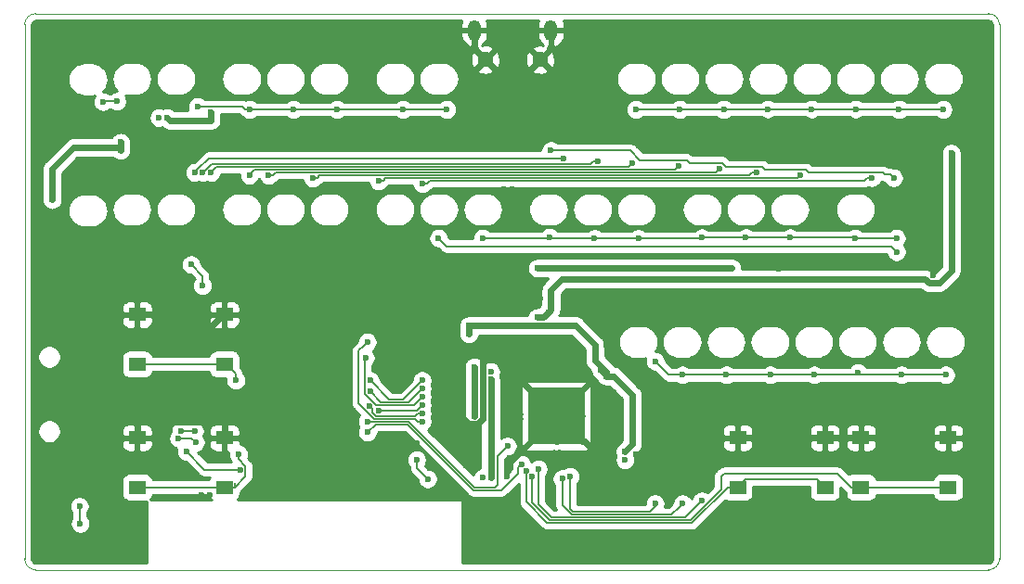
<source format=gbr>
G04 #@! TF.GenerationSoftware,KiCad,Pcbnew,5.1.5-1.fc31*
G04 #@! TF.CreationDate,2019-12-19T17:21:19-06:00*
G04 #@! TF.ProjectId,blinkencard,626c696e-6b65-46e6-9361-72642e6b6963,V2.0*
G04 #@! TF.SameCoordinates,Original*
G04 #@! TF.FileFunction,Copper,L2,Bot*
G04 #@! TF.FilePolarity,Positive*
%FSLAX46Y46*%
G04 Gerber Fmt 4.6, Leading zero omitted, Abs format (unit mm)*
G04 Created by KiCad (PCBNEW 5.1.5-1.fc31) date 2019-12-19 17:21:19*
%MOMM*%
%LPD*%
G04 APERTURE LIST*
G04 #@! TA.AperFunction,Profile*
%ADD10C,0.050000*%
G04 #@! TD*
G04 #@! TA.AperFunction,ViaPad*
%ADD11C,0.500000*%
G04 #@! TD*
G04 #@! TA.AperFunction,Conductor*
%ADD12C,0.100000*%
G04 #@! TD*
G04 #@! TA.AperFunction,ComponentPad*
%ADD13O,1.200000X1.900000*%
G04 #@! TD*
G04 #@! TA.AperFunction,ComponentPad*
%ADD14C,1.450000*%
G04 #@! TD*
G04 #@! TA.AperFunction,SMDPad,CuDef*
%ADD15R,1.550000X1.300000*%
G04 #@! TD*
G04 #@! TA.AperFunction,ViaPad*
%ADD16C,0.600000*%
G04 #@! TD*
G04 #@! TA.AperFunction,Conductor*
%ADD17C,0.127000*%
G04 #@! TD*
G04 #@! TA.AperFunction,Conductor*
%ADD18C,0.600000*%
G04 #@! TD*
G04 #@! TA.AperFunction,Conductor*
%ADD19C,0.150000*%
G04 #@! TD*
G04 #@! TA.AperFunction,Conductor*
%ADD20C,0.254000*%
G04 #@! TD*
G04 APERTURE END LIST*
D10*
X23860000Y-73660000D02*
G75*
G02X22860000Y-72660000I0J1000000D01*
G01*
X111760000Y-72660000D02*
G75*
G02X110760000Y-73660000I-1000000J0D01*
G01*
X110760000Y-22860000D02*
G75*
G02X111760000Y-23860000I0J-1000000D01*
G01*
X22860000Y-23860000D02*
G75*
G02X23860000Y-22860000I1000000J0D01*
G01*
X22860000Y-23860000D02*
X22860000Y-72660000D01*
X23860000Y-73660000D02*
X110760000Y-73660000D01*
X111760000Y-23860000D02*
X111760000Y-72660000D01*
X23860000Y-22860000D02*
X110760000Y-22860000D01*
D11*
G04 #@! TO.N,GND*
G04 #@! TO.C,U1*
X73685000Y-57285000D03*
X73685000Y-58447500D03*
X73685000Y-59610000D03*
X73685000Y-60772500D03*
X73685000Y-61935000D03*
X72522500Y-57285000D03*
X72522500Y-58447500D03*
X72522500Y-59610000D03*
X72522500Y-60772500D03*
X72522500Y-61935000D03*
X71360000Y-57285000D03*
X71360000Y-58447500D03*
X71360000Y-59610000D03*
X71360000Y-60772500D03*
X71360000Y-61935000D03*
X70197500Y-57285000D03*
X70197500Y-58447500D03*
X70197500Y-59610000D03*
X70197500Y-60772500D03*
X70197500Y-61935000D03*
X69035000Y-57285000D03*
X69035000Y-58447500D03*
X69035000Y-59610000D03*
X69035000Y-60772500D03*
X69035000Y-61935000D03*
G04 #@! TA.AperFunction,Conductor*
D12*
G36*
X73709503Y-57036204D02*
G01*
X73733772Y-57039804D01*
X73757570Y-57045765D01*
X73780670Y-57054030D01*
X73802849Y-57064520D01*
X73823892Y-57077133D01*
X73843598Y-57091748D01*
X73861776Y-57108224D01*
X73878252Y-57126402D01*
X73892867Y-57146108D01*
X73905480Y-57167151D01*
X73915970Y-57189330D01*
X73924235Y-57212430D01*
X73930196Y-57236228D01*
X73933796Y-57260497D01*
X73935000Y-57285001D01*
X73935000Y-61934999D01*
X73933796Y-61959503D01*
X73930196Y-61983772D01*
X73924235Y-62007570D01*
X73915970Y-62030670D01*
X73905480Y-62052849D01*
X73892867Y-62073892D01*
X73878252Y-62093598D01*
X73861776Y-62111776D01*
X73843598Y-62128252D01*
X73823892Y-62142867D01*
X73802849Y-62155480D01*
X73780670Y-62165970D01*
X73757570Y-62174235D01*
X73733772Y-62180196D01*
X73709503Y-62183796D01*
X73684999Y-62185000D01*
X69035001Y-62185000D01*
X69010497Y-62183796D01*
X68986228Y-62180196D01*
X68962430Y-62174235D01*
X68939330Y-62165970D01*
X68917151Y-62155480D01*
X68896108Y-62142867D01*
X68876402Y-62128252D01*
X68858224Y-62111776D01*
X68841748Y-62093598D01*
X68827133Y-62073892D01*
X68814520Y-62052849D01*
X68804030Y-62030670D01*
X68795765Y-62007570D01*
X68789804Y-61983772D01*
X68786204Y-61959503D01*
X68785000Y-61934999D01*
X68785000Y-57285001D01*
X68786204Y-57260497D01*
X68789804Y-57236228D01*
X68795765Y-57212430D01*
X68804030Y-57189330D01*
X68814520Y-57167151D01*
X68827133Y-57146108D01*
X68841748Y-57126402D01*
X68858224Y-57108224D01*
X68876402Y-57091748D01*
X68896108Y-57077133D01*
X68917151Y-57064520D01*
X68939330Y-57054030D01*
X68962430Y-57045765D01*
X68986228Y-57039804D01*
X69010497Y-57036204D01*
X69035001Y-57035000D01*
X73684999Y-57035000D01*
X73709503Y-57036204D01*
G37*
G04 #@! TD.AperFunction*
G04 #@! TD*
D13*
G04 #@! TO.P,J1,6*
G04 #@! TO.N,GND*
X63860000Y-24372500D03*
X70860000Y-24372500D03*
D14*
X64860000Y-27072500D03*
X69860000Y-27072500D03*
G04 #@! TD*
D15*
G04 #@! TO.P,SW3,2*
G04 #@! TO.N,GND*
X107090000Y-61610000D03*
G04 #@! TO.P,SW3,1*
G04 #@! TO.N,BUTTON_L*
X107090000Y-66110000D03*
X99130000Y-66110000D03*
G04 #@! TO.P,SW3,2*
G04 #@! TO.N,GND*
X99130000Y-61610000D03*
G04 #@! TD*
G04 #@! TO.P,SW1,2*
G04 #@! TO.N,GND*
X33130000Y-61610000D03*
G04 #@! TO.P,SW1,1*
G04 #@! TO.N,BUTTON_0*
X33130000Y-66110000D03*
X41090000Y-66110000D03*
G04 #@! TO.P,SW1,2*
G04 #@! TO.N,GND*
X41090000Y-61610000D03*
G04 #@! TD*
G04 #@! TO.P,SW2,2*
G04 #@! TO.N,GND*
X41090000Y-50360000D03*
G04 #@! TO.P,SW2,1*
G04 #@! TO.N,BUTTON_1*
X41090000Y-54860000D03*
X33130000Y-54860000D03*
G04 #@! TO.P,SW2,2*
G04 #@! TO.N,GND*
X33130000Y-50360000D03*
G04 #@! TD*
G04 #@! TO.P,SW4,2*
G04 #@! TO.N,GND*
X87880000Y-61610000D03*
G04 #@! TO.P,SW4,1*
G04 #@! TO.N,BUTTON_R*
X87880000Y-66110000D03*
X95840000Y-66110000D03*
G04 #@! TO.P,SW4,2*
G04 #@! TO.N,GND*
X95840000Y-61610000D03*
G04 #@! TD*
D16*
G04 #@! TO.N,Net-(D10-Pad2)*
X102360000Y-44610000D03*
X60610000Y-43360000D03*
G04 #@! TO.N,Net-(D10-Pad1)*
X72044999Y-36055001D03*
X38360000Y-37360000D03*
G04 #@! TO.N,Net-(D11-Pad1)*
X75110000Y-36349435D03*
X39092315Y-37385531D03*
G04 #@! TO.N,Net-(D16-Pad1)*
X55114990Y-38120565D03*
X93610000Y-37612000D03*
G04 #@! TO.N,VDD*
X107360000Y-35610000D03*
X107360000Y-39110000D03*
X107360000Y-43110000D03*
X107360000Y-45610000D03*
X107360000Y-46360000D03*
X107360000Y-42360000D03*
X107360000Y-38360000D03*
X107360000Y-36360000D03*
X77610000Y-63610000D03*
X77610000Y-62860000D03*
X75409999Y-55410005D03*
X75861468Y-55957385D03*
X63360000Y-52110000D03*
X63360000Y-51360000D03*
X63860000Y-59610000D03*
X63860000Y-56110000D03*
X63860000Y-55110000D03*
X69610000Y-50610000D03*
X70610000Y-50110000D03*
G04 #@! TO.N,GND*
X96360000Y-33360000D03*
X92360000Y-33360000D03*
X102610000Y-48610000D03*
X46109990Y-32860000D03*
X49860034Y-32860000D03*
X60110000Y-32859996D03*
X56110006Y-32860000D03*
X106860000Y-48610000D03*
X100610000Y-33360000D03*
X88610000Y-33360000D03*
X84360000Y-33360000D03*
X80360000Y-33360000D03*
X76360000Y-33360000D03*
X102610000Y-45860000D03*
X110110000Y-24610000D03*
X24610000Y-24610000D03*
X110110000Y-71860000D03*
X67110008Y-64360000D03*
X76610000Y-64610000D03*
X67360000Y-38860000D03*
X67360000Y-40360000D03*
X73610000Y-53860000D03*
X66860000Y-65110000D03*
X75860000Y-64610000D03*
X100110000Y-57110000D03*
X78610000Y-63110000D03*
X79360000Y-63110000D03*
X73610000Y-54660000D03*
X66610000Y-38860000D03*
X66610000Y-40360000D03*
X109110000Y-60110000D03*
X106360000Y-59860000D03*
X97610000Y-60610000D03*
X94860000Y-68110000D03*
X94860000Y-69110000D03*
X109360000Y-55860000D03*
X110610000Y-62110000D03*
X110860000Y-31610000D03*
X77359994Y-70360000D03*
X78110000Y-66610000D03*
X53960000Y-43160000D03*
X53060000Y-43160000D03*
X53060000Y-41360000D03*
X53960000Y-41360000D03*
X39360000Y-41360000D03*
X40160000Y-41360000D03*
X40160000Y-43160000D03*
X39360000Y-43160000D03*
X66560000Y-60660000D03*
X63110000Y-64110000D03*
X67610000Y-54610000D03*
X81960000Y-60460000D03*
X79560000Y-60460000D03*
X76260000Y-60460000D03*
X76560000Y-57460000D03*
X79560000Y-57860000D03*
X105670000Y-46730000D03*
X106470000Y-33140000D03*
X95360000Y-45610000D03*
X99860000Y-45860000D03*
X80860000Y-50860000D03*
X84860000Y-50860000D03*
X96860000Y-50860000D03*
X100860000Y-50860000D03*
X104860000Y-50860000D03*
X69860000Y-47860000D03*
X69860000Y-48860000D03*
X61360000Y-53860000D03*
X64610000Y-59888147D03*
X64610000Y-56110000D03*
X29360000Y-36610000D03*
X34360000Y-36610000D03*
X30860003Y-45109991D03*
X30860000Y-46610000D03*
X38610000Y-26610000D03*
X40860000Y-27110000D03*
X26110000Y-29610000D03*
X28110000Y-43860000D03*
X55110000Y-64610000D03*
X49360000Y-66860000D03*
X48560000Y-66860000D03*
X47760000Y-66860000D03*
X46960000Y-66860000D03*
X46160000Y-66860000D03*
X45360000Y-66860000D03*
X44560000Y-66860000D03*
X43760000Y-66860000D03*
X42960000Y-66860000D03*
X39760000Y-66860000D03*
X38960000Y-66860000D03*
X50160000Y-66860000D03*
X50960000Y-66860000D03*
X51760000Y-66860000D03*
X52560000Y-66860000D03*
X53360000Y-66860000D03*
X54160000Y-66860000D03*
X54960000Y-66860000D03*
X55760000Y-66860000D03*
X56560000Y-66860000D03*
X57360000Y-66860000D03*
X43110000Y-50610000D03*
X55610000Y-47610000D03*
X54860000Y-50610000D03*
X81110000Y-57860000D03*
X64610000Y-53610000D03*
X60860000Y-59860000D03*
X61860000Y-59860000D03*
X60860000Y-65110000D03*
X58610000Y-62110000D03*
X52860000Y-61110000D03*
X43110000Y-55360000D03*
X42360000Y-57860000D03*
X33360000Y-72610000D03*
X33360000Y-68610000D03*
X31110000Y-60360000D03*
X24360000Y-62860000D03*
X24860000Y-35110000D03*
X58610000Y-54860000D03*
X58610000Y-50860000D03*
X61860000Y-53110000D03*
X65360000Y-52860000D03*
X75860000Y-53110000D03*
X72110000Y-48860000D03*
X72110000Y-49860000D03*
X76110000Y-48610000D03*
X76110000Y-49610000D03*
X91610000Y-46132990D03*
X81860000Y-49110000D03*
X78360000Y-49860000D03*
X86610000Y-48860000D03*
X87860000Y-48860000D03*
X76110006Y-54110000D03*
X65110000Y-68110000D03*
X67360000Y-67360000D03*
X67360000Y-68610000D03*
X28360002Y-36610000D03*
X24860000Y-34360000D03*
X56360000Y-47610000D03*
X60360000Y-45860000D03*
X61110000Y-46610000D03*
X39360000Y-45610000D03*
X36610000Y-49110000D03*
X53360000Y-27110000D03*
X53360000Y-27860000D03*
X62610000Y-32110000D03*
X63110000Y-72610000D03*
X62160000Y-66860000D03*
X42610000Y-61610000D03*
X36860000Y-59360000D03*
X36860000Y-56110000D03*
X37610000Y-65110000D03*
X30610000Y-38110000D03*
X71760000Y-44960000D03*
X69760000Y-44960000D03*
G04 #@! TO.N,+1V2*
X65360000Y-65259998D03*
X64660000Y-65260012D03*
X65360000Y-55560000D03*
X65360000Y-56260004D03*
G04 #@! TO.N,FPGA_TXO*
X59110000Y-60110000D03*
X54110000Y-52860000D03*
G04 #@! TO.N,FPGA_RXI*
X59110000Y-59360000D03*
X54271309Y-58690938D03*
G04 #@! TO.N,Net-(D12-Pad1)*
X78262503Y-36512497D03*
X39860000Y-37360000D03*
G04 #@! TO.N,Net-(D13-Pad1)*
X82485001Y-36734999D03*
X43360000Y-37610000D03*
G04 #@! TO.N,Net-(D14-Pad1)*
X45114990Y-37612543D03*
X86235002Y-36985002D03*
G04 #@! TO.N,Net-(D15-Pad1)*
X49114990Y-37866554D03*
X89609996Y-37360004D03*
G04 #@! TO.N,Net-(D17-Pad1)*
X59114990Y-38374576D03*
X100110000Y-37862010D03*
G04 #@! TO.N,Net-(D20-Pad2)*
X102360000Y-43360000D03*
X78831843Y-43388157D03*
X74831844Y-43388156D03*
X84640000Y-43330006D03*
X88640000Y-43330000D03*
X92640000Y-43326964D03*
X98610000Y-43360000D03*
X64610000Y-43360000D03*
X70706843Y-43263157D03*
G04 #@! TO.N,Net-(D30-Pad2)*
X61360000Y-31610000D03*
X57360000Y-31610000D03*
X47360000Y-31610000D03*
X51360000Y-31610000D03*
X43360000Y-31610000D03*
X38610000Y-31360014D03*
X70860000Y-35360000D03*
X102110002Y-37860000D03*
X31265023Y-30869490D03*
X30010000Y-30920000D03*
G04 #@! TO.N,Net-(D40-Pad2)*
X78610000Y-31610002D03*
X82610000Y-31609998D03*
X86609996Y-31610004D03*
X90640000Y-31580010D03*
X94640000Y-31579984D03*
X98640000Y-31580004D03*
X102610000Y-31609994D03*
X106610000Y-31610004D03*
G04 #@! TO.N,Net-(D50-Pad2)*
X106860000Y-55860000D03*
X94860000Y-55860000D03*
X90860000Y-55860000D03*
X86860000Y-55860000D03*
X82860000Y-55860000D03*
X98860000Y-55615479D03*
X102833544Y-55833544D03*
X80360000Y-54610000D03*
G04 #@! TO.N,BUTTON_L*
X69110000Y-65110000D03*
G04 #@! TO.N,BUTTON_1*
X66888148Y-62360000D03*
X54110000Y-60110000D03*
X42110000Y-56360000D03*
G04 #@! TO.N,BUTTON_0*
X68167215Y-64008767D03*
X54110000Y-61110000D03*
X42360000Y-63110000D03*
G04 #@! TO.N,BUTTON_R*
X68595931Y-64595919D03*
G04 #@! TO.N,FPGA_SS*
X59110000Y-57860000D03*
X53941068Y-54278932D03*
G04 #@! TO.N,FPGA_SCK*
X59110000Y-57110000D03*
X54360000Y-57360000D03*
G04 #@! TO.N,+5V*
X39860000Y-32610000D03*
X39860000Y-31859994D03*
X35860000Y-32360000D03*
X35110000Y-32360000D03*
G04 #@! TO.N,Net-(TP4-Pad1)*
X80360006Y-67610000D03*
X72595933Y-65124067D03*
G04 #@! TO.N,ESP_EN*
X59610000Y-65360000D03*
X42513157Y-64513157D03*
X58610000Y-63610030D03*
X37610000Y-62859996D03*
G04 #@! TO.N,ESP_RXD0*
X27860000Y-67860000D03*
X27930336Y-69430336D03*
X38360000Y-60974053D03*
X37124977Y-60959093D03*
G04 #@! TO.N,ESP_BOOTLOADER*
X38028932Y-45778932D03*
X39072543Y-47713651D03*
G04 #@! TO.N,ESP_TXD0*
X36882013Y-61644300D03*
X38444818Y-62025190D03*
G04 #@! TO.N,Net-(TP5-Pad1)*
X82860000Y-67610000D03*
X71877991Y-65342824D03*
G04 #@! TO.N,Net-(TP6-Pad1)*
X69706836Y-64456836D03*
X84609998Y-67360000D03*
G04 #@! TO.N,FPGA_SI*
X59110000Y-58610000D03*
X55117284Y-59100510D03*
G04 #@! TO.N,FPGA_SO*
X59110000Y-56360000D03*
X54360000Y-56360000D03*
G04 #@! TO.N,VPP*
X87360000Y-46110000D03*
X86610000Y-46110000D03*
X70360000Y-46110000D03*
X69610000Y-46110000D03*
G04 #@! TO.N,/wifi_and_power/UNSWITCHED_VPP*
X31609992Y-34610000D03*
X31609988Y-35360000D03*
X25360000Y-39110000D03*
X25360000Y-39859988D03*
G04 #@! TD*
D17*
G04 #@! TO.N,Net-(D10-Pad2)*
X101360000Y-44110000D02*
X101860000Y-44110000D01*
X101860000Y-44110000D02*
X102360000Y-44610000D01*
X101435736Y-44110000D02*
X101360000Y-44110000D01*
X61360000Y-44110000D02*
X60610000Y-43360000D01*
X101360000Y-44110000D02*
X61360000Y-44110000D01*
G04 #@! TO.N,Net-(D10-Pad1)*
X39664999Y-36055001D02*
X38659999Y-37060001D01*
X72044999Y-36055001D02*
X39664999Y-36055001D01*
X38659999Y-37060001D02*
X38360000Y-37360000D01*
G04 #@! TO.N,Net-(D11-Pad1)*
X39392314Y-37085532D02*
X39092315Y-37385531D01*
X39891912Y-36585934D02*
X39392314Y-37085532D01*
X74685736Y-36349435D02*
X74449237Y-36585934D01*
X75110000Y-36349435D02*
X74685736Y-36349435D01*
X74449237Y-36585934D02*
X39891912Y-36585934D01*
G04 #@! TO.N,Net-(D16-Pad1)*
X93335934Y-37884066D02*
X93610000Y-37610000D01*
X55775753Y-37884066D02*
X93335934Y-37884066D01*
X55114990Y-38120565D02*
X55539254Y-38120565D01*
X55539254Y-38120565D02*
X55775753Y-37884066D01*
D18*
G04 #@! TO.N,VDD*
X107360000Y-43110000D02*
X107360000Y-45610000D01*
X107360000Y-39110000D02*
X107360000Y-42360000D01*
X107360000Y-42360000D02*
X107360000Y-43110000D01*
X107360000Y-38360000D02*
X107360000Y-39110000D01*
X107360000Y-35610000D02*
X107360000Y-36360000D01*
X107360000Y-36360000D02*
X107360000Y-38360000D01*
X107360000Y-45610000D02*
X107360000Y-46360000D01*
X75409999Y-55410005D02*
X75861468Y-55861474D01*
X75861468Y-55861474D02*
X75861468Y-55957385D01*
X76557385Y-55957385D02*
X75861468Y-55957385D01*
X78260000Y-57660000D02*
X76557385Y-55957385D01*
X77610000Y-62860000D02*
X78260000Y-62210000D01*
X78260000Y-62210000D02*
X78260000Y-57660000D01*
X63360000Y-52110000D02*
X63360000Y-51360000D01*
X63860000Y-59610000D02*
X63860000Y-56110000D01*
X63860000Y-56110000D02*
X63860000Y-55610000D01*
X63860000Y-55610000D02*
X63860000Y-55110000D01*
X72860000Y-51360000D02*
X63360000Y-51360000D01*
X73110000Y-51360000D02*
X72860000Y-51360000D01*
X74860000Y-53110000D02*
X73110000Y-51360000D01*
X74860000Y-54531653D02*
X74860000Y-53110000D01*
X75861468Y-55957385D02*
X75861468Y-55533121D01*
X75861468Y-55533121D02*
X74860000Y-54531653D01*
X70110000Y-50610000D02*
X69610000Y-50610000D01*
X70610000Y-50110000D02*
X70110000Y-50610000D01*
X70860000Y-49860000D02*
X70610000Y-50110000D01*
X70860000Y-48110000D02*
X70860000Y-49860000D01*
X106262999Y-47457001D02*
X105321039Y-47457001D01*
X107360000Y-46360000D02*
X106262999Y-47457001D01*
X105321039Y-47457001D02*
X104974038Y-47110000D01*
X104974038Y-47110000D02*
X71860000Y-47110000D01*
X71860000Y-47110000D02*
X70860000Y-48110000D01*
G04 #@! TO.N,GND*
X63860000Y-26072500D02*
X64860000Y-27072500D01*
X63860000Y-24372500D02*
X63860000Y-26072500D01*
X56110010Y-32859996D02*
X56110006Y-32860000D01*
X99130000Y-61610000D02*
X95840000Y-61610000D01*
X95840000Y-61610000D02*
X87880000Y-61610000D01*
X99130000Y-61610000D02*
X97755000Y-61610000D01*
X105610000Y-61610000D02*
X107090000Y-61610000D01*
X99130000Y-61610000D02*
X105610000Y-61610000D01*
X73935000Y-61935000D02*
X76610000Y-64610000D01*
X73685000Y-61935000D02*
X73935000Y-61935000D01*
X76610000Y-64610000D02*
X75860000Y-64610000D01*
X67110008Y-63859992D02*
X67110008Y-64360000D01*
X71360000Y-59610000D02*
X67110008Y-63859992D01*
X71360000Y-59610000D02*
X74360000Y-56610000D01*
X71360000Y-59610000D02*
X67360000Y-55610000D01*
X64161137Y-60337010D02*
X64610000Y-59888147D01*
X62610000Y-59610000D02*
X63337010Y-60337010D01*
X63337010Y-60337010D02*
X64161137Y-60337010D01*
X64610000Y-56110000D02*
X64610000Y-59888147D01*
X40965000Y-50360000D02*
X41090000Y-50360000D01*
X39715000Y-51610000D02*
X40965000Y-50360000D01*
X35755000Y-51610000D02*
X39715000Y-51610000D01*
X34505000Y-50360000D02*
X35755000Y-51610000D01*
X33130000Y-50360000D02*
X34505000Y-50360000D01*
X64610000Y-53610000D02*
X64610000Y-56110000D01*
X40862999Y-60132999D02*
X41090000Y-60360000D01*
X33357001Y-60132999D02*
X40862999Y-60132999D01*
X33130000Y-60360000D02*
X33357001Y-60132999D01*
X33130000Y-61610000D02*
X33130000Y-60360000D01*
X41090000Y-60360000D02*
X41090000Y-61610000D01*
G04 #@! TO.N,+1V2*
X65360000Y-65259998D02*
X65360000Y-56260004D01*
D17*
G04 #@! TO.N,FPGA_TXO*
X58685736Y-60110000D02*
X58420758Y-59845022D01*
X59110000Y-60110000D02*
X58685736Y-60110000D01*
X58420758Y-59845022D02*
X54699449Y-59845022D01*
X53810001Y-53159999D02*
X54110000Y-52860000D01*
X53310001Y-53659999D02*
X53810001Y-53159999D01*
X54699449Y-59845022D02*
X53310001Y-58455574D01*
X53310001Y-58455574D02*
X53310001Y-53659999D01*
G04 #@! TO.N,FPGA_RXI*
X59110000Y-59360000D02*
X58685736Y-59360000D01*
X58454725Y-59591011D02*
X54881843Y-59591011D01*
X54571308Y-58990937D02*
X54271309Y-58690938D01*
X54571308Y-59280476D02*
X54571308Y-58990937D01*
X54881843Y-59591011D02*
X54571308Y-59280476D01*
X58685736Y-59360000D02*
X58454725Y-59591011D01*
G04 #@! TO.N,Net-(D12-Pad1)*
X40351978Y-36868022D02*
X40159999Y-37060001D01*
X78262503Y-36512497D02*
X77935055Y-36839945D01*
X40159999Y-37060001D02*
X39860000Y-37360000D01*
X77935055Y-36839945D02*
X71978505Y-36839945D01*
X71978505Y-36839945D02*
X71950428Y-36868022D01*
X71950428Y-36868022D02*
X40351978Y-36868022D01*
G04 #@! TO.N,Net-(D13-Pad1)*
X43847967Y-37122033D02*
X43659999Y-37310001D01*
X82126044Y-37093956D02*
X72083719Y-37093956D01*
X82485001Y-36734999D02*
X82126044Y-37093956D01*
X43659999Y-37310001D02*
X43360000Y-37610000D01*
X72083719Y-37093956D02*
X72055642Y-37122033D01*
X72055642Y-37122033D02*
X43847967Y-37122033D01*
G04 #@! TO.N,Net-(D14-Pad1)*
X72160856Y-37376044D02*
X72188933Y-37347967D01*
X85872037Y-37347967D02*
X85935003Y-37285001D01*
X85935003Y-37285001D02*
X86235002Y-36985002D01*
X72188933Y-37347967D02*
X85872037Y-37347967D01*
X45114990Y-37612543D02*
X45539254Y-37612543D01*
X45775753Y-37376044D02*
X72160856Y-37376044D01*
X45539254Y-37612543D02*
X45775753Y-37376044D01*
G04 #@! TO.N,Net-(D15-Pad1)*
X88943758Y-37601978D02*
X89185732Y-37360004D01*
X49114990Y-37866554D02*
X49539254Y-37866554D01*
X49775753Y-37630055D02*
X72266070Y-37630055D01*
X49539254Y-37866554D02*
X49775753Y-37630055D01*
X72266070Y-37630055D02*
X72294147Y-37601978D01*
X72294147Y-37601978D02*
X88943758Y-37601978D01*
X89185732Y-37360004D02*
X89609996Y-37360004D01*
G04 #@! TO.N,Net-(D17-Pad1)*
X99409669Y-38138077D02*
X99685736Y-37862010D01*
X99685736Y-37862010D02*
X100110000Y-37862010D01*
X59775753Y-38138077D02*
X99409669Y-38138077D01*
X59539254Y-38374576D02*
X59775753Y-38138077D01*
X59114990Y-38374576D02*
X59539254Y-38374576D01*
G04 #@! TO.N,Net-(D20-Pad2)*
X78831843Y-43388157D02*
X78407578Y-43388156D01*
X78407578Y-43388156D02*
X74831844Y-43388156D01*
X78831843Y-43388157D02*
X84581849Y-43388157D01*
X84581849Y-43388157D02*
X84640000Y-43330006D01*
X84640000Y-43330006D02*
X88639994Y-43330006D01*
X88639994Y-43330006D02*
X88640000Y-43330000D01*
X88640000Y-43330000D02*
X92636964Y-43330000D01*
X92636964Y-43330000D02*
X92640000Y-43326964D01*
X102360000Y-43360000D02*
X98610000Y-43360000D01*
X98576964Y-43326964D02*
X98610000Y-43360000D01*
X92640000Y-43326964D02*
X98576964Y-43326964D01*
X74831844Y-43388156D02*
X70831842Y-43388156D01*
X70610000Y-43360000D02*
X70706843Y-43263157D01*
X70831842Y-43388156D02*
X70706843Y-43263157D01*
X64610000Y-43360000D02*
X70610000Y-43360000D01*
G04 #@! TO.N,Net-(D30-Pad2)*
X57360000Y-31610000D02*
X61360000Y-31610000D01*
X47360000Y-31610000D02*
X57360000Y-31610000D01*
X47360000Y-31610000D02*
X43360000Y-31610000D01*
X42935736Y-31610000D02*
X42685750Y-31360014D01*
X43360000Y-31610000D02*
X42935736Y-31610000D01*
X42685750Y-31360014D02*
X38610000Y-31360014D01*
X101810003Y-37560001D02*
X102110002Y-37860000D01*
X101310001Y-37560001D02*
X101810003Y-37560001D01*
D19*
X78110000Y-35360000D02*
X71284264Y-35360000D01*
X78982998Y-36232998D02*
X78110000Y-35360000D01*
X83236996Y-36232998D02*
X78982998Y-36232998D01*
X83486999Y-36483001D02*
X83236996Y-36232998D01*
X86858003Y-36858003D02*
X86483001Y-36483001D01*
X90108003Y-36858003D02*
X86858003Y-36858003D01*
X90360000Y-37110000D02*
X90108003Y-36858003D01*
X94110000Y-37110000D02*
X90360000Y-37110000D01*
X71284264Y-35360000D02*
X70860000Y-35360000D01*
X86483001Y-36483001D02*
X83486999Y-36483001D01*
X101310001Y-37560001D02*
X101110000Y-37360000D01*
X94360000Y-37360000D02*
X94110000Y-37110000D01*
X101110000Y-37360000D02*
X94360000Y-37360000D01*
D17*
X30060510Y-30869490D02*
X30010000Y-30920000D01*
X31265023Y-30869490D02*
X30060510Y-30869490D01*
G04 #@! TO.N,Net-(D40-Pad2)*
X82609996Y-31610002D02*
X82610000Y-31609998D01*
X78610000Y-31610002D02*
X82609996Y-31610002D01*
X82610000Y-31609998D02*
X86609990Y-31609998D01*
X86609990Y-31609998D02*
X86609996Y-31610004D01*
X86609996Y-31610004D02*
X90610006Y-31610004D01*
X90610006Y-31610004D02*
X90640000Y-31580010D01*
X90640000Y-31580010D02*
X94639974Y-31580010D01*
X94639974Y-31580010D02*
X94640000Y-31579984D01*
X94640000Y-31579984D02*
X98639980Y-31579984D01*
X98639980Y-31579984D02*
X98640000Y-31580004D01*
X102580010Y-31580004D02*
X102610000Y-31609994D01*
X98640000Y-31580004D02*
X102580010Y-31580004D01*
X102610000Y-31609994D02*
X106609990Y-31609994D01*
X106609990Y-31609994D02*
X106610000Y-31610004D01*
G04 #@! TO.N,Net-(D50-Pad2)*
X94860000Y-55860000D02*
X90860000Y-55860000D01*
X90860000Y-55860000D02*
X86860000Y-55860000D01*
X86860000Y-55860000D02*
X82860000Y-55860000D01*
X98615479Y-55860000D02*
X98860000Y-55615479D01*
X94860000Y-55860000D02*
X98615479Y-55860000D01*
X102860000Y-55860000D02*
X102833544Y-55833544D01*
X106860000Y-55860000D02*
X102860000Y-55860000D01*
X102807088Y-55860000D02*
X102833544Y-55833544D01*
X98860000Y-55615479D02*
X99104521Y-55860000D01*
X99104521Y-55860000D02*
X102807088Y-55860000D01*
X82860000Y-55860000D02*
X81610000Y-55860000D01*
X80659999Y-54909999D02*
X80360000Y-54610000D01*
X81610000Y-55860000D02*
X80659999Y-54909999D01*
G04 #@! TO.N,BUTTON_L*
X99130000Y-66110000D02*
X107090000Y-66110000D01*
X69110000Y-67469225D02*
X69110000Y-65534264D01*
X70762808Y-69122033D02*
X69110000Y-67469225D01*
X83597967Y-69122033D02*
X70762808Y-69122033D01*
X86360000Y-66360000D02*
X83597967Y-69122033D01*
X98228000Y-66110000D02*
X96978000Y-64860000D01*
X69110000Y-65534264D02*
X69110000Y-65110000D01*
X96978000Y-64860000D02*
X86610000Y-64860000D01*
X86610000Y-64860000D02*
X86360000Y-65110000D01*
X99130000Y-66110000D02*
X98228000Y-66110000D01*
X86360000Y-65110000D02*
X86360000Y-66360000D01*
G04 #@! TO.N,BUTTON_1*
X65950502Y-63297646D02*
X65950502Y-65869498D01*
X63884059Y-66110000D02*
X57880048Y-60105989D01*
X66888148Y-62360000D02*
X65950502Y-63297646D01*
X65950502Y-65869498D02*
X65710000Y-66110000D01*
X65710000Y-66110000D02*
X63884059Y-66110000D01*
X57880048Y-60105989D02*
X54114011Y-60105989D01*
X54114011Y-60105989D02*
X54110000Y-60110000D01*
X41215000Y-54860000D02*
X41090000Y-54860000D01*
X42110000Y-55755000D02*
X41215000Y-54860000D01*
X42110000Y-56360000D02*
X42110000Y-55755000D01*
X34032000Y-54860000D02*
X41090000Y-54860000D01*
X33130000Y-54860000D02*
X34032000Y-54860000D01*
G04 #@! TO.N,BUTTON_0*
X34032000Y-66110000D02*
X41090000Y-66110000D01*
X33130000Y-66110000D02*
X34032000Y-66110000D01*
X63778845Y-66364011D02*
X57774834Y-60360000D01*
X67867216Y-64847531D02*
X66350736Y-66364011D01*
X41992000Y-65728000D02*
X41992000Y-66110000D01*
X66350736Y-66364011D02*
X63778845Y-66364011D01*
X68167215Y-64008767D02*
X67867216Y-64308766D01*
X67867216Y-64308766D02*
X67867216Y-64847531D01*
X57774834Y-60360000D02*
X54860000Y-60360000D01*
X54860000Y-60360000D02*
X54110000Y-61110000D01*
X41992000Y-66110000D02*
X41090000Y-66110000D01*
X43003658Y-65098342D02*
X41992000Y-66110000D01*
X43003658Y-64177922D02*
X43003658Y-65098342D01*
X42360000Y-63534264D02*
X43003658Y-64177922D01*
X42360000Y-63110000D02*
X42360000Y-63534264D01*
G04 #@! TO.N,BUTTON_R*
X68595931Y-65020183D02*
X68595931Y-64595919D01*
X83711956Y-69376044D02*
X70516819Y-69376044D01*
X70516819Y-69376044D02*
X68595931Y-67455156D01*
X68595931Y-67455156D02*
X68595931Y-65020183D01*
X86978000Y-66110000D02*
X83711956Y-69376044D01*
X87880000Y-66110000D02*
X86978000Y-66110000D01*
X95090000Y-65360000D02*
X95840000Y-66110000D01*
X87880000Y-66110000D02*
X88630000Y-65360000D01*
X88630000Y-65360000D02*
X95090000Y-65360000D01*
G04 #@! TO.N,FPGA_SS*
X53860000Y-54360000D02*
X53941068Y-54278932D01*
X58351978Y-58618022D02*
X55258797Y-58618022D01*
X59110000Y-57860000D02*
X58351978Y-58618022D01*
X55258797Y-58618022D02*
X55250775Y-58610000D01*
X55250775Y-58610000D02*
X54884058Y-58610000D01*
X54884058Y-58610000D02*
X53860000Y-57585942D01*
X53860000Y-57585942D02*
X53860000Y-54360000D01*
G04 #@! TO.N,FPGA_SCK*
X55364011Y-58364011D02*
X57855989Y-58364011D01*
X54360000Y-57360000D02*
X55364011Y-58364011D01*
X58810001Y-57409999D02*
X59110000Y-57110000D01*
X57855989Y-58364011D02*
X58810001Y-57409999D01*
D18*
G04 #@! TO.N,+5V*
X39435736Y-32610000D02*
X39860000Y-32610000D01*
X37110000Y-32610000D02*
X39435736Y-32610000D01*
X39860000Y-32610000D02*
X39860000Y-31859994D01*
X37110000Y-32610000D02*
X36110000Y-32610000D01*
X36110000Y-32610000D02*
X35860000Y-32360000D01*
D17*
G04 #@! TO.N,Net-(TP4-Pad1)*
X80360006Y-67859994D02*
X80360006Y-67610000D01*
X79860000Y-68360000D02*
X80360006Y-67859994D01*
X72860000Y-68360000D02*
X79860000Y-68360000D01*
X72595933Y-65124067D02*
X72595933Y-68095933D01*
X72595933Y-68095933D02*
X72860000Y-68360000D01*
G04 #@! TO.N,ESP_EN*
X59610000Y-65360000D02*
X58610000Y-64360000D01*
X58610000Y-64360000D02*
X58610000Y-64034294D01*
X58610000Y-64034294D02*
X58610000Y-63610030D01*
X42513157Y-64513157D02*
X39263161Y-64513157D01*
X39263161Y-64513157D02*
X37610000Y-62859996D01*
G04 #@! TO.N,ESP_RXD0*
X27860000Y-69360000D02*
X27930336Y-69430336D01*
X27860000Y-67860000D02*
X27860000Y-69360000D01*
X38360000Y-60974053D02*
X37139937Y-60974053D01*
X37139937Y-60974053D02*
X37124977Y-60959093D01*
G04 #@! TO.N,ESP_BOOTLOADER*
X38028932Y-45778932D02*
X39072543Y-46822543D01*
X39072543Y-47289387D02*
X39072543Y-47713651D01*
X39072543Y-46822543D02*
X39072543Y-47289387D01*
G04 #@! TO.N,ESP_TXD0*
X38063928Y-61644300D02*
X38444818Y-62025190D01*
X36882013Y-61644300D02*
X38063928Y-61644300D01*
G04 #@! TO.N,Net-(TP5-Pad1)*
X81855989Y-68614011D02*
X82560001Y-67909999D01*
X82560001Y-67909999D02*
X82860000Y-67610000D01*
X71877991Y-67737216D02*
X72754786Y-68614011D01*
X72754786Y-68614011D02*
X81855989Y-68614011D01*
X71877991Y-65342824D02*
X71877991Y-67737216D01*
G04 #@! TO.N,Net-(TP6-Pad1)*
X69706836Y-64456836D02*
X69706836Y-67706836D01*
X69706836Y-67706836D02*
X70868022Y-68868022D01*
X84309999Y-67659999D02*
X84609998Y-67360000D01*
X83101976Y-68868022D02*
X84309999Y-67659999D01*
X70868022Y-68868022D02*
X83101976Y-68868022D01*
G04 #@! TO.N,FPGA_SI*
X58619490Y-59100510D02*
X55541548Y-59100510D01*
X55541548Y-59100510D02*
X55117284Y-59100510D01*
X59110000Y-58610000D02*
X58619490Y-59100510D01*
G04 #@! TO.N,FPGA_SO*
X57360000Y-58110000D02*
X56110000Y-58110000D01*
X59110000Y-56360000D02*
X57360000Y-58110000D01*
X56110000Y-58110000D02*
X54360000Y-56360000D01*
D18*
G04 #@! TO.N,VPP*
X87360000Y-46110000D02*
X70360000Y-46110000D01*
X70360000Y-46110000D02*
X69610000Y-46110000D01*
G04 #@! TO.N,/wifi_and_power/UNSWITCHED_VPP*
X31609992Y-35359996D02*
X31609988Y-35360000D01*
X31609992Y-34610000D02*
X31609992Y-35359996D01*
X25360000Y-39110000D02*
X25360000Y-39859988D01*
X25360000Y-38360000D02*
X25360000Y-39110000D01*
X25360000Y-37034038D02*
X25360000Y-38360000D01*
X27284038Y-35110000D02*
X25360000Y-37034038D01*
X31609988Y-35360000D02*
X31359988Y-35110000D01*
X31359988Y-35110000D02*
X27284038Y-35110000D01*
G04 #@! TD*
D20*
G04 #@! TO.N,GND*
G36*
X62673507Y-23657004D02*
G01*
X62625000Y-23895500D01*
X62625000Y-24245500D01*
X63733000Y-24245500D01*
X63733000Y-24225500D01*
X63987000Y-24225500D01*
X63987000Y-24245500D01*
X65095000Y-24245500D01*
X65095000Y-23895500D01*
X65046493Y-23657004D01*
X64989053Y-23520000D01*
X69730947Y-23520000D01*
X69673507Y-23657004D01*
X69625000Y-23895500D01*
X69625000Y-24245500D01*
X70733000Y-24245500D01*
X70733000Y-24225500D01*
X70987000Y-24225500D01*
X70987000Y-24245500D01*
X72095000Y-24245500D01*
X72095000Y-23895500D01*
X72046493Y-23657004D01*
X71989053Y-23520000D01*
X110727721Y-23520000D01*
X110825424Y-23529580D01*
X110888356Y-23548580D01*
X110946405Y-23579445D01*
X110997343Y-23620989D01*
X111039248Y-23671644D01*
X111070515Y-23729471D01*
X111089956Y-23792272D01*
X111100000Y-23887835D01*
X111100001Y-72627711D01*
X111090420Y-72725424D01*
X111071420Y-72788357D01*
X111040554Y-72846406D01*
X110999011Y-72897343D01*
X110948356Y-72939248D01*
X110890529Y-72970515D01*
X110827728Y-72989956D01*
X110732165Y-73000000D01*
X62737000Y-73000000D01*
X62737000Y-67360000D01*
X62734560Y-67335224D01*
X62727333Y-67311399D01*
X62715597Y-67289443D01*
X62699803Y-67270197D01*
X62680557Y-67254403D01*
X62658601Y-67242667D01*
X62634776Y-67235440D01*
X62610000Y-67233000D01*
X42289603Y-67233000D01*
X42316185Y-67211185D01*
X42395537Y-67114494D01*
X42454502Y-67004180D01*
X42490812Y-66884482D01*
X42503072Y-66760000D01*
X42503072Y-66588307D01*
X42510175Y-66579652D01*
X43473315Y-65616513D01*
X43499961Y-65594645D01*
X43537085Y-65549410D01*
X43587249Y-65488286D01*
X43652109Y-65366941D01*
X43652110Y-65366939D01*
X43692051Y-65235272D01*
X43702158Y-65132651D01*
X43702158Y-65132641D01*
X43705536Y-65098343D01*
X43702158Y-65064045D01*
X43702158Y-64212220D01*
X43705536Y-64177922D01*
X43702158Y-64143624D01*
X43702158Y-64143613D01*
X43692051Y-64040992D01*
X43652110Y-63909325D01*
X43606911Y-63824764D01*
X43587249Y-63787978D01*
X43521832Y-63708268D01*
X43521825Y-63708261D01*
X43499960Y-63681619D01*
X43473319Y-63659755D01*
X43331505Y-63517941D01*
X57675000Y-63517941D01*
X57675000Y-63702119D01*
X57710932Y-63882759D01*
X57781414Y-64052919D01*
X57883738Y-64206058D01*
X57911500Y-64233820D01*
X57911500Y-64325702D01*
X57908122Y-64360000D01*
X57911500Y-64394298D01*
X57911500Y-64394308D01*
X57921607Y-64496929D01*
X57957029Y-64613698D01*
X57961549Y-64628598D01*
X58026409Y-64749943D01*
X58091826Y-64829653D01*
X58091829Y-64829656D01*
X58113697Y-64856302D01*
X58140344Y-64878171D01*
X58675000Y-65412828D01*
X58675000Y-65452089D01*
X58710932Y-65632729D01*
X58781414Y-65802889D01*
X58883738Y-65956028D01*
X59013972Y-66086262D01*
X59167111Y-66188586D01*
X59337271Y-66259068D01*
X59517911Y-66295000D01*
X59702089Y-66295000D01*
X59882729Y-66259068D01*
X60052889Y-66188586D01*
X60206028Y-66086262D01*
X60336262Y-65956028D01*
X60438586Y-65802889D01*
X60509068Y-65632729D01*
X60545000Y-65452089D01*
X60545000Y-65267911D01*
X60509068Y-65087271D01*
X60438586Y-64917111D01*
X60336262Y-64763972D01*
X60206028Y-64633738D01*
X60052889Y-64531414D01*
X59882729Y-64460932D01*
X59702089Y-64425000D01*
X59662828Y-64425000D01*
X59379370Y-64141543D01*
X59438586Y-64052919D01*
X59509068Y-63882759D01*
X59545000Y-63702119D01*
X59545000Y-63517941D01*
X59509068Y-63337301D01*
X59438586Y-63167141D01*
X59336262Y-63014002D01*
X59206028Y-62883768D01*
X59052889Y-62781444D01*
X58882729Y-62710962D01*
X58702089Y-62675030D01*
X58517911Y-62675030D01*
X58337271Y-62710962D01*
X58167111Y-62781444D01*
X58013972Y-62883768D01*
X57883738Y-63014002D01*
X57781414Y-63167141D01*
X57710932Y-63337301D01*
X57675000Y-63517941D01*
X43331505Y-63517941D01*
X43240682Y-63427118D01*
X43259068Y-63382729D01*
X43295000Y-63202089D01*
X43295000Y-63017911D01*
X43259068Y-62837271D01*
X43188586Y-62667111D01*
X43086262Y-62513972D01*
X42956028Y-62383738D01*
X42802889Y-62281414D01*
X42632729Y-62210932D01*
X42502440Y-62185015D01*
X42500000Y-61895750D01*
X42341250Y-61737000D01*
X41217000Y-61737000D01*
X41217000Y-62736250D01*
X41375750Y-62895000D01*
X41449357Y-62895462D01*
X41425000Y-63017911D01*
X41425000Y-63202089D01*
X41460932Y-63382729D01*
X41531414Y-63552889D01*
X41633738Y-63706028D01*
X41703265Y-63775555D01*
X41711548Y-63802861D01*
X41717853Y-63814657D01*
X39552489Y-63814657D01*
X38671290Y-62933459D01*
X38717547Y-62924258D01*
X38887707Y-62853776D01*
X39040846Y-62751452D01*
X39171080Y-62621218D01*
X39273404Y-62468079D01*
X39343886Y-62297919D01*
X39351428Y-62260000D01*
X39676928Y-62260000D01*
X39689188Y-62384482D01*
X39725498Y-62504180D01*
X39784463Y-62614494D01*
X39863815Y-62711185D01*
X39960506Y-62790537D01*
X40070820Y-62849502D01*
X40190518Y-62885812D01*
X40315000Y-62898072D01*
X40804250Y-62895000D01*
X40963000Y-62736250D01*
X40963000Y-61737000D01*
X39838750Y-61737000D01*
X39680000Y-61895750D01*
X39676928Y-62260000D01*
X39351428Y-62260000D01*
X39379818Y-62117279D01*
X39379818Y-61933101D01*
X39343886Y-61752461D01*
X39273404Y-61582301D01*
X39175750Y-61436152D01*
X39188586Y-61416942D01*
X39259068Y-61246782D01*
X39295000Y-61066142D01*
X39295000Y-60960000D01*
X39676928Y-60960000D01*
X39680000Y-61324250D01*
X39838750Y-61483000D01*
X40963000Y-61483000D01*
X40963000Y-60483750D01*
X41217000Y-60483750D01*
X41217000Y-61483000D01*
X42341250Y-61483000D01*
X42500000Y-61324250D01*
X42503072Y-60960000D01*
X42490812Y-60835518D01*
X42454502Y-60715820D01*
X42395537Y-60605506D01*
X42316185Y-60508815D01*
X42219494Y-60429463D01*
X42109180Y-60370498D01*
X41989482Y-60334188D01*
X41865000Y-60321928D01*
X41375750Y-60325000D01*
X41217000Y-60483750D01*
X40963000Y-60483750D01*
X40804250Y-60325000D01*
X40315000Y-60321928D01*
X40190518Y-60334188D01*
X40070820Y-60370498D01*
X39960506Y-60429463D01*
X39863815Y-60508815D01*
X39784463Y-60605506D01*
X39725498Y-60715820D01*
X39689188Y-60835518D01*
X39676928Y-60960000D01*
X39295000Y-60960000D01*
X39295000Y-60881964D01*
X39259068Y-60701324D01*
X39188586Y-60531164D01*
X39086262Y-60378025D01*
X38956028Y-60247791D01*
X38802889Y-60145467D01*
X38632729Y-60074985D01*
X38452089Y-60039053D01*
X38267911Y-60039053D01*
X38087271Y-60074985D01*
X37917111Y-60145467D01*
X37763972Y-60247791D01*
X37749969Y-60261795D01*
X37721005Y-60232831D01*
X37567866Y-60130507D01*
X37397706Y-60060025D01*
X37217066Y-60024093D01*
X37032888Y-60024093D01*
X36852248Y-60060025D01*
X36682088Y-60130507D01*
X36528949Y-60232831D01*
X36398715Y-60363065D01*
X36296391Y-60516204D01*
X36225909Y-60686364D01*
X36189977Y-60867004D01*
X36189977Y-61014046D01*
X36155751Y-61048272D01*
X36053427Y-61201411D01*
X35982945Y-61371571D01*
X35947013Y-61552211D01*
X35947013Y-61736389D01*
X35982945Y-61917029D01*
X36053427Y-62087189D01*
X36155751Y-62240328D01*
X36285985Y-62370562D01*
X36439124Y-62472886D01*
X36609284Y-62543368D01*
X36719994Y-62565390D01*
X36710932Y-62587267D01*
X36675000Y-62767907D01*
X36675000Y-62952085D01*
X36710932Y-63132725D01*
X36781414Y-63302885D01*
X36883738Y-63456024D01*
X37013972Y-63586258D01*
X37167111Y-63688582D01*
X37337271Y-63759064D01*
X37517911Y-63794996D01*
X37557173Y-63794996D01*
X38744990Y-64982814D01*
X38766858Y-65009460D01*
X38793504Y-65031328D01*
X38793507Y-65031331D01*
X38873217Y-65096748D01*
X38909475Y-65116128D01*
X38994564Y-65161609D01*
X39126231Y-65201550D01*
X39228852Y-65211657D01*
X39228863Y-65211657D01*
X39263161Y-65215035D01*
X39297459Y-65211657D01*
X39727723Y-65211657D01*
X39725498Y-65215820D01*
X39689188Y-65335518D01*
X39681705Y-65411500D01*
X34538295Y-65411500D01*
X34530812Y-65335518D01*
X34494502Y-65215820D01*
X34435537Y-65105506D01*
X34356185Y-65008815D01*
X34259494Y-64929463D01*
X34149180Y-64870498D01*
X34029482Y-64834188D01*
X33905000Y-64821928D01*
X32355000Y-64821928D01*
X32230518Y-64834188D01*
X32110820Y-64870498D01*
X32000506Y-64929463D01*
X31903815Y-65008815D01*
X31824463Y-65105506D01*
X31765498Y-65215820D01*
X31729188Y-65335518D01*
X31716928Y-65460000D01*
X31716928Y-66760000D01*
X31729188Y-66884482D01*
X31765498Y-67004180D01*
X31824463Y-67114494D01*
X31903815Y-67211185D01*
X32000506Y-67290537D01*
X32110820Y-67349502D01*
X32230518Y-67385812D01*
X32355000Y-67398072D01*
X33905000Y-67398072D01*
X33983000Y-67390390D01*
X33983000Y-73000000D01*
X23892279Y-73000000D01*
X23794576Y-72990420D01*
X23731643Y-72971420D01*
X23673594Y-72940554D01*
X23622657Y-72899011D01*
X23580752Y-72848356D01*
X23549485Y-72790529D01*
X23530044Y-72727728D01*
X23520000Y-72632165D01*
X23520000Y-67767911D01*
X26925000Y-67767911D01*
X26925000Y-67952089D01*
X26960932Y-68132729D01*
X27031414Y-68302889D01*
X27133738Y-68456028D01*
X27161500Y-68483790D01*
X27161501Y-68898024D01*
X27101750Y-68987447D01*
X27031268Y-69157607D01*
X26995336Y-69338247D01*
X26995336Y-69522425D01*
X27031268Y-69703065D01*
X27101750Y-69873225D01*
X27204074Y-70026364D01*
X27334308Y-70156598D01*
X27487447Y-70258922D01*
X27657607Y-70329404D01*
X27838247Y-70365336D01*
X28022425Y-70365336D01*
X28203065Y-70329404D01*
X28373225Y-70258922D01*
X28526364Y-70156598D01*
X28656598Y-70026364D01*
X28758922Y-69873225D01*
X28829404Y-69703065D01*
X28865336Y-69522425D01*
X28865336Y-69338247D01*
X28829404Y-69157607D01*
X28758922Y-68987447D01*
X28656598Y-68834308D01*
X28558500Y-68736210D01*
X28558500Y-68483790D01*
X28586262Y-68456028D01*
X28688586Y-68302889D01*
X28759068Y-68132729D01*
X28795000Y-67952089D01*
X28795000Y-67767911D01*
X28759068Y-67587271D01*
X28688586Y-67417111D01*
X28586262Y-67263972D01*
X28456028Y-67133738D01*
X28302889Y-67031414D01*
X28132729Y-66960932D01*
X27952089Y-66925000D01*
X27767911Y-66925000D01*
X27587271Y-66960932D01*
X27417111Y-67031414D01*
X27263972Y-67133738D01*
X27133738Y-67263972D01*
X27031414Y-67417111D01*
X26960932Y-67587271D01*
X26925000Y-67767911D01*
X23520000Y-67767911D01*
X23520000Y-62260000D01*
X31716928Y-62260000D01*
X31729188Y-62384482D01*
X31765498Y-62504180D01*
X31824463Y-62614494D01*
X31903815Y-62711185D01*
X32000506Y-62790537D01*
X32110820Y-62849502D01*
X32230518Y-62885812D01*
X32355000Y-62898072D01*
X32844250Y-62895000D01*
X33003000Y-62736250D01*
X33003000Y-61737000D01*
X33257000Y-61737000D01*
X33257000Y-62736250D01*
X33415750Y-62895000D01*
X33905000Y-62898072D01*
X34029482Y-62885812D01*
X34149180Y-62849502D01*
X34259494Y-62790537D01*
X34356185Y-62711185D01*
X34435537Y-62614494D01*
X34494502Y-62504180D01*
X34530812Y-62384482D01*
X34543072Y-62260000D01*
X34540000Y-61895750D01*
X34381250Y-61737000D01*
X33257000Y-61737000D01*
X33003000Y-61737000D01*
X31878750Y-61737000D01*
X31720000Y-61895750D01*
X31716928Y-62260000D01*
X23520000Y-62260000D01*
X23520000Y-60903137D01*
X24025000Y-60903137D01*
X24025000Y-61116863D01*
X24066696Y-61326483D01*
X24148485Y-61523940D01*
X24267225Y-61701647D01*
X24418353Y-61852775D01*
X24596060Y-61971515D01*
X24793517Y-62053304D01*
X25003137Y-62095000D01*
X25216863Y-62095000D01*
X25426483Y-62053304D01*
X25623940Y-61971515D01*
X25801647Y-61852775D01*
X25952775Y-61701647D01*
X26071515Y-61523940D01*
X26153304Y-61326483D01*
X26195000Y-61116863D01*
X26195000Y-60960000D01*
X31716928Y-60960000D01*
X31720000Y-61324250D01*
X31878750Y-61483000D01*
X33003000Y-61483000D01*
X33003000Y-60483750D01*
X33257000Y-60483750D01*
X33257000Y-61483000D01*
X34381250Y-61483000D01*
X34540000Y-61324250D01*
X34543072Y-60960000D01*
X34530812Y-60835518D01*
X34494502Y-60715820D01*
X34435537Y-60605506D01*
X34356185Y-60508815D01*
X34259494Y-60429463D01*
X34149180Y-60370498D01*
X34029482Y-60334188D01*
X33905000Y-60321928D01*
X33415750Y-60325000D01*
X33257000Y-60483750D01*
X33003000Y-60483750D01*
X32844250Y-60325000D01*
X32355000Y-60321928D01*
X32230518Y-60334188D01*
X32110820Y-60370498D01*
X32000506Y-60429463D01*
X31903815Y-60508815D01*
X31824463Y-60605506D01*
X31765498Y-60715820D01*
X31729188Y-60835518D01*
X31716928Y-60960000D01*
X26195000Y-60960000D01*
X26195000Y-60903137D01*
X26153304Y-60693517D01*
X26071515Y-60496060D01*
X25952775Y-60318353D01*
X25801647Y-60167225D01*
X25623940Y-60048485D01*
X25426483Y-59966696D01*
X25216863Y-59925000D01*
X25003137Y-59925000D01*
X24793517Y-59966696D01*
X24596060Y-60048485D01*
X24418353Y-60167225D01*
X24267225Y-60318353D01*
X24148485Y-60496060D01*
X24066696Y-60693517D01*
X24025000Y-60903137D01*
X23520000Y-60903137D01*
X23520000Y-54103137D01*
X24025000Y-54103137D01*
X24025000Y-54316863D01*
X24066696Y-54526483D01*
X24148485Y-54723940D01*
X24267225Y-54901647D01*
X24418353Y-55052775D01*
X24596060Y-55171515D01*
X24793517Y-55253304D01*
X25003137Y-55295000D01*
X25216863Y-55295000D01*
X25426483Y-55253304D01*
X25623940Y-55171515D01*
X25801647Y-55052775D01*
X25952775Y-54901647D01*
X26071515Y-54723940D01*
X26153304Y-54526483D01*
X26195000Y-54316863D01*
X26195000Y-54210000D01*
X31716928Y-54210000D01*
X31716928Y-55510000D01*
X31729188Y-55634482D01*
X31765498Y-55754180D01*
X31824463Y-55864494D01*
X31903815Y-55961185D01*
X32000506Y-56040537D01*
X32110820Y-56099502D01*
X32230518Y-56135812D01*
X32355000Y-56148072D01*
X33905000Y-56148072D01*
X34029482Y-56135812D01*
X34149180Y-56099502D01*
X34259494Y-56040537D01*
X34356185Y-55961185D01*
X34435537Y-55864494D01*
X34494502Y-55754180D01*
X34530812Y-55634482D01*
X34538295Y-55558500D01*
X39681705Y-55558500D01*
X39689188Y-55634482D01*
X39725498Y-55754180D01*
X39784463Y-55864494D01*
X39863815Y-55961185D01*
X39960506Y-56040537D01*
X40070820Y-56099502D01*
X40190518Y-56135812D01*
X40315000Y-56148072D01*
X41198838Y-56148072D01*
X41175000Y-56267911D01*
X41175000Y-56452089D01*
X41210932Y-56632729D01*
X41281414Y-56802889D01*
X41383738Y-56956028D01*
X41513972Y-57086262D01*
X41667111Y-57188586D01*
X41837271Y-57259068D01*
X42017911Y-57295000D01*
X42202089Y-57295000D01*
X42382729Y-57259068D01*
X42552889Y-57188586D01*
X42706028Y-57086262D01*
X42836262Y-56956028D01*
X42938586Y-56802889D01*
X43009068Y-56632729D01*
X43045000Y-56452089D01*
X43045000Y-56267911D01*
X43009068Y-56087271D01*
X42938586Y-55917111D01*
X42836262Y-55763972D01*
X42810194Y-55737904D01*
X42808500Y-55720701D01*
X42808500Y-55720691D01*
X42798393Y-55618070D01*
X42758452Y-55486403D01*
X42754398Y-55478818D01*
X42693591Y-55365056D01*
X42628174Y-55285345D01*
X42628166Y-55285337D01*
X42606303Y-55258697D01*
X42579662Y-55236833D01*
X42503072Y-55160243D01*
X42503072Y-54210000D01*
X42490812Y-54085518D01*
X42454502Y-53965820D01*
X42395537Y-53855506D01*
X42316185Y-53758815D01*
X42219494Y-53679463D01*
X42183080Y-53659999D01*
X52608123Y-53659999D01*
X52611502Y-53694307D01*
X52611501Y-58421276D01*
X52608123Y-58455574D01*
X52611501Y-58489872D01*
X52611501Y-58489882D01*
X52621608Y-58592503D01*
X52660994Y-58722339D01*
X52661550Y-58724172D01*
X52726410Y-58845517D01*
X52791827Y-58925227D01*
X52791830Y-58925230D01*
X52813698Y-58951876D01*
X52840345Y-58973745D01*
X53382470Y-59515870D01*
X53281414Y-59667111D01*
X53210932Y-59837271D01*
X53175000Y-60017911D01*
X53175000Y-60202089D01*
X53210932Y-60382729D01*
X53281414Y-60552889D01*
X53319574Y-60610000D01*
X53281414Y-60667111D01*
X53210932Y-60837271D01*
X53175000Y-61017911D01*
X53175000Y-61202089D01*
X53210932Y-61382729D01*
X53281414Y-61552889D01*
X53383738Y-61706028D01*
X53513972Y-61836262D01*
X53667111Y-61938586D01*
X53837271Y-62009068D01*
X54017911Y-62045000D01*
X54202089Y-62045000D01*
X54382729Y-62009068D01*
X54552889Y-61938586D01*
X54706028Y-61836262D01*
X54836262Y-61706028D01*
X54938586Y-61552889D01*
X55009068Y-61382729D01*
X55045000Y-61202089D01*
X55045000Y-61162828D01*
X55149328Y-61058500D01*
X57485507Y-61058500D01*
X63260674Y-66833668D01*
X63282542Y-66860314D01*
X63309188Y-66882182D01*
X63309191Y-66882185D01*
X63388901Y-66947602D01*
X63430912Y-66970057D01*
X63510248Y-67012463D01*
X63641915Y-67052404D01*
X63744536Y-67062511D01*
X63744547Y-67062511D01*
X63778845Y-67065889D01*
X63813143Y-67062511D01*
X66316438Y-67062511D01*
X66350736Y-67065889D01*
X66385034Y-67062511D01*
X66385045Y-67062511D01*
X66487666Y-67052404D01*
X66619333Y-67012463D01*
X66740679Y-66947602D01*
X66847039Y-66860314D01*
X66868911Y-66833663D01*
X67897432Y-65805143D01*
X67897431Y-67420857D01*
X67894053Y-67455156D01*
X67897431Y-67489454D01*
X67897431Y-67489464D01*
X67907538Y-67592085D01*
X67947479Y-67723752D01*
X67947480Y-67723754D01*
X68012340Y-67845099D01*
X68077757Y-67924809D01*
X68077760Y-67924812D01*
X68099628Y-67951458D01*
X68126275Y-67973327D01*
X69998648Y-69845701D01*
X70020516Y-69872347D01*
X70047162Y-69894215D01*
X70047165Y-69894218D01*
X70126875Y-69959635D01*
X70191736Y-69994304D01*
X70248222Y-70024496D01*
X70379889Y-70064437D01*
X70482510Y-70074544D01*
X70482521Y-70074544D01*
X70516819Y-70077922D01*
X70551117Y-70074544D01*
X83677658Y-70074544D01*
X83711956Y-70077922D01*
X83746254Y-70074544D01*
X83746265Y-70074544D01*
X83848886Y-70064437D01*
X83980553Y-70024496D01*
X84101899Y-69959635D01*
X84208259Y-69872347D01*
X84230131Y-69845696D01*
X86773174Y-67302654D01*
X86860820Y-67349502D01*
X86980518Y-67385812D01*
X87105000Y-67398072D01*
X88655000Y-67398072D01*
X88779482Y-67385812D01*
X88899180Y-67349502D01*
X89009494Y-67290537D01*
X89106185Y-67211185D01*
X89185537Y-67114494D01*
X89244502Y-67004180D01*
X89280812Y-66884482D01*
X89293072Y-66760000D01*
X89293072Y-66058500D01*
X94426928Y-66058500D01*
X94426928Y-66760000D01*
X94439188Y-66884482D01*
X94475498Y-67004180D01*
X94534463Y-67114494D01*
X94613815Y-67211185D01*
X94710506Y-67290537D01*
X94820820Y-67349502D01*
X94940518Y-67385812D01*
X95065000Y-67398072D01*
X96615000Y-67398072D01*
X96739482Y-67385812D01*
X96859180Y-67349502D01*
X96969494Y-67290537D01*
X97066185Y-67211185D01*
X97145537Y-67114494D01*
X97204502Y-67004180D01*
X97240812Y-66884482D01*
X97253072Y-66760000D01*
X97253072Y-66122900D01*
X97709829Y-66579657D01*
X97716928Y-66588307D01*
X97716928Y-66760000D01*
X97729188Y-66884482D01*
X97765498Y-67004180D01*
X97824463Y-67114494D01*
X97903815Y-67211185D01*
X98000506Y-67290537D01*
X98110820Y-67349502D01*
X98230518Y-67385812D01*
X98355000Y-67398072D01*
X99905000Y-67398072D01*
X100029482Y-67385812D01*
X100149180Y-67349502D01*
X100259494Y-67290537D01*
X100356185Y-67211185D01*
X100435537Y-67114494D01*
X100494502Y-67004180D01*
X100530812Y-66884482D01*
X100538295Y-66808500D01*
X105681705Y-66808500D01*
X105689188Y-66884482D01*
X105725498Y-67004180D01*
X105784463Y-67114494D01*
X105863815Y-67211185D01*
X105960506Y-67290537D01*
X106070820Y-67349502D01*
X106190518Y-67385812D01*
X106315000Y-67398072D01*
X107865000Y-67398072D01*
X107989482Y-67385812D01*
X108109180Y-67349502D01*
X108219494Y-67290537D01*
X108316185Y-67211185D01*
X108395537Y-67114494D01*
X108454502Y-67004180D01*
X108490812Y-66884482D01*
X108503072Y-66760000D01*
X108503072Y-65460000D01*
X108490812Y-65335518D01*
X108454502Y-65215820D01*
X108395537Y-65105506D01*
X108316185Y-65008815D01*
X108219494Y-64929463D01*
X108109180Y-64870498D01*
X107989482Y-64834188D01*
X107865000Y-64821928D01*
X106315000Y-64821928D01*
X106190518Y-64834188D01*
X106070820Y-64870498D01*
X105960506Y-64929463D01*
X105863815Y-65008815D01*
X105784463Y-65105506D01*
X105725498Y-65215820D01*
X105689188Y-65335518D01*
X105681705Y-65411500D01*
X100538295Y-65411500D01*
X100530812Y-65335518D01*
X100494502Y-65215820D01*
X100435537Y-65105506D01*
X100356185Y-65008815D01*
X100259494Y-64929463D01*
X100149180Y-64870498D01*
X100029482Y-64834188D01*
X99905000Y-64821928D01*
X98355000Y-64821928D01*
X98230518Y-64834188D01*
X98110820Y-64870498D01*
X98023174Y-64917347D01*
X97496175Y-64390348D01*
X97474303Y-64363697D01*
X97367943Y-64276409D01*
X97246597Y-64211548D01*
X97114930Y-64171607D01*
X97012309Y-64161500D01*
X97012298Y-64161500D01*
X96978000Y-64158122D01*
X96943702Y-64161500D01*
X86644297Y-64161500D01*
X86609999Y-64158122D01*
X86575701Y-64161500D01*
X86575691Y-64161500D01*
X86473070Y-64171607D01*
X86341403Y-64211548D01*
X86220057Y-64276409D01*
X86113697Y-64363697D01*
X86091825Y-64390348D01*
X85890344Y-64591829D01*
X85863697Y-64613698D01*
X85841829Y-64640344D01*
X85841826Y-64640347D01*
X85776409Y-64720057D01*
X85721958Y-64821928D01*
X85711548Y-64841404D01*
X85671607Y-64973071D01*
X85661500Y-65075692D01*
X85661500Y-65075702D01*
X85658122Y-65110000D01*
X85661500Y-65144299D01*
X85661501Y-66070671D01*
X85141529Y-66590643D01*
X85052887Y-66531414D01*
X84882727Y-66460932D01*
X84702087Y-66425000D01*
X84517909Y-66425000D01*
X84337269Y-66460932D01*
X84167109Y-66531414D01*
X84013970Y-66633738D01*
X83883736Y-66763972D01*
X83781412Y-66917111D01*
X83710930Y-67087271D01*
X83692952Y-67177651D01*
X83688586Y-67167111D01*
X83586262Y-67013972D01*
X83456028Y-66883738D01*
X83302889Y-66781414D01*
X83132729Y-66710932D01*
X82952089Y-66675000D01*
X82767911Y-66675000D01*
X82587271Y-66710932D01*
X82417111Y-66781414D01*
X82263972Y-66883738D01*
X82133738Y-67013972D01*
X82031414Y-67167111D01*
X81960932Y-67337271D01*
X81925000Y-67517911D01*
X81925000Y-67557172D01*
X81566662Y-67915511D01*
X81245495Y-67915511D01*
X81259074Y-67882729D01*
X81295006Y-67702089D01*
X81295006Y-67517911D01*
X81259074Y-67337271D01*
X81188592Y-67167111D01*
X81086268Y-67013972D01*
X80956034Y-66883738D01*
X80802895Y-66781414D01*
X80632735Y-66710932D01*
X80452095Y-66675000D01*
X80267917Y-66675000D01*
X80087277Y-66710932D01*
X79917117Y-66781414D01*
X79763978Y-66883738D01*
X79633744Y-67013972D01*
X79531420Y-67167111D01*
X79460938Y-67337271D01*
X79425006Y-67517911D01*
X79425006Y-67661500D01*
X73294433Y-67661500D01*
X73294433Y-65747857D01*
X73322195Y-65720095D01*
X73424519Y-65566956D01*
X73495001Y-65396796D01*
X73530933Y-65216156D01*
X73530933Y-65031978D01*
X73495001Y-64851338D01*
X73424519Y-64681178D01*
X73322195Y-64528039D01*
X73191961Y-64397805D01*
X73038822Y-64295481D01*
X72868662Y-64224999D01*
X72688022Y-64189067D01*
X72503844Y-64189067D01*
X72323204Y-64224999D01*
X72153044Y-64295481D01*
X71999905Y-64397805D01*
X71986600Y-64411110D01*
X71970080Y-64407824D01*
X71785902Y-64407824D01*
X71605262Y-64443756D01*
X71435102Y-64514238D01*
X71281963Y-64616562D01*
X71151729Y-64746796D01*
X71049405Y-64899935D01*
X70978923Y-65070095D01*
X70942991Y-65250735D01*
X70942991Y-65434913D01*
X70978923Y-65615553D01*
X71049405Y-65785713D01*
X71151729Y-65938852D01*
X71179491Y-65966614D01*
X71179492Y-67702908D01*
X71176113Y-67737216D01*
X71179492Y-67771524D01*
X71179492Y-67771525D01*
X71189599Y-67874146D01*
X71195714Y-67894303D01*
X71229540Y-68005814D01*
X71294400Y-68127159D01*
X71329167Y-68169522D01*
X71157350Y-68169522D01*
X70405336Y-67417509D01*
X70405336Y-65080626D01*
X70433098Y-65052864D01*
X70535422Y-64899725D01*
X70605904Y-64729565D01*
X70641836Y-64548925D01*
X70641836Y-64364747D01*
X70605904Y-64184107D01*
X70535422Y-64013947D01*
X70433098Y-63860808D01*
X70302864Y-63730574D01*
X70149725Y-63628250D01*
X69979565Y-63557768D01*
X69798925Y-63521836D01*
X69614747Y-63521836D01*
X69434107Y-63557768D01*
X69263947Y-63628250D01*
X69110808Y-63730574D01*
X69072764Y-63768618D01*
X69066283Y-63736038D01*
X68995801Y-63565878D01*
X68893477Y-63412739D01*
X68763243Y-63282505D01*
X68610104Y-63180181D01*
X68439944Y-63109699D01*
X68259304Y-63073767D01*
X68075126Y-63073767D01*
X67894486Y-63109699D01*
X67724326Y-63180181D01*
X67571187Y-63282505D01*
X67440953Y-63412739D01*
X67338629Y-63565878D01*
X67268147Y-63736038D01*
X67232215Y-63916678D01*
X67232215Y-64015005D01*
X67231227Y-64016854D01*
X67218764Y-64040170D01*
X67178823Y-64171837D01*
X67168716Y-64274458D01*
X67168716Y-64274468D01*
X67165338Y-64308766D01*
X67168716Y-64343064D01*
X67168716Y-64558203D01*
X66649002Y-65077917D01*
X66649002Y-63586973D01*
X66940976Y-63295000D01*
X66980237Y-63295000D01*
X67160877Y-63259068D01*
X67331037Y-63188586D01*
X67484176Y-63086262D01*
X67614410Y-62956028D01*
X67716734Y-62802889D01*
X67787216Y-62632729D01*
X67823148Y-62452089D01*
X67823148Y-62267911D01*
X67787216Y-62087271D01*
X67716734Y-61917111D01*
X67614410Y-61763972D01*
X67484176Y-61633738D01*
X67331037Y-61531414D01*
X67160877Y-61460932D01*
X66980237Y-61425000D01*
X66796059Y-61425000D01*
X66615419Y-61460932D01*
X66445259Y-61531414D01*
X66295000Y-61631814D01*
X66295000Y-57035000D01*
X68146928Y-57035000D01*
X68150000Y-59324250D01*
X68182856Y-59357106D01*
X68149887Y-59523998D01*
X68150116Y-59698328D01*
X68183039Y-59862711D01*
X68150000Y-59895750D01*
X68146928Y-62185000D01*
X68159188Y-62309482D01*
X68195498Y-62429180D01*
X68254463Y-62539494D01*
X68333815Y-62636185D01*
X68430506Y-62715537D01*
X68540820Y-62774502D01*
X68660518Y-62810812D01*
X68785000Y-62823072D01*
X71074250Y-62820000D01*
X71107106Y-62787144D01*
X71273998Y-62820113D01*
X71448328Y-62819884D01*
X71612711Y-62786961D01*
X71645750Y-62820000D01*
X73935000Y-62823072D01*
X74059482Y-62810812D01*
X74179180Y-62774502D01*
X74289494Y-62715537D01*
X74386185Y-62636185D01*
X74465537Y-62539494D01*
X74524502Y-62429180D01*
X74560812Y-62309482D01*
X74573072Y-62185000D01*
X74570000Y-59895750D01*
X74537144Y-59862894D01*
X74570113Y-59696002D01*
X74569884Y-59521672D01*
X74536961Y-59357289D01*
X74570000Y-59324250D01*
X74573072Y-57035000D01*
X74560812Y-56910518D01*
X74524502Y-56790820D01*
X74465537Y-56680506D01*
X74386185Y-56583815D01*
X74289494Y-56504463D01*
X74179180Y-56445498D01*
X74059482Y-56409188D01*
X73935000Y-56396928D01*
X71645750Y-56400000D01*
X71612894Y-56432856D01*
X71446002Y-56399887D01*
X71271672Y-56400116D01*
X71107289Y-56433039D01*
X71074250Y-56400000D01*
X68785000Y-56396928D01*
X68660518Y-56409188D01*
X68540820Y-56445498D01*
X68430506Y-56504463D01*
X68333815Y-56583815D01*
X68254463Y-56680506D01*
X68195498Y-56790820D01*
X68159188Y-56910518D01*
X68146928Y-57035000D01*
X66295000Y-57035000D01*
X66295000Y-56167915D01*
X66285995Y-56122645D01*
X66281471Y-56076712D01*
X66268072Y-56032542D01*
X66259068Y-55987275D01*
X66241406Y-55944635D01*
X66229277Y-55904651D01*
X66259068Y-55832729D01*
X66295000Y-55652089D01*
X66295000Y-55467911D01*
X66259068Y-55287271D01*
X66188586Y-55117111D01*
X66086262Y-54963972D01*
X65956028Y-54833738D01*
X65802889Y-54731414D01*
X65632729Y-54660932D01*
X65452089Y-54625000D01*
X65267911Y-54625000D01*
X65087271Y-54660932D01*
X64917111Y-54731414D01*
X64763972Y-54833738D01*
X64759295Y-54838415D01*
X64759068Y-54837271D01*
X64741406Y-54794631D01*
X64728007Y-54750460D01*
X64706248Y-54709752D01*
X64688586Y-54667111D01*
X64662945Y-54628736D01*
X64641186Y-54588028D01*
X64611903Y-54552347D01*
X64586262Y-54513972D01*
X64553625Y-54481335D01*
X64524344Y-54445656D01*
X64488665Y-54416375D01*
X64456028Y-54383738D01*
X64417653Y-54358097D01*
X64381972Y-54328814D01*
X64341264Y-54307055D01*
X64302889Y-54281414D01*
X64260248Y-54263752D01*
X64219540Y-54241993D01*
X64175369Y-54228594D01*
X64132729Y-54210932D01*
X64087462Y-54201928D01*
X64043292Y-54188529D01*
X63997359Y-54184005D01*
X63952089Y-54175000D01*
X63905932Y-54175000D01*
X63860000Y-54170476D01*
X63814068Y-54175000D01*
X63767911Y-54175000D01*
X63722640Y-54184005D01*
X63676709Y-54188529D01*
X63632541Y-54201927D01*
X63587271Y-54210932D01*
X63544628Y-54228595D01*
X63500461Y-54241993D01*
X63459757Y-54263750D01*
X63417111Y-54281414D01*
X63378732Y-54307058D01*
X63338029Y-54328814D01*
X63302353Y-54358093D01*
X63263972Y-54383738D01*
X63231331Y-54416379D01*
X63195657Y-54445656D01*
X63166380Y-54481330D01*
X63133738Y-54513972D01*
X63108092Y-54552354D01*
X63078815Y-54588028D01*
X63057059Y-54628730D01*
X63031414Y-54667111D01*
X63013751Y-54709754D01*
X62991993Y-54750460D01*
X62978594Y-54794631D01*
X62960932Y-54837271D01*
X62951928Y-54882538D01*
X62938529Y-54926708D01*
X62934005Y-54972641D01*
X62925000Y-55017911D01*
X62925000Y-56202089D01*
X62925001Y-56202094D01*
X62925000Y-59517911D01*
X62925000Y-59702089D01*
X62934005Y-59747360D01*
X62938529Y-59793291D01*
X62951927Y-59837459D01*
X62960932Y-59882729D01*
X62978595Y-59925372D01*
X62991993Y-59969539D01*
X63013750Y-60010243D01*
X63031414Y-60052889D01*
X63057058Y-60091268D01*
X63078814Y-60131971D01*
X63108094Y-60167649D01*
X63133738Y-60206028D01*
X63166376Y-60238666D01*
X63195656Y-60274344D01*
X63231335Y-60303625D01*
X63263972Y-60336262D01*
X63302347Y-60361903D01*
X63338028Y-60391186D01*
X63378736Y-60412945D01*
X63417111Y-60438586D01*
X63459752Y-60456248D01*
X63500460Y-60478007D01*
X63544631Y-60491406D01*
X63587271Y-60509068D01*
X63632538Y-60518072D01*
X63676708Y-60531471D01*
X63722641Y-60535995D01*
X63767911Y-60545000D01*
X63814068Y-60545000D01*
X63860000Y-60549524D01*
X63905932Y-60545000D01*
X63952089Y-60545000D01*
X63997360Y-60535995D01*
X64043291Y-60531471D01*
X64087459Y-60518073D01*
X64132729Y-60509068D01*
X64175372Y-60491405D01*
X64219539Y-60478007D01*
X64260243Y-60456250D01*
X64302889Y-60438586D01*
X64341268Y-60412942D01*
X64381971Y-60391186D01*
X64417649Y-60361906D01*
X64425001Y-60356994D01*
X64425000Y-64353439D01*
X64387271Y-64360944D01*
X64217111Y-64431426D01*
X64063972Y-64533750D01*
X63933738Y-64663984D01*
X63831414Y-64817123D01*
X63760932Y-64987283D01*
X63758981Y-64997094D01*
X59641359Y-60879473D01*
X59706028Y-60836262D01*
X59836262Y-60706028D01*
X59938586Y-60552889D01*
X60009068Y-60382729D01*
X60045000Y-60202089D01*
X60045000Y-60017911D01*
X60009068Y-59837271D01*
X59966706Y-59735000D01*
X60009068Y-59632729D01*
X60045000Y-59452089D01*
X60045000Y-59267911D01*
X60009068Y-59087271D01*
X59966706Y-58985000D01*
X60009068Y-58882729D01*
X60045000Y-58702089D01*
X60045000Y-58517911D01*
X60009068Y-58337271D01*
X59966706Y-58235000D01*
X60009068Y-58132729D01*
X60045000Y-57952089D01*
X60045000Y-57767911D01*
X60009068Y-57587271D01*
X59966706Y-57485000D01*
X60009068Y-57382729D01*
X60045000Y-57202089D01*
X60045000Y-57017911D01*
X60009068Y-56837271D01*
X59966706Y-56735000D01*
X60009068Y-56632729D01*
X60045000Y-56452089D01*
X60045000Y-56267911D01*
X60009068Y-56087271D01*
X59938586Y-55917111D01*
X59836262Y-55763972D01*
X59706028Y-55633738D01*
X59552889Y-55531414D01*
X59382729Y-55460932D01*
X59202089Y-55425000D01*
X59017911Y-55425000D01*
X58837271Y-55460932D01*
X58667111Y-55531414D01*
X58513972Y-55633738D01*
X58383738Y-55763972D01*
X58281414Y-55917111D01*
X58210932Y-56087271D01*
X58175000Y-56267911D01*
X58175000Y-56307172D01*
X57070673Y-57411500D01*
X56399328Y-57411500D01*
X55295000Y-56307173D01*
X55295000Y-56267911D01*
X55259068Y-56087271D01*
X55188586Y-55917111D01*
X55086262Y-55763972D01*
X54956028Y-55633738D01*
X54802889Y-55531414D01*
X54632729Y-55460932D01*
X54558500Y-55446167D01*
X54558500Y-54983790D01*
X54667330Y-54874960D01*
X54769654Y-54721821D01*
X54840136Y-54551661D01*
X54876068Y-54371021D01*
X54876068Y-54186843D01*
X54840136Y-54006203D01*
X54769654Y-53836043D01*
X54667330Y-53682904D01*
X54624898Y-53640472D01*
X54706028Y-53586262D01*
X54836262Y-53456028D01*
X54938586Y-53302889D01*
X55009068Y-53132729D01*
X55045000Y-52952089D01*
X55045000Y-52767911D01*
X55009068Y-52587271D01*
X54938586Y-52417111D01*
X54836262Y-52263972D01*
X54706028Y-52133738D01*
X54552889Y-52031414D01*
X54382729Y-51960932D01*
X54202089Y-51925000D01*
X54017911Y-51925000D01*
X53837271Y-51960932D01*
X53667111Y-52031414D01*
X53513972Y-52133738D01*
X53383738Y-52263972D01*
X53281414Y-52417111D01*
X53210932Y-52587271D01*
X53175000Y-52767911D01*
X53175000Y-52807172D01*
X52840344Y-53141829D01*
X52813699Y-53163696D01*
X52791831Y-53190342D01*
X52791827Y-53190346D01*
X52726410Y-53270056D01*
X52661550Y-53391401D01*
X52650267Y-53428597D01*
X52621609Y-53523069D01*
X52615385Y-53586262D01*
X52608123Y-53659999D01*
X42183080Y-53659999D01*
X42109180Y-53620498D01*
X41989482Y-53584188D01*
X41865000Y-53571928D01*
X40315000Y-53571928D01*
X40190518Y-53584188D01*
X40070820Y-53620498D01*
X39960506Y-53679463D01*
X39863815Y-53758815D01*
X39784463Y-53855506D01*
X39725498Y-53965820D01*
X39689188Y-54085518D01*
X39681705Y-54161500D01*
X34538295Y-54161500D01*
X34530812Y-54085518D01*
X34494502Y-53965820D01*
X34435537Y-53855506D01*
X34356185Y-53758815D01*
X34259494Y-53679463D01*
X34149180Y-53620498D01*
X34029482Y-53584188D01*
X33905000Y-53571928D01*
X32355000Y-53571928D01*
X32230518Y-53584188D01*
X32110820Y-53620498D01*
X32000506Y-53679463D01*
X31903815Y-53758815D01*
X31824463Y-53855506D01*
X31765498Y-53965820D01*
X31729188Y-54085518D01*
X31716928Y-54210000D01*
X26195000Y-54210000D01*
X26195000Y-54103137D01*
X26153304Y-53893517D01*
X26071515Y-53696060D01*
X25952775Y-53518353D01*
X25801647Y-53367225D01*
X25623940Y-53248485D01*
X25426483Y-53166696D01*
X25216863Y-53125000D01*
X25003137Y-53125000D01*
X24793517Y-53166696D01*
X24596060Y-53248485D01*
X24418353Y-53367225D01*
X24267225Y-53518353D01*
X24148485Y-53696060D01*
X24066696Y-53893517D01*
X24025000Y-54103137D01*
X23520000Y-54103137D01*
X23520000Y-51010000D01*
X31716928Y-51010000D01*
X31729188Y-51134482D01*
X31765498Y-51254180D01*
X31824463Y-51364494D01*
X31903815Y-51461185D01*
X32000506Y-51540537D01*
X32110820Y-51599502D01*
X32230518Y-51635812D01*
X32355000Y-51648072D01*
X32844250Y-51645000D01*
X33003000Y-51486250D01*
X33003000Y-50487000D01*
X33257000Y-50487000D01*
X33257000Y-51486250D01*
X33415750Y-51645000D01*
X33905000Y-51648072D01*
X34029482Y-51635812D01*
X34149180Y-51599502D01*
X34259494Y-51540537D01*
X34356185Y-51461185D01*
X34435537Y-51364494D01*
X34494502Y-51254180D01*
X34530812Y-51134482D01*
X34543072Y-51010000D01*
X39676928Y-51010000D01*
X39689188Y-51134482D01*
X39725498Y-51254180D01*
X39784463Y-51364494D01*
X39863815Y-51461185D01*
X39960506Y-51540537D01*
X40070820Y-51599502D01*
X40190518Y-51635812D01*
X40315000Y-51648072D01*
X40804250Y-51645000D01*
X40963000Y-51486250D01*
X40963000Y-50487000D01*
X41217000Y-50487000D01*
X41217000Y-51486250D01*
X41375750Y-51645000D01*
X41865000Y-51648072D01*
X41989482Y-51635812D01*
X42109180Y-51599502D01*
X42219494Y-51540537D01*
X42316185Y-51461185D01*
X42395537Y-51364494D01*
X42397939Y-51360000D01*
X62420476Y-51360000D01*
X62425000Y-51405932D01*
X62425000Y-52202089D01*
X62434005Y-52247360D01*
X62438529Y-52293291D01*
X62451927Y-52337459D01*
X62460932Y-52382729D01*
X62478595Y-52425372D01*
X62491993Y-52469539D01*
X62513750Y-52510243D01*
X62531414Y-52552889D01*
X62557058Y-52591268D01*
X62578814Y-52631971D01*
X62608094Y-52667649D01*
X62633738Y-52706028D01*
X62666376Y-52738666D01*
X62695656Y-52774344D01*
X62731335Y-52803625D01*
X62763972Y-52836262D01*
X62802347Y-52861903D01*
X62838028Y-52891186D01*
X62878736Y-52912945D01*
X62917111Y-52938586D01*
X62959752Y-52956248D01*
X63000460Y-52978007D01*
X63044631Y-52991406D01*
X63087271Y-53009068D01*
X63132538Y-53018072D01*
X63176708Y-53031471D01*
X63222641Y-53035995D01*
X63267911Y-53045000D01*
X63314068Y-53045000D01*
X63360000Y-53049524D01*
X63405932Y-53045000D01*
X63452089Y-53045000D01*
X63497360Y-53035995D01*
X63543291Y-53031471D01*
X63587459Y-53018073D01*
X63632729Y-53009068D01*
X63675372Y-52991405D01*
X63719539Y-52978007D01*
X63760243Y-52956250D01*
X63802889Y-52938586D01*
X63841268Y-52912942D01*
X63881971Y-52891186D01*
X63917649Y-52861906D01*
X63956028Y-52836262D01*
X63988666Y-52803624D01*
X64024344Y-52774344D01*
X64053625Y-52738665D01*
X64086262Y-52706028D01*
X64111903Y-52667653D01*
X64141186Y-52631972D01*
X64162945Y-52591264D01*
X64188586Y-52552889D01*
X64206248Y-52510248D01*
X64228007Y-52469540D01*
X64241406Y-52425369D01*
X64259068Y-52382729D01*
X64268072Y-52337462D01*
X64280953Y-52295000D01*
X72722711Y-52295000D01*
X73925001Y-53497290D01*
X73925000Y-54485720D01*
X73920476Y-54531653D01*
X73934149Y-54670476D01*
X73938529Y-54714944D01*
X73991993Y-54891192D01*
X74078814Y-55053624D01*
X74195656Y-55195997D01*
X74231341Y-55225283D01*
X74474999Y-55468941D01*
X74474999Y-55502094D01*
X74484004Y-55547365D01*
X74488528Y-55593296D01*
X74501926Y-55637462D01*
X74510931Y-55682734D01*
X74528596Y-55725382D01*
X74541993Y-55769545D01*
X74563747Y-55810243D01*
X74581413Y-55852894D01*
X74607061Y-55891279D01*
X74628814Y-55931976D01*
X74658088Y-55967647D01*
X74683737Y-56006033D01*
X74813971Y-56136267D01*
X74813975Y-56136269D01*
X74992952Y-56315246D01*
X74993461Y-56316925D01*
X75015220Y-56357633D01*
X75032882Y-56400274D01*
X75058523Y-56438649D01*
X75080282Y-56479357D01*
X75109565Y-56515038D01*
X75135206Y-56553413D01*
X75167844Y-56586051D01*
X75197124Y-56621729D01*
X75232803Y-56651010D01*
X75265440Y-56683647D01*
X75303815Y-56709288D01*
X75339496Y-56738571D01*
X75380204Y-56760330D01*
X75418579Y-56785971D01*
X75461220Y-56803633D01*
X75501928Y-56825392D01*
X75546099Y-56838791D01*
X75588739Y-56856453D01*
X75634006Y-56865457D01*
X75678176Y-56878856D01*
X75724109Y-56883380D01*
X75769379Y-56892385D01*
X75815536Y-56892385D01*
X75861468Y-56896909D01*
X75907400Y-56892385D01*
X76170096Y-56892385D01*
X77325001Y-58047291D01*
X77325000Y-61822711D01*
X77013975Y-62133736D01*
X77013972Y-62133738D01*
X76883738Y-62263972D01*
X76858089Y-62302358D01*
X76828815Y-62338029D01*
X76807062Y-62378726D01*
X76781414Y-62417111D01*
X76763748Y-62459762D01*
X76741994Y-62500460D01*
X76728597Y-62544623D01*
X76710932Y-62587271D01*
X76701927Y-62632543D01*
X76688529Y-62676709D01*
X76684005Y-62722640D01*
X76675000Y-62767911D01*
X76675000Y-62814068D01*
X76670476Y-62860000D01*
X76675000Y-62905932D01*
X76675000Y-62952089D01*
X76684005Y-62997360D01*
X76688529Y-63043291D01*
X76701927Y-63087457D01*
X76710932Y-63132729D01*
X76728597Y-63175377D01*
X76741994Y-63219540D01*
X76751968Y-63238200D01*
X76710932Y-63337271D01*
X76675000Y-63517911D01*
X76675000Y-63702089D01*
X76710932Y-63882729D01*
X76781414Y-64052889D01*
X76883738Y-64206028D01*
X77013972Y-64336262D01*
X77167111Y-64438586D01*
X77337271Y-64509068D01*
X77517911Y-64545000D01*
X77702089Y-64545000D01*
X77882729Y-64509068D01*
X78052889Y-64438586D01*
X78206028Y-64336262D01*
X78336262Y-64206028D01*
X78438586Y-64052889D01*
X78509068Y-63882729D01*
X78545000Y-63702089D01*
X78545000Y-63517911D01*
X78509068Y-63337271D01*
X78493237Y-63299052D01*
X78888660Y-62903629D01*
X78924344Y-62874344D01*
X79041186Y-62731972D01*
X79128007Y-62569540D01*
X79181471Y-62393292D01*
X79194599Y-62260000D01*
X86466928Y-62260000D01*
X86479188Y-62384482D01*
X86515498Y-62504180D01*
X86574463Y-62614494D01*
X86653815Y-62711185D01*
X86750506Y-62790537D01*
X86860820Y-62849502D01*
X86980518Y-62885812D01*
X87105000Y-62898072D01*
X87594250Y-62895000D01*
X87753000Y-62736250D01*
X87753000Y-61737000D01*
X88007000Y-61737000D01*
X88007000Y-62736250D01*
X88165750Y-62895000D01*
X88655000Y-62898072D01*
X88779482Y-62885812D01*
X88899180Y-62849502D01*
X89009494Y-62790537D01*
X89106185Y-62711185D01*
X89185537Y-62614494D01*
X89244502Y-62504180D01*
X89280812Y-62384482D01*
X89293072Y-62260000D01*
X94426928Y-62260000D01*
X94439188Y-62384482D01*
X94475498Y-62504180D01*
X94534463Y-62614494D01*
X94613815Y-62711185D01*
X94710506Y-62790537D01*
X94820820Y-62849502D01*
X94940518Y-62885812D01*
X95065000Y-62898072D01*
X95554250Y-62895000D01*
X95713000Y-62736250D01*
X95713000Y-61737000D01*
X95967000Y-61737000D01*
X95967000Y-62736250D01*
X96125750Y-62895000D01*
X96615000Y-62898072D01*
X96739482Y-62885812D01*
X96859180Y-62849502D01*
X96969494Y-62790537D01*
X97066185Y-62711185D01*
X97145537Y-62614494D01*
X97204502Y-62504180D01*
X97240812Y-62384482D01*
X97253072Y-62260000D01*
X97716928Y-62260000D01*
X97729188Y-62384482D01*
X97765498Y-62504180D01*
X97824463Y-62614494D01*
X97903815Y-62711185D01*
X98000506Y-62790537D01*
X98110820Y-62849502D01*
X98230518Y-62885812D01*
X98355000Y-62898072D01*
X98844250Y-62895000D01*
X99003000Y-62736250D01*
X99003000Y-61737000D01*
X99257000Y-61737000D01*
X99257000Y-62736250D01*
X99415750Y-62895000D01*
X99905000Y-62898072D01*
X100029482Y-62885812D01*
X100149180Y-62849502D01*
X100259494Y-62790537D01*
X100356185Y-62711185D01*
X100435537Y-62614494D01*
X100494502Y-62504180D01*
X100530812Y-62384482D01*
X100543072Y-62260000D01*
X105676928Y-62260000D01*
X105689188Y-62384482D01*
X105725498Y-62504180D01*
X105784463Y-62614494D01*
X105863815Y-62711185D01*
X105960506Y-62790537D01*
X106070820Y-62849502D01*
X106190518Y-62885812D01*
X106315000Y-62898072D01*
X106804250Y-62895000D01*
X106963000Y-62736250D01*
X106963000Y-61737000D01*
X107217000Y-61737000D01*
X107217000Y-62736250D01*
X107375750Y-62895000D01*
X107865000Y-62898072D01*
X107989482Y-62885812D01*
X108109180Y-62849502D01*
X108219494Y-62790537D01*
X108316185Y-62711185D01*
X108395537Y-62614494D01*
X108454502Y-62504180D01*
X108490812Y-62384482D01*
X108503072Y-62260000D01*
X108500000Y-61895750D01*
X108341250Y-61737000D01*
X107217000Y-61737000D01*
X106963000Y-61737000D01*
X105838750Y-61737000D01*
X105680000Y-61895750D01*
X105676928Y-62260000D01*
X100543072Y-62260000D01*
X100540000Y-61895750D01*
X100381250Y-61737000D01*
X99257000Y-61737000D01*
X99003000Y-61737000D01*
X97878750Y-61737000D01*
X97720000Y-61895750D01*
X97716928Y-62260000D01*
X97253072Y-62260000D01*
X97250000Y-61895750D01*
X97091250Y-61737000D01*
X95967000Y-61737000D01*
X95713000Y-61737000D01*
X94588750Y-61737000D01*
X94430000Y-61895750D01*
X94426928Y-62260000D01*
X89293072Y-62260000D01*
X89290000Y-61895750D01*
X89131250Y-61737000D01*
X88007000Y-61737000D01*
X87753000Y-61737000D01*
X86628750Y-61737000D01*
X86470000Y-61895750D01*
X86466928Y-62260000D01*
X79194599Y-62260000D01*
X79195000Y-62255932D01*
X79195000Y-62255931D01*
X79199524Y-62210000D01*
X79195000Y-62164068D01*
X79195000Y-60960000D01*
X86466928Y-60960000D01*
X86470000Y-61324250D01*
X86628750Y-61483000D01*
X87753000Y-61483000D01*
X87753000Y-60483750D01*
X88007000Y-60483750D01*
X88007000Y-61483000D01*
X89131250Y-61483000D01*
X89290000Y-61324250D01*
X89293072Y-60960000D01*
X94426928Y-60960000D01*
X94430000Y-61324250D01*
X94588750Y-61483000D01*
X95713000Y-61483000D01*
X95713000Y-60483750D01*
X95967000Y-60483750D01*
X95967000Y-61483000D01*
X97091250Y-61483000D01*
X97250000Y-61324250D01*
X97253072Y-60960000D01*
X97716928Y-60960000D01*
X97720000Y-61324250D01*
X97878750Y-61483000D01*
X99003000Y-61483000D01*
X99003000Y-60483750D01*
X99257000Y-60483750D01*
X99257000Y-61483000D01*
X100381250Y-61483000D01*
X100540000Y-61324250D01*
X100543072Y-60960000D01*
X105676928Y-60960000D01*
X105680000Y-61324250D01*
X105838750Y-61483000D01*
X106963000Y-61483000D01*
X106963000Y-60483750D01*
X107217000Y-60483750D01*
X107217000Y-61483000D01*
X108341250Y-61483000D01*
X108500000Y-61324250D01*
X108503072Y-60960000D01*
X108490812Y-60835518D01*
X108454502Y-60715820D01*
X108395537Y-60605506D01*
X108316185Y-60508815D01*
X108219494Y-60429463D01*
X108109180Y-60370498D01*
X107989482Y-60334188D01*
X107865000Y-60321928D01*
X107375750Y-60325000D01*
X107217000Y-60483750D01*
X106963000Y-60483750D01*
X106804250Y-60325000D01*
X106315000Y-60321928D01*
X106190518Y-60334188D01*
X106070820Y-60370498D01*
X105960506Y-60429463D01*
X105863815Y-60508815D01*
X105784463Y-60605506D01*
X105725498Y-60715820D01*
X105689188Y-60835518D01*
X105676928Y-60960000D01*
X100543072Y-60960000D01*
X100530812Y-60835518D01*
X100494502Y-60715820D01*
X100435537Y-60605506D01*
X100356185Y-60508815D01*
X100259494Y-60429463D01*
X100149180Y-60370498D01*
X100029482Y-60334188D01*
X99905000Y-60321928D01*
X99415750Y-60325000D01*
X99257000Y-60483750D01*
X99003000Y-60483750D01*
X98844250Y-60325000D01*
X98355000Y-60321928D01*
X98230518Y-60334188D01*
X98110820Y-60370498D01*
X98000506Y-60429463D01*
X97903815Y-60508815D01*
X97824463Y-60605506D01*
X97765498Y-60715820D01*
X97729188Y-60835518D01*
X97716928Y-60960000D01*
X97253072Y-60960000D01*
X97240812Y-60835518D01*
X97204502Y-60715820D01*
X97145537Y-60605506D01*
X97066185Y-60508815D01*
X96969494Y-60429463D01*
X96859180Y-60370498D01*
X96739482Y-60334188D01*
X96615000Y-60321928D01*
X96125750Y-60325000D01*
X95967000Y-60483750D01*
X95713000Y-60483750D01*
X95554250Y-60325000D01*
X95065000Y-60321928D01*
X94940518Y-60334188D01*
X94820820Y-60370498D01*
X94710506Y-60429463D01*
X94613815Y-60508815D01*
X94534463Y-60605506D01*
X94475498Y-60715820D01*
X94439188Y-60835518D01*
X94426928Y-60960000D01*
X89293072Y-60960000D01*
X89280812Y-60835518D01*
X89244502Y-60715820D01*
X89185537Y-60605506D01*
X89106185Y-60508815D01*
X89009494Y-60429463D01*
X88899180Y-60370498D01*
X88779482Y-60334188D01*
X88655000Y-60321928D01*
X88165750Y-60325000D01*
X88007000Y-60483750D01*
X87753000Y-60483750D01*
X87594250Y-60325000D01*
X87105000Y-60321928D01*
X86980518Y-60334188D01*
X86860820Y-60370498D01*
X86750506Y-60429463D01*
X86653815Y-60508815D01*
X86574463Y-60605506D01*
X86515498Y-60715820D01*
X86479188Y-60835518D01*
X86466928Y-60960000D01*
X79195000Y-60960000D01*
X79195000Y-57705931D01*
X79199524Y-57659999D01*
X79181471Y-57476707D01*
X79164756Y-57421607D01*
X79128007Y-57300460D01*
X79041186Y-57138028D01*
X78924344Y-56995656D01*
X78888664Y-56966374D01*
X77251015Y-55328726D01*
X77221729Y-55293041D01*
X77079357Y-55176199D01*
X76916925Y-55089378D01*
X76740677Y-55035914D01*
X76651179Y-55027099D01*
X76642654Y-55011149D01*
X76525812Y-54868777D01*
X76490127Y-54839491D01*
X75795000Y-54144364D01*
X75795000Y-53155935D01*
X75799524Y-53110000D01*
X75781472Y-52926708D01*
X75752136Y-52830000D01*
X76977573Y-52830000D01*
X77007210Y-53130913D01*
X77094983Y-53420261D01*
X77237519Y-53686927D01*
X77429339Y-53920661D01*
X77663073Y-54112481D01*
X77929739Y-54255017D01*
X78219087Y-54342790D01*
X78444592Y-54365000D01*
X79195408Y-54365000D01*
X79420913Y-54342790D01*
X79464068Y-54329699D01*
X79460932Y-54337271D01*
X79425000Y-54517911D01*
X79425000Y-54702089D01*
X79460932Y-54882729D01*
X79531414Y-55052889D01*
X79633738Y-55206028D01*
X79763972Y-55336262D01*
X79917111Y-55438586D01*
X80087271Y-55509068D01*
X80267911Y-55545000D01*
X80307173Y-55545000D01*
X81091833Y-56329662D01*
X81113697Y-56356303D01*
X81140337Y-56378166D01*
X81140345Y-56378174D01*
X81220056Y-56443591D01*
X81286968Y-56479356D01*
X81341403Y-56508452D01*
X81473070Y-56548393D01*
X81575691Y-56558500D01*
X81575701Y-56558500D01*
X81609999Y-56561878D01*
X81644297Y-56558500D01*
X82236210Y-56558500D01*
X82263972Y-56586262D01*
X82417111Y-56688586D01*
X82587271Y-56759068D01*
X82767911Y-56795000D01*
X82952089Y-56795000D01*
X83132729Y-56759068D01*
X83302889Y-56688586D01*
X83456028Y-56586262D01*
X83483790Y-56558500D01*
X86236210Y-56558500D01*
X86263972Y-56586262D01*
X86417111Y-56688586D01*
X86587271Y-56759068D01*
X86767911Y-56795000D01*
X86952089Y-56795000D01*
X87132729Y-56759068D01*
X87302889Y-56688586D01*
X87456028Y-56586262D01*
X87483790Y-56558500D01*
X90236210Y-56558500D01*
X90263972Y-56586262D01*
X90417111Y-56688586D01*
X90587271Y-56759068D01*
X90767911Y-56795000D01*
X90952089Y-56795000D01*
X91132729Y-56759068D01*
X91302889Y-56688586D01*
X91456028Y-56586262D01*
X91483790Y-56558500D01*
X94236210Y-56558500D01*
X94263972Y-56586262D01*
X94417111Y-56688586D01*
X94587271Y-56759068D01*
X94767911Y-56795000D01*
X94952089Y-56795000D01*
X95132729Y-56759068D01*
X95302889Y-56688586D01*
X95456028Y-56586262D01*
X95483790Y-56558500D01*
X98581181Y-56558500D01*
X98615479Y-56561878D01*
X98649777Y-56558500D01*
X98649788Y-56558500D01*
X98752409Y-56548393D01*
X98754395Y-56547790D01*
X98767911Y-56550479D01*
X98952089Y-56550479D01*
X98965605Y-56547790D01*
X98967591Y-56548393D01*
X99070212Y-56558500D01*
X99070223Y-56558500D01*
X99104521Y-56561878D01*
X99138819Y-56558500D01*
X102236210Y-56558500D01*
X102237516Y-56559806D01*
X102390655Y-56662130D01*
X102560815Y-56732612D01*
X102741455Y-56768544D01*
X102925633Y-56768544D01*
X103106273Y-56732612D01*
X103276433Y-56662130D01*
X103429572Y-56559806D01*
X103430878Y-56558500D01*
X106236210Y-56558500D01*
X106263972Y-56586262D01*
X106417111Y-56688586D01*
X106587271Y-56759068D01*
X106767911Y-56795000D01*
X106952089Y-56795000D01*
X107132729Y-56759068D01*
X107302889Y-56688586D01*
X107456028Y-56586262D01*
X107586262Y-56456028D01*
X107688586Y-56302889D01*
X107759068Y-56132729D01*
X107795000Y-55952089D01*
X107795000Y-55767911D01*
X107759068Y-55587271D01*
X107688586Y-55417111D01*
X107586262Y-55263972D01*
X107456028Y-55133738D01*
X107302889Y-55031414D01*
X107132729Y-54960932D01*
X106952089Y-54925000D01*
X106767911Y-54925000D01*
X106587271Y-54960932D01*
X106417111Y-55031414D01*
X106263972Y-55133738D01*
X106236210Y-55161500D01*
X103483790Y-55161500D01*
X103429572Y-55107282D01*
X103276433Y-55004958D01*
X103106273Y-54934476D01*
X102925633Y-54898544D01*
X102741455Y-54898544D01*
X102560815Y-54934476D01*
X102390655Y-55004958D01*
X102237516Y-55107282D01*
X102183298Y-55161500D01*
X99681176Y-55161500D01*
X99586262Y-55019451D01*
X99456028Y-54889217D01*
X99302889Y-54786893D01*
X99132729Y-54716411D01*
X98952089Y-54680479D01*
X98767911Y-54680479D01*
X98587271Y-54716411D01*
X98417111Y-54786893D01*
X98263972Y-54889217D01*
X98133738Y-55019451D01*
X98038824Y-55161500D01*
X95483790Y-55161500D01*
X95456028Y-55133738D01*
X95302889Y-55031414D01*
X95132729Y-54960932D01*
X94952089Y-54925000D01*
X94767911Y-54925000D01*
X94587271Y-54960932D01*
X94417111Y-55031414D01*
X94263972Y-55133738D01*
X94236210Y-55161500D01*
X91483790Y-55161500D01*
X91456028Y-55133738D01*
X91302889Y-55031414D01*
X91132729Y-54960932D01*
X90952089Y-54925000D01*
X90767911Y-54925000D01*
X90587271Y-54960932D01*
X90417111Y-55031414D01*
X90263972Y-55133738D01*
X90236210Y-55161500D01*
X87483790Y-55161500D01*
X87456028Y-55133738D01*
X87302889Y-55031414D01*
X87132729Y-54960932D01*
X86952089Y-54925000D01*
X86767911Y-54925000D01*
X86587271Y-54960932D01*
X86417111Y-55031414D01*
X86263972Y-55133738D01*
X86236210Y-55161500D01*
X83483790Y-55161500D01*
X83456028Y-55133738D01*
X83302889Y-55031414D01*
X83132729Y-54960932D01*
X82952089Y-54925000D01*
X82767911Y-54925000D01*
X82587271Y-54960932D01*
X82417111Y-55031414D01*
X82263972Y-55133738D01*
X82236210Y-55161500D01*
X81899329Y-55161500D01*
X81295000Y-54557173D01*
X81295000Y-54517911D01*
X81259068Y-54337271D01*
X81188586Y-54167111D01*
X81086262Y-54013972D01*
X80956028Y-53883738D01*
X80802889Y-53781414D01*
X80632729Y-53710932D01*
X80452089Y-53675000D01*
X80408856Y-53675000D01*
X80545017Y-53420261D01*
X80632790Y-53130913D01*
X80662427Y-52830000D01*
X80977573Y-52830000D01*
X81007210Y-53130913D01*
X81094983Y-53420261D01*
X81237519Y-53686927D01*
X81429339Y-53920661D01*
X81663073Y-54112481D01*
X81929739Y-54255017D01*
X82219087Y-54342790D01*
X82444592Y-54365000D01*
X83195408Y-54365000D01*
X83420913Y-54342790D01*
X83710261Y-54255017D01*
X83976927Y-54112481D01*
X84210661Y-53920661D01*
X84402481Y-53686927D01*
X84545017Y-53420261D01*
X84632790Y-53130913D01*
X84662427Y-52830000D01*
X84977573Y-52830000D01*
X85007210Y-53130913D01*
X85094983Y-53420261D01*
X85237519Y-53686927D01*
X85429339Y-53920661D01*
X85663073Y-54112481D01*
X85929739Y-54255017D01*
X86219087Y-54342790D01*
X86444592Y-54365000D01*
X87195408Y-54365000D01*
X87420913Y-54342790D01*
X87710261Y-54255017D01*
X87976927Y-54112481D01*
X88210661Y-53920661D01*
X88402481Y-53686927D01*
X88545017Y-53420261D01*
X88632790Y-53130913D01*
X88662427Y-52830000D01*
X88977573Y-52830000D01*
X89007210Y-53130913D01*
X89094983Y-53420261D01*
X89237519Y-53686927D01*
X89429339Y-53920661D01*
X89663073Y-54112481D01*
X89929739Y-54255017D01*
X90219087Y-54342790D01*
X90444592Y-54365000D01*
X91195408Y-54365000D01*
X91420913Y-54342790D01*
X91710261Y-54255017D01*
X91976927Y-54112481D01*
X92210661Y-53920661D01*
X92402481Y-53686927D01*
X92545017Y-53420261D01*
X92632790Y-53130913D01*
X92662427Y-52830000D01*
X92977573Y-52830000D01*
X93007210Y-53130913D01*
X93094983Y-53420261D01*
X93237519Y-53686927D01*
X93429339Y-53920661D01*
X93663073Y-54112481D01*
X93929739Y-54255017D01*
X94219087Y-54342790D01*
X94444592Y-54365000D01*
X95195408Y-54365000D01*
X95420913Y-54342790D01*
X95710261Y-54255017D01*
X95976927Y-54112481D01*
X96210661Y-53920661D01*
X96402481Y-53686927D01*
X96545017Y-53420261D01*
X96632790Y-53130913D01*
X96662427Y-52830000D01*
X96977573Y-52830000D01*
X97007210Y-53130913D01*
X97094983Y-53420261D01*
X97237519Y-53686927D01*
X97429339Y-53920661D01*
X97663073Y-54112481D01*
X97929739Y-54255017D01*
X98219087Y-54342790D01*
X98444592Y-54365000D01*
X99195408Y-54365000D01*
X99420913Y-54342790D01*
X99710261Y-54255017D01*
X99976927Y-54112481D01*
X100210661Y-53920661D01*
X100402481Y-53686927D01*
X100545017Y-53420261D01*
X100632790Y-53130913D01*
X100662427Y-52830000D01*
X100977573Y-52830000D01*
X101007210Y-53130913D01*
X101094983Y-53420261D01*
X101237519Y-53686927D01*
X101429339Y-53920661D01*
X101663073Y-54112481D01*
X101929739Y-54255017D01*
X102219087Y-54342790D01*
X102444592Y-54365000D01*
X103195408Y-54365000D01*
X103420913Y-54342790D01*
X103710261Y-54255017D01*
X103976927Y-54112481D01*
X104210661Y-53920661D01*
X104402481Y-53686927D01*
X104545017Y-53420261D01*
X104632790Y-53130913D01*
X104662427Y-52830000D01*
X104977573Y-52830000D01*
X105007210Y-53130913D01*
X105094983Y-53420261D01*
X105237519Y-53686927D01*
X105429339Y-53920661D01*
X105663073Y-54112481D01*
X105929739Y-54255017D01*
X106219087Y-54342790D01*
X106444592Y-54365000D01*
X107195408Y-54365000D01*
X107420913Y-54342790D01*
X107710261Y-54255017D01*
X107976927Y-54112481D01*
X108210661Y-53920661D01*
X108402481Y-53686927D01*
X108545017Y-53420261D01*
X108632790Y-53130913D01*
X108662427Y-52830000D01*
X108632790Y-52529087D01*
X108545017Y-52239739D01*
X108402481Y-51973073D01*
X108210661Y-51739339D01*
X107976927Y-51547519D01*
X107710261Y-51404983D01*
X107420913Y-51317210D01*
X107195408Y-51295000D01*
X106444592Y-51295000D01*
X106219087Y-51317210D01*
X105929739Y-51404983D01*
X105663073Y-51547519D01*
X105429339Y-51739339D01*
X105237519Y-51973073D01*
X105094983Y-52239739D01*
X105007210Y-52529087D01*
X104977573Y-52830000D01*
X104662427Y-52830000D01*
X104632790Y-52529087D01*
X104545017Y-52239739D01*
X104402481Y-51973073D01*
X104210661Y-51739339D01*
X103976927Y-51547519D01*
X103710261Y-51404983D01*
X103420913Y-51317210D01*
X103195408Y-51295000D01*
X102444592Y-51295000D01*
X102219087Y-51317210D01*
X101929739Y-51404983D01*
X101663073Y-51547519D01*
X101429339Y-51739339D01*
X101237519Y-51973073D01*
X101094983Y-52239739D01*
X101007210Y-52529087D01*
X100977573Y-52830000D01*
X100662427Y-52830000D01*
X100632790Y-52529087D01*
X100545017Y-52239739D01*
X100402481Y-51973073D01*
X100210661Y-51739339D01*
X99976927Y-51547519D01*
X99710261Y-51404983D01*
X99420913Y-51317210D01*
X99195408Y-51295000D01*
X98444592Y-51295000D01*
X98219087Y-51317210D01*
X97929739Y-51404983D01*
X97663073Y-51547519D01*
X97429339Y-51739339D01*
X97237519Y-51973073D01*
X97094983Y-52239739D01*
X97007210Y-52529087D01*
X96977573Y-52830000D01*
X96662427Y-52830000D01*
X96632790Y-52529087D01*
X96545017Y-52239739D01*
X96402481Y-51973073D01*
X96210661Y-51739339D01*
X95976927Y-51547519D01*
X95710261Y-51404983D01*
X95420913Y-51317210D01*
X95195408Y-51295000D01*
X94444592Y-51295000D01*
X94219087Y-51317210D01*
X93929739Y-51404983D01*
X93663073Y-51547519D01*
X93429339Y-51739339D01*
X93237519Y-51973073D01*
X93094983Y-52239739D01*
X93007210Y-52529087D01*
X92977573Y-52830000D01*
X92662427Y-52830000D01*
X92632790Y-52529087D01*
X92545017Y-52239739D01*
X92402481Y-51973073D01*
X92210661Y-51739339D01*
X91976927Y-51547519D01*
X91710261Y-51404983D01*
X91420913Y-51317210D01*
X91195408Y-51295000D01*
X90444592Y-51295000D01*
X90219087Y-51317210D01*
X89929739Y-51404983D01*
X89663073Y-51547519D01*
X89429339Y-51739339D01*
X89237519Y-51973073D01*
X89094983Y-52239739D01*
X89007210Y-52529087D01*
X88977573Y-52830000D01*
X88662427Y-52830000D01*
X88632790Y-52529087D01*
X88545017Y-52239739D01*
X88402481Y-51973073D01*
X88210661Y-51739339D01*
X87976927Y-51547519D01*
X87710261Y-51404983D01*
X87420913Y-51317210D01*
X87195408Y-51295000D01*
X86444592Y-51295000D01*
X86219087Y-51317210D01*
X85929739Y-51404983D01*
X85663073Y-51547519D01*
X85429339Y-51739339D01*
X85237519Y-51973073D01*
X85094983Y-52239739D01*
X85007210Y-52529087D01*
X84977573Y-52830000D01*
X84662427Y-52830000D01*
X84632790Y-52529087D01*
X84545017Y-52239739D01*
X84402481Y-51973073D01*
X84210661Y-51739339D01*
X83976927Y-51547519D01*
X83710261Y-51404983D01*
X83420913Y-51317210D01*
X83195408Y-51295000D01*
X82444592Y-51295000D01*
X82219087Y-51317210D01*
X81929739Y-51404983D01*
X81663073Y-51547519D01*
X81429339Y-51739339D01*
X81237519Y-51973073D01*
X81094983Y-52239739D01*
X81007210Y-52529087D01*
X80977573Y-52830000D01*
X80662427Y-52830000D01*
X80632790Y-52529087D01*
X80545017Y-52239739D01*
X80402481Y-51973073D01*
X80210661Y-51739339D01*
X79976927Y-51547519D01*
X79710261Y-51404983D01*
X79420913Y-51317210D01*
X79195408Y-51295000D01*
X78444592Y-51295000D01*
X78219087Y-51317210D01*
X77929739Y-51404983D01*
X77663073Y-51547519D01*
X77429339Y-51739339D01*
X77237519Y-51973073D01*
X77094983Y-52239739D01*
X77007210Y-52529087D01*
X76977573Y-52830000D01*
X75752136Y-52830000D01*
X75733951Y-52770056D01*
X75728007Y-52750460D01*
X75641186Y-52588028D01*
X75524344Y-52445656D01*
X75488659Y-52416370D01*
X73803630Y-50731341D01*
X73774344Y-50695656D01*
X73631972Y-50578814D01*
X73469540Y-50491993D01*
X73293292Y-50438529D01*
X73155932Y-50425000D01*
X73110000Y-50420476D01*
X73064068Y-50425000D01*
X71605874Y-50425000D01*
X71641186Y-50381972D01*
X71728007Y-50219540D01*
X71781471Y-50043292D01*
X71784359Y-50013972D01*
X71799524Y-49860001D01*
X71795000Y-49814069D01*
X71795000Y-48497289D01*
X72247289Y-48045000D01*
X104586749Y-48045000D01*
X104627409Y-48085660D01*
X104656695Y-48121345D01*
X104799067Y-48238187D01*
X104961497Y-48325007D01*
X104961499Y-48325008D01*
X105137747Y-48378473D01*
X105321039Y-48396525D01*
X105366974Y-48392001D01*
X106217067Y-48392001D01*
X106262999Y-48396525D01*
X106308931Y-48392001D01*
X106446291Y-48378472D01*
X106622539Y-48325008D01*
X106784971Y-48238187D01*
X106927343Y-48121345D01*
X106956629Y-48085660D01*
X107956025Y-47086264D01*
X107956028Y-47086262D01*
X107988665Y-47053625D01*
X108024344Y-47024344D01*
X108053625Y-46988665D01*
X108086262Y-46956028D01*
X108111903Y-46917653D01*
X108141186Y-46881972D01*
X108162945Y-46841264D01*
X108188586Y-46802889D01*
X108206248Y-46760248D01*
X108211480Y-46750460D01*
X108228007Y-46719541D01*
X108241408Y-46675365D01*
X108259068Y-46632729D01*
X108268071Y-46587469D01*
X108281472Y-46543292D01*
X108285997Y-46497352D01*
X108295000Y-46452089D01*
X108295000Y-46405932D01*
X108299524Y-46360000D01*
X108295000Y-46314065D01*
X108295000Y-35517911D01*
X108285995Y-35472641D01*
X108281471Y-35426708D01*
X108268072Y-35382538D01*
X108259068Y-35337271D01*
X108241406Y-35294631D01*
X108228007Y-35250460D01*
X108206248Y-35209752D01*
X108188586Y-35167111D01*
X108162945Y-35128736D01*
X108141186Y-35088028D01*
X108111903Y-35052347D01*
X108086262Y-35013972D01*
X108053625Y-34981335D01*
X108024344Y-34945656D01*
X107988666Y-34916376D01*
X107956028Y-34883738D01*
X107917649Y-34858094D01*
X107881971Y-34828814D01*
X107841268Y-34807058D01*
X107802889Y-34781414D01*
X107760243Y-34763750D01*
X107719539Y-34741993D01*
X107675372Y-34728595D01*
X107632729Y-34710932D01*
X107587459Y-34701927D01*
X107543291Y-34688529D01*
X107497360Y-34684005D01*
X107452089Y-34675000D01*
X107405932Y-34675000D01*
X107360000Y-34670476D01*
X107314068Y-34675000D01*
X107267911Y-34675000D01*
X107222641Y-34684005D01*
X107176708Y-34688529D01*
X107132538Y-34701928D01*
X107087271Y-34710932D01*
X107044631Y-34728594D01*
X107000460Y-34741993D01*
X106959752Y-34763752D01*
X106917111Y-34781414D01*
X106878736Y-34807055D01*
X106838028Y-34828814D01*
X106802347Y-34858097D01*
X106763972Y-34883738D01*
X106731335Y-34916375D01*
X106695656Y-34945656D01*
X106666376Y-34981334D01*
X106633738Y-35013972D01*
X106608094Y-35052351D01*
X106578814Y-35088029D01*
X106557058Y-35128732D01*
X106531414Y-35167111D01*
X106513750Y-35209757D01*
X106491993Y-35250461D01*
X106478595Y-35294628D01*
X106460932Y-35337271D01*
X106451927Y-35382541D01*
X106438529Y-35426709D01*
X106434005Y-35472640D01*
X106425000Y-35517911D01*
X106425000Y-36314069D01*
X106425001Y-38267906D01*
X106425000Y-38267911D01*
X106425000Y-39064069D01*
X106425001Y-42267906D01*
X106425000Y-42267911D01*
X106425000Y-43064069D01*
X106425001Y-45517906D01*
X106425000Y-45517911D01*
X106425000Y-45972711D01*
X105875710Y-46522001D01*
X105708328Y-46522001D01*
X105667668Y-46481341D01*
X105638382Y-46445656D01*
X105496010Y-46328814D01*
X105333578Y-46241993D01*
X105157330Y-46188529D01*
X105019970Y-46175000D01*
X104974038Y-46170476D01*
X104928106Y-46175000D01*
X88295000Y-46175000D01*
X88295000Y-46155932D01*
X88299524Y-46110000D01*
X88295000Y-46064068D01*
X88295000Y-46017911D01*
X88285995Y-45972641D01*
X88281471Y-45926708D01*
X88268072Y-45882538D01*
X88259068Y-45837271D01*
X88241406Y-45794631D01*
X88228007Y-45750460D01*
X88206248Y-45709752D01*
X88188586Y-45667111D01*
X88162945Y-45628736D01*
X88141186Y-45588028D01*
X88111903Y-45552347D01*
X88086262Y-45513972D01*
X88053625Y-45481335D01*
X88024344Y-45445656D01*
X87988665Y-45416375D01*
X87956028Y-45383738D01*
X87917653Y-45358097D01*
X87881972Y-45328814D01*
X87841264Y-45307055D01*
X87802889Y-45281414D01*
X87760248Y-45263752D01*
X87719540Y-45241993D01*
X87675369Y-45228594D01*
X87632729Y-45210932D01*
X87587462Y-45201928D01*
X87543292Y-45188529D01*
X87497359Y-45184005D01*
X87452089Y-45175000D01*
X69517911Y-45175000D01*
X69472641Y-45184005D01*
X69426708Y-45188529D01*
X69382538Y-45201928D01*
X69337271Y-45210932D01*
X69294631Y-45228594D01*
X69250460Y-45241993D01*
X69209752Y-45263752D01*
X69167111Y-45281414D01*
X69128736Y-45307055D01*
X69088028Y-45328814D01*
X69052347Y-45358097D01*
X69013972Y-45383738D01*
X68981335Y-45416375D01*
X68945656Y-45445656D01*
X68916375Y-45481335D01*
X68883738Y-45513972D01*
X68858097Y-45552347D01*
X68828814Y-45588028D01*
X68807055Y-45628736D01*
X68781414Y-45667111D01*
X68763752Y-45709752D01*
X68741993Y-45750460D01*
X68728594Y-45794631D01*
X68710932Y-45837271D01*
X68701928Y-45882538D01*
X68688529Y-45926708D01*
X68684005Y-45972641D01*
X68675000Y-46017911D01*
X68675000Y-46064068D01*
X68670476Y-46110000D01*
X68675000Y-46155932D01*
X68675000Y-46202089D01*
X68684005Y-46247359D01*
X68688529Y-46293292D01*
X68701928Y-46337462D01*
X68710932Y-46382729D01*
X68728594Y-46425369D01*
X68741993Y-46469540D01*
X68763752Y-46510248D01*
X68781414Y-46552889D01*
X68807055Y-46591264D01*
X68828814Y-46631972D01*
X68858097Y-46667653D01*
X68883738Y-46706028D01*
X68916375Y-46738665D01*
X68945656Y-46774344D01*
X68981335Y-46803625D01*
X69013972Y-46836262D01*
X69052347Y-46861903D01*
X69088028Y-46891186D01*
X69128736Y-46912945D01*
X69167111Y-46938586D01*
X69209752Y-46956248D01*
X69250460Y-46978007D01*
X69294631Y-46991406D01*
X69337271Y-47009068D01*
X69382538Y-47018072D01*
X69426708Y-47031471D01*
X69472641Y-47035995D01*
X69517911Y-47045000D01*
X70602711Y-47045000D01*
X70231341Y-47416370D01*
X70195656Y-47445656D01*
X70078814Y-47588029D01*
X69991993Y-47750461D01*
X69971948Y-47816541D01*
X69938529Y-47926709D01*
X69920476Y-48110000D01*
X69925000Y-48155932D01*
X69925001Y-49472709D01*
X69883738Y-49513972D01*
X69883734Y-49513978D01*
X69722712Y-49675000D01*
X69517911Y-49675000D01*
X69472641Y-49684005D01*
X69426708Y-49688529D01*
X69382538Y-49701928D01*
X69337271Y-49710932D01*
X69294631Y-49728594D01*
X69250460Y-49741993D01*
X69209752Y-49763752D01*
X69167111Y-49781414D01*
X69128736Y-49807055D01*
X69088028Y-49828814D01*
X69052347Y-49858097D01*
X69013972Y-49883738D01*
X68981335Y-49916375D01*
X68945656Y-49945656D01*
X68916376Y-49981334D01*
X68883738Y-50013972D01*
X68858097Y-50052347D01*
X68828814Y-50088028D01*
X68807055Y-50128736D01*
X68781414Y-50167111D01*
X68763752Y-50209752D01*
X68741993Y-50250460D01*
X68728594Y-50294631D01*
X68710932Y-50337271D01*
X68701928Y-50382538D01*
X68689047Y-50425000D01*
X63405932Y-50425000D01*
X63360000Y-50420476D01*
X63314068Y-50425000D01*
X63267911Y-50425000D01*
X63222641Y-50434005D01*
X63176708Y-50438529D01*
X63132538Y-50451928D01*
X63087271Y-50460932D01*
X63044631Y-50478594D01*
X63000460Y-50491993D01*
X62959752Y-50513752D01*
X62917111Y-50531414D01*
X62878736Y-50557055D01*
X62838028Y-50578814D01*
X62802347Y-50608097D01*
X62763972Y-50633738D01*
X62731335Y-50666375D01*
X62695656Y-50695656D01*
X62666375Y-50731335D01*
X62633738Y-50763972D01*
X62608097Y-50802347D01*
X62578814Y-50838028D01*
X62557055Y-50878736D01*
X62531414Y-50917111D01*
X62513752Y-50959752D01*
X62491993Y-51000460D01*
X62478594Y-51044631D01*
X62460932Y-51087271D01*
X62451928Y-51132538D01*
X62438529Y-51176708D01*
X62434005Y-51222641D01*
X62425000Y-51267911D01*
X62425000Y-51314068D01*
X62420476Y-51360000D01*
X42397939Y-51360000D01*
X42454502Y-51254180D01*
X42490812Y-51134482D01*
X42503072Y-51010000D01*
X42500000Y-50645750D01*
X42341250Y-50487000D01*
X41217000Y-50487000D01*
X40963000Y-50487000D01*
X39838750Y-50487000D01*
X39680000Y-50645750D01*
X39676928Y-51010000D01*
X34543072Y-51010000D01*
X34540000Y-50645750D01*
X34381250Y-50487000D01*
X33257000Y-50487000D01*
X33003000Y-50487000D01*
X31878750Y-50487000D01*
X31720000Y-50645750D01*
X31716928Y-51010000D01*
X23520000Y-51010000D01*
X23520000Y-49710000D01*
X31716928Y-49710000D01*
X31720000Y-50074250D01*
X31878750Y-50233000D01*
X33003000Y-50233000D01*
X33003000Y-49233750D01*
X33257000Y-49233750D01*
X33257000Y-50233000D01*
X34381250Y-50233000D01*
X34540000Y-50074250D01*
X34543072Y-49710000D01*
X39676928Y-49710000D01*
X39680000Y-50074250D01*
X39838750Y-50233000D01*
X40963000Y-50233000D01*
X40963000Y-49233750D01*
X41217000Y-49233750D01*
X41217000Y-50233000D01*
X42341250Y-50233000D01*
X42500000Y-50074250D01*
X42503072Y-49710000D01*
X42490812Y-49585518D01*
X42454502Y-49465820D01*
X42395537Y-49355506D01*
X42316185Y-49258815D01*
X42219494Y-49179463D01*
X42109180Y-49120498D01*
X41989482Y-49084188D01*
X41865000Y-49071928D01*
X41375750Y-49075000D01*
X41217000Y-49233750D01*
X40963000Y-49233750D01*
X40804250Y-49075000D01*
X40315000Y-49071928D01*
X40190518Y-49084188D01*
X40070820Y-49120498D01*
X39960506Y-49179463D01*
X39863815Y-49258815D01*
X39784463Y-49355506D01*
X39725498Y-49465820D01*
X39689188Y-49585518D01*
X39676928Y-49710000D01*
X34543072Y-49710000D01*
X34530812Y-49585518D01*
X34494502Y-49465820D01*
X34435537Y-49355506D01*
X34356185Y-49258815D01*
X34259494Y-49179463D01*
X34149180Y-49120498D01*
X34029482Y-49084188D01*
X33905000Y-49071928D01*
X33415750Y-49075000D01*
X33257000Y-49233750D01*
X33003000Y-49233750D01*
X32844250Y-49075000D01*
X32355000Y-49071928D01*
X32230518Y-49084188D01*
X32110820Y-49120498D01*
X32000506Y-49179463D01*
X31903815Y-49258815D01*
X31824463Y-49355506D01*
X31765498Y-49465820D01*
X31729188Y-49585518D01*
X31716928Y-49710000D01*
X23520000Y-49710000D01*
X23520000Y-45686843D01*
X37093932Y-45686843D01*
X37093932Y-45871021D01*
X37129864Y-46051661D01*
X37200346Y-46221821D01*
X37302670Y-46374960D01*
X37432904Y-46505194D01*
X37586043Y-46607518D01*
X37756203Y-46678000D01*
X37936843Y-46713932D01*
X37976105Y-46713932D01*
X38363038Y-47100866D01*
X38346281Y-47117623D01*
X38243957Y-47270762D01*
X38173475Y-47440922D01*
X38137543Y-47621562D01*
X38137543Y-47805740D01*
X38173475Y-47986380D01*
X38243957Y-48156540D01*
X38346281Y-48309679D01*
X38476515Y-48439913D01*
X38629654Y-48542237D01*
X38799814Y-48612719D01*
X38980454Y-48648651D01*
X39164632Y-48648651D01*
X39345272Y-48612719D01*
X39515432Y-48542237D01*
X39668571Y-48439913D01*
X39798805Y-48309679D01*
X39901129Y-48156540D01*
X39971611Y-47986380D01*
X40007543Y-47805740D01*
X40007543Y-47621562D01*
X39971611Y-47440922D01*
X39901129Y-47270762D01*
X39798805Y-47117623D01*
X39771043Y-47089861D01*
X39771043Y-46856841D01*
X39774421Y-46822543D01*
X39771043Y-46788245D01*
X39771043Y-46788234D01*
X39760936Y-46685613D01*
X39720995Y-46553946D01*
X39666551Y-46452089D01*
X39656134Y-46432599D01*
X39590717Y-46352889D01*
X39590710Y-46352882D01*
X39568845Y-46326240D01*
X39542205Y-46304377D01*
X38963932Y-45726105D01*
X38963932Y-45686843D01*
X38928000Y-45506203D01*
X38857518Y-45336043D01*
X38755194Y-45182904D01*
X38624960Y-45052670D01*
X38471821Y-44950346D01*
X38301661Y-44879864D01*
X38121021Y-44843932D01*
X37936843Y-44843932D01*
X37756203Y-44879864D01*
X37586043Y-44950346D01*
X37432904Y-45052670D01*
X37302670Y-45182904D01*
X37200346Y-45336043D01*
X37129864Y-45506203D01*
X37093932Y-45686843D01*
X23520000Y-45686843D01*
X23520000Y-43267911D01*
X59675000Y-43267911D01*
X59675000Y-43452089D01*
X59710932Y-43632729D01*
X59781414Y-43802889D01*
X59883738Y-43956028D01*
X60013972Y-44086262D01*
X60167111Y-44188586D01*
X60337271Y-44259068D01*
X60517911Y-44295000D01*
X60557172Y-44295000D01*
X60841833Y-44579662D01*
X60863697Y-44606303D01*
X60890337Y-44628166D01*
X60890345Y-44628174D01*
X60970056Y-44693591D01*
X61060610Y-44741993D01*
X61091403Y-44758452D01*
X61223070Y-44798393D01*
X61325691Y-44808500D01*
X61325701Y-44808500D01*
X61359999Y-44811878D01*
X61394297Y-44808500D01*
X101446167Y-44808500D01*
X101460932Y-44882729D01*
X101531414Y-45052889D01*
X101633738Y-45206028D01*
X101763972Y-45336262D01*
X101917111Y-45438586D01*
X102087271Y-45509068D01*
X102267911Y-45545000D01*
X102452089Y-45545000D01*
X102632729Y-45509068D01*
X102802889Y-45438586D01*
X102956028Y-45336262D01*
X103086262Y-45206028D01*
X103188586Y-45052889D01*
X103259068Y-44882729D01*
X103295000Y-44702089D01*
X103295000Y-44517911D01*
X103259068Y-44337271D01*
X103188586Y-44167111D01*
X103086262Y-44013972D01*
X103057290Y-43985000D01*
X103086262Y-43956028D01*
X103188586Y-43802889D01*
X103259068Y-43632729D01*
X103295000Y-43452089D01*
X103295000Y-43267911D01*
X103259068Y-43087271D01*
X103188586Y-42917111D01*
X103086262Y-42763972D01*
X102956028Y-42633738D01*
X102802889Y-42531414D01*
X102632729Y-42460932D01*
X102452089Y-42425000D01*
X102267911Y-42425000D01*
X102087271Y-42460932D01*
X101917111Y-42531414D01*
X101763972Y-42633738D01*
X101736210Y-42661500D01*
X99233790Y-42661500D01*
X99206028Y-42633738D01*
X99052889Y-42531414D01*
X98882729Y-42460932D01*
X98702089Y-42425000D01*
X98517911Y-42425000D01*
X98337271Y-42460932D01*
X98167111Y-42531414D01*
X98021865Y-42628464D01*
X93263790Y-42628464D01*
X93236028Y-42600702D01*
X93082889Y-42498378D01*
X92912729Y-42427896D01*
X92732089Y-42391964D01*
X92547911Y-42391964D01*
X92367271Y-42427896D01*
X92197111Y-42498378D01*
X92043972Y-42600702D01*
X92013174Y-42631500D01*
X89263790Y-42631500D01*
X89236028Y-42603738D01*
X89082889Y-42501414D01*
X88912729Y-42430932D01*
X88732089Y-42395000D01*
X88547911Y-42395000D01*
X88367271Y-42430932D01*
X88197111Y-42501414D01*
X88043972Y-42603738D01*
X88016204Y-42631506D01*
X85263790Y-42631506D01*
X85236028Y-42603744D01*
X85082889Y-42501420D01*
X84912729Y-42430938D01*
X84732089Y-42395006D01*
X84547911Y-42395006D01*
X84367271Y-42430938D01*
X84197111Y-42501420D01*
X84043972Y-42603744D01*
X83958059Y-42689657D01*
X79455633Y-42689657D01*
X79427871Y-42661895D01*
X79274732Y-42559571D01*
X79104572Y-42489089D01*
X78923932Y-42453157D01*
X78739754Y-42453157D01*
X78559114Y-42489089D01*
X78388954Y-42559571D01*
X78235815Y-42661895D01*
X78208054Y-42689656D01*
X75455634Y-42689656D01*
X75427872Y-42661894D01*
X75274733Y-42559570D01*
X75104573Y-42489088D01*
X74923933Y-42453156D01*
X74739755Y-42453156D01*
X74559115Y-42489088D01*
X74388955Y-42559570D01*
X74235816Y-42661894D01*
X74208054Y-42689656D01*
X71448157Y-42689656D01*
X71433105Y-42667129D01*
X71302871Y-42536895D01*
X71149732Y-42434571D01*
X70979572Y-42364089D01*
X70798932Y-42328157D01*
X70614754Y-42328157D01*
X70434114Y-42364089D01*
X70263954Y-42434571D01*
X70110815Y-42536895D01*
X69986210Y-42661500D01*
X65233790Y-42661500D01*
X65206028Y-42633738D01*
X65052889Y-42531414D01*
X64882729Y-42460932D01*
X64702089Y-42425000D01*
X64517911Y-42425000D01*
X64337271Y-42460932D01*
X64167111Y-42531414D01*
X64013972Y-42633738D01*
X63883738Y-42763972D01*
X63781414Y-42917111D01*
X63710932Y-43087271D01*
X63675000Y-43267911D01*
X63675000Y-43411500D01*
X61649328Y-43411500D01*
X61545000Y-43307172D01*
X61545000Y-43267911D01*
X61509068Y-43087271D01*
X61438586Y-42917111D01*
X61336262Y-42763972D01*
X61206028Y-42633738D01*
X61052889Y-42531414D01*
X60882729Y-42460932D01*
X60702089Y-42425000D01*
X60517911Y-42425000D01*
X60337271Y-42460932D01*
X60167111Y-42531414D01*
X60013972Y-42633738D01*
X59883738Y-42763972D01*
X59781414Y-42917111D01*
X59710932Y-43087271D01*
X59675000Y-43267911D01*
X23520000Y-43267911D01*
X23520000Y-40860000D01*
X26797573Y-40860000D01*
X26827210Y-41160913D01*
X26914983Y-41450261D01*
X27057519Y-41716927D01*
X27249339Y-41950661D01*
X27483073Y-42142481D01*
X27749739Y-42285017D01*
X28039087Y-42372790D01*
X28264592Y-42395000D01*
X29015408Y-42395000D01*
X29240913Y-42372790D01*
X29530261Y-42285017D01*
X29796927Y-42142481D01*
X30030661Y-41950661D01*
X30222481Y-41716927D01*
X30365017Y-41450261D01*
X30452790Y-41160913D01*
X30482427Y-40860000D01*
X30470609Y-40740000D01*
X30797573Y-40740000D01*
X30827210Y-41040913D01*
X30914983Y-41330261D01*
X31057519Y-41596927D01*
X31249339Y-41830661D01*
X31483073Y-42022481D01*
X31749739Y-42165017D01*
X32039087Y-42252790D01*
X32264592Y-42275000D01*
X33015408Y-42275000D01*
X33240913Y-42252790D01*
X33530261Y-42165017D01*
X33796927Y-42022481D01*
X34030661Y-41830661D01*
X34222481Y-41596927D01*
X34365017Y-41330261D01*
X34452790Y-41040913D01*
X34482427Y-40740000D01*
X34797573Y-40740000D01*
X34827210Y-41040913D01*
X34914983Y-41330261D01*
X35057519Y-41596927D01*
X35249339Y-41830661D01*
X35483073Y-42022481D01*
X35749739Y-42165017D01*
X36039087Y-42252790D01*
X36264592Y-42275000D01*
X37015408Y-42275000D01*
X37240913Y-42252790D01*
X37530261Y-42165017D01*
X37796927Y-42022481D01*
X38030661Y-41830661D01*
X38222481Y-41596927D01*
X38365017Y-41330261D01*
X38452790Y-41040913D01*
X38482427Y-40740000D01*
X40797573Y-40740000D01*
X40827210Y-41040913D01*
X40914983Y-41330261D01*
X41057519Y-41596927D01*
X41249339Y-41830661D01*
X41483073Y-42022481D01*
X41749739Y-42165017D01*
X42039087Y-42252790D01*
X42264592Y-42275000D01*
X43015408Y-42275000D01*
X43240913Y-42252790D01*
X43530261Y-42165017D01*
X43796927Y-42022481D01*
X44030661Y-41830661D01*
X44222481Y-41596927D01*
X44365017Y-41330261D01*
X44452790Y-41040913D01*
X44482427Y-40740000D01*
X44797573Y-40740000D01*
X44827210Y-41040913D01*
X44914983Y-41330261D01*
X45057519Y-41596927D01*
X45249339Y-41830661D01*
X45483073Y-42022481D01*
X45749739Y-42165017D01*
X46039087Y-42252790D01*
X46264592Y-42275000D01*
X47015408Y-42275000D01*
X47240913Y-42252790D01*
X47530261Y-42165017D01*
X47796927Y-42022481D01*
X48030661Y-41830661D01*
X48222481Y-41596927D01*
X48365017Y-41330261D01*
X48452790Y-41040913D01*
X48482427Y-40740000D01*
X48797573Y-40740000D01*
X48827210Y-41040913D01*
X48914983Y-41330261D01*
X49057519Y-41596927D01*
X49249339Y-41830661D01*
X49483073Y-42022481D01*
X49749739Y-42165017D01*
X50039087Y-42252790D01*
X50264592Y-42275000D01*
X51015408Y-42275000D01*
X51240913Y-42252790D01*
X51530261Y-42165017D01*
X51796927Y-42022481D01*
X52030661Y-41830661D01*
X52222481Y-41596927D01*
X52365017Y-41330261D01*
X52452790Y-41040913D01*
X52482427Y-40740000D01*
X54797573Y-40740000D01*
X54827210Y-41040913D01*
X54914983Y-41330261D01*
X55057519Y-41596927D01*
X55249339Y-41830661D01*
X55483073Y-42022481D01*
X55749739Y-42165017D01*
X56039087Y-42252790D01*
X56264592Y-42275000D01*
X57015408Y-42275000D01*
X57240913Y-42252790D01*
X57530261Y-42165017D01*
X57796927Y-42022481D01*
X58030661Y-41830661D01*
X58222481Y-41596927D01*
X58365017Y-41330261D01*
X58452790Y-41040913D01*
X58482427Y-40740000D01*
X58797573Y-40740000D01*
X58827210Y-41040913D01*
X58914983Y-41330261D01*
X59057519Y-41596927D01*
X59249339Y-41830661D01*
X59483073Y-42022481D01*
X59749739Y-42165017D01*
X60039087Y-42252790D01*
X60264592Y-42275000D01*
X61015408Y-42275000D01*
X61240913Y-42252790D01*
X61530261Y-42165017D01*
X61796927Y-42022481D01*
X62030661Y-41830661D01*
X62222481Y-41596927D01*
X62365017Y-41330261D01*
X62452790Y-41040913D01*
X62482427Y-40740000D01*
X62797573Y-40740000D01*
X62827210Y-41040913D01*
X62914983Y-41330261D01*
X63057519Y-41596927D01*
X63249339Y-41830661D01*
X63483073Y-42022481D01*
X63749739Y-42165017D01*
X64039087Y-42252790D01*
X64264592Y-42275000D01*
X65015408Y-42275000D01*
X65240913Y-42252790D01*
X65530261Y-42165017D01*
X65796927Y-42022481D01*
X66030661Y-41830661D01*
X66222481Y-41596927D01*
X66365017Y-41330261D01*
X66452790Y-41040913D01*
X66482427Y-40740000D01*
X68797573Y-40740000D01*
X68827210Y-41040913D01*
X68914983Y-41330261D01*
X69057519Y-41596927D01*
X69249339Y-41830661D01*
X69483073Y-42022481D01*
X69749739Y-42165017D01*
X70039087Y-42252790D01*
X70264592Y-42275000D01*
X71015408Y-42275000D01*
X71240913Y-42252790D01*
X71530261Y-42165017D01*
X71796927Y-42022481D01*
X72030661Y-41830661D01*
X72222481Y-41596927D01*
X72365017Y-41330261D01*
X72452790Y-41040913D01*
X72482427Y-40740000D01*
X72797573Y-40740000D01*
X72827210Y-41040913D01*
X72914983Y-41330261D01*
X73057519Y-41596927D01*
X73249339Y-41830661D01*
X73483073Y-42022481D01*
X73749739Y-42165017D01*
X74039087Y-42252790D01*
X74264592Y-42275000D01*
X75015408Y-42275000D01*
X75240913Y-42252790D01*
X75530261Y-42165017D01*
X75796927Y-42022481D01*
X76030661Y-41830661D01*
X76222481Y-41596927D01*
X76365017Y-41330261D01*
X76452790Y-41040913D01*
X76482427Y-40740000D01*
X76797573Y-40740000D01*
X76827210Y-41040913D01*
X76914983Y-41330261D01*
X77057519Y-41596927D01*
X77249339Y-41830661D01*
X77483073Y-42022481D01*
X77749739Y-42165017D01*
X78039087Y-42252790D01*
X78264592Y-42275000D01*
X79015408Y-42275000D01*
X79240913Y-42252790D01*
X79530261Y-42165017D01*
X79796927Y-42022481D01*
X80030661Y-41830661D01*
X80222481Y-41596927D01*
X80365017Y-41330261D01*
X80452790Y-41040913D01*
X80482427Y-40740000D01*
X82797573Y-40740000D01*
X82827210Y-41040913D01*
X82914983Y-41330261D01*
X83057519Y-41596927D01*
X83249339Y-41830661D01*
X83483073Y-42022481D01*
X83749739Y-42165017D01*
X84039087Y-42252790D01*
X84264592Y-42275000D01*
X85015408Y-42275000D01*
X85240913Y-42252790D01*
X85530261Y-42165017D01*
X85796927Y-42022481D01*
X86030661Y-41830661D01*
X86222481Y-41596927D01*
X86365017Y-41330261D01*
X86452790Y-41040913D01*
X86482427Y-40740000D01*
X86797573Y-40740000D01*
X86827210Y-41040913D01*
X86914983Y-41330261D01*
X87057519Y-41596927D01*
X87249339Y-41830661D01*
X87483073Y-42022481D01*
X87749739Y-42165017D01*
X88039087Y-42252790D01*
X88264592Y-42275000D01*
X89015408Y-42275000D01*
X89240913Y-42252790D01*
X89530261Y-42165017D01*
X89796927Y-42022481D01*
X90030661Y-41830661D01*
X90222481Y-41596927D01*
X90365017Y-41330261D01*
X90452790Y-41040913D01*
X90482427Y-40740000D01*
X90797573Y-40740000D01*
X90827210Y-41040913D01*
X90914983Y-41330261D01*
X91057519Y-41596927D01*
X91249339Y-41830661D01*
X91483073Y-42022481D01*
X91749739Y-42165017D01*
X92039087Y-42252790D01*
X92264592Y-42275000D01*
X93015408Y-42275000D01*
X93240913Y-42252790D01*
X93530261Y-42165017D01*
X93796927Y-42022481D01*
X94030661Y-41830661D01*
X94222481Y-41596927D01*
X94365017Y-41330261D01*
X94452790Y-41040913D01*
X94482427Y-40740000D01*
X96797573Y-40740000D01*
X96827210Y-41040913D01*
X96914983Y-41330261D01*
X97057519Y-41596927D01*
X97249339Y-41830661D01*
X97483073Y-42022481D01*
X97749739Y-42165017D01*
X98039087Y-42252790D01*
X98264592Y-42275000D01*
X99015408Y-42275000D01*
X99240913Y-42252790D01*
X99530261Y-42165017D01*
X99796927Y-42022481D01*
X100030661Y-41830661D01*
X100222481Y-41596927D01*
X100365017Y-41330261D01*
X100452790Y-41040913D01*
X100482427Y-40740000D01*
X100452790Y-40439087D01*
X100365017Y-40149739D01*
X100222481Y-39883073D01*
X100030661Y-39649339D01*
X99796927Y-39457519D01*
X99530261Y-39314983D01*
X99240913Y-39227210D01*
X99015408Y-39205000D01*
X98264592Y-39205000D01*
X98039087Y-39227210D01*
X97749739Y-39314983D01*
X97483073Y-39457519D01*
X97249339Y-39649339D01*
X97057519Y-39883073D01*
X96914983Y-40149739D01*
X96827210Y-40439087D01*
X96797573Y-40740000D01*
X94482427Y-40740000D01*
X94452790Y-40439087D01*
X94365017Y-40149739D01*
X94222481Y-39883073D01*
X94030661Y-39649339D01*
X93796927Y-39457519D01*
X93530261Y-39314983D01*
X93240913Y-39227210D01*
X93015408Y-39205000D01*
X92264592Y-39205000D01*
X92039087Y-39227210D01*
X91749739Y-39314983D01*
X91483073Y-39457519D01*
X91249339Y-39649339D01*
X91057519Y-39883073D01*
X90914983Y-40149739D01*
X90827210Y-40439087D01*
X90797573Y-40740000D01*
X90482427Y-40740000D01*
X90452790Y-40439087D01*
X90365017Y-40149739D01*
X90222481Y-39883073D01*
X90030661Y-39649339D01*
X89796927Y-39457519D01*
X89530261Y-39314983D01*
X89240913Y-39227210D01*
X89015408Y-39205000D01*
X88264592Y-39205000D01*
X88039087Y-39227210D01*
X87749739Y-39314983D01*
X87483073Y-39457519D01*
X87249339Y-39649339D01*
X87057519Y-39883073D01*
X86914983Y-40149739D01*
X86827210Y-40439087D01*
X86797573Y-40740000D01*
X86482427Y-40740000D01*
X86452790Y-40439087D01*
X86365017Y-40149739D01*
X86222481Y-39883073D01*
X86030661Y-39649339D01*
X85796927Y-39457519D01*
X85530261Y-39314983D01*
X85240913Y-39227210D01*
X85015408Y-39205000D01*
X84264592Y-39205000D01*
X84039087Y-39227210D01*
X83749739Y-39314983D01*
X83483073Y-39457519D01*
X83249339Y-39649339D01*
X83057519Y-39883073D01*
X82914983Y-40149739D01*
X82827210Y-40439087D01*
X82797573Y-40740000D01*
X80482427Y-40740000D01*
X80452790Y-40439087D01*
X80365017Y-40149739D01*
X80222481Y-39883073D01*
X80030661Y-39649339D01*
X79796927Y-39457519D01*
X79530261Y-39314983D01*
X79240913Y-39227210D01*
X79015408Y-39205000D01*
X78264592Y-39205000D01*
X78039087Y-39227210D01*
X77749739Y-39314983D01*
X77483073Y-39457519D01*
X77249339Y-39649339D01*
X77057519Y-39883073D01*
X76914983Y-40149739D01*
X76827210Y-40439087D01*
X76797573Y-40740000D01*
X76482427Y-40740000D01*
X76452790Y-40439087D01*
X76365017Y-40149739D01*
X76222481Y-39883073D01*
X76030661Y-39649339D01*
X75796927Y-39457519D01*
X75530261Y-39314983D01*
X75240913Y-39227210D01*
X75015408Y-39205000D01*
X74264592Y-39205000D01*
X74039087Y-39227210D01*
X73749739Y-39314983D01*
X73483073Y-39457519D01*
X73249339Y-39649339D01*
X73057519Y-39883073D01*
X72914983Y-40149739D01*
X72827210Y-40439087D01*
X72797573Y-40740000D01*
X72482427Y-40740000D01*
X72452790Y-40439087D01*
X72365017Y-40149739D01*
X72222481Y-39883073D01*
X72030661Y-39649339D01*
X71796927Y-39457519D01*
X71530261Y-39314983D01*
X71240913Y-39227210D01*
X71015408Y-39205000D01*
X70264592Y-39205000D01*
X70039087Y-39227210D01*
X69749739Y-39314983D01*
X69483073Y-39457519D01*
X69249339Y-39649339D01*
X69057519Y-39883073D01*
X68914983Y-40149739D01*
X68827210Y-40439087D01*
X68797573Y-40740000D01*
X66482427Y-40740000D01*
X66452790Y-40439087D01*
X66365017Y-40149739D01*
X66222481Y-39883073D01*
X66030661Y-39649339D01*
X65796927Y-39457519D01*
X65530261Y-39314983D01*
X65240913Y-39227210D01*
X65015408Y-39205000D01*
X64264592Y-39205000D01*
X64039087Y-39227210D01*
X63749739Y-39314983D01*
X63483073Y-39457519D01*
X63249339Y-39649339D01*
X63057519Y-39883073D01*
X62914983Y-40149739D01*
X62827210Y-40439087D01*
X62797573Y-40740000D01*
X62482427Y-40740000D01*
X62452790Y-40439087D01*
X62365017Y-40149739D01*
X62222481Y-39883073D01*
X62030661Y-39649339D01*
X61796927Y-39457519D01*
X61530261Y-39314983D01*
X61240913Y-39227210D01*
X61015408Y-39205000D01*
X60264592Y-39205000D01*
X60039087Y-39227210D01*
X59749739Y-39314983D01*
X59483073Y-39457519D01*
X59249339Y-39649339D01*
X59057519Y-39883073D01*
X58914983Y-40149739D01*
X58827210Y-40439087D01*
X58797573Y-40740000D01*
X58482427Y-40740000D01*
X58452790Y-40439087D01*
X58365017Y-40149739D01*
X58222481Y-39883073D01*
X58030661Y-39649339D01*
X57796927Y-39457519D01*
X57530261Y-39314983D01*
X57240913Y-39227210D01*
X57015408Y-39205000D01*
X56264592Y-39205000D01*
X56039087Y-39227210D01*
X55749739Y-39314983D01*
X55483073Y-39457519D01*
X55249339Y-39649339D01*
X55057519Y-39883073D01*
X54914983Y-40149739D01*
X54827210Y-40439087D01*
X54797573Y-40740000D01*
X52482427Y-40740000D01*
X52452790Y-40439087D01*
X52365017Y-40149739D01*
X52222481Y-39883073D01*
X52030661Y-39649339D01*
X51796927Y-39457519D01*
X51530261Y-39314983D01*
X51240913Y-39227210D01*
X51015408Y-39205000D01*
X50264592Y-39205000D01*
X50039087Y-39227210D01*
X49749739Y-39314983D01*
X49483073Y-39457519D01*
X49249339Y-39649339D01*
X49057519Y-39883073D01*
X48914983Y-40149739D01*
X48827210Y-40439087D01*
X48797573Y-40740000D01*
X48482427Y-40740000D01*
X48452790Y-40439087D01*
X48365017Y-40149739D01*
X48222481Y-39883073D01*
X48030661Y-39649339D01*
X47796927Y-39457519D01*
X47530261Y-39314983D01*
X47240913Y-39227210D01*
X47015408Y-39205000D01*
X46264592Y-39205000D01*
X46039087Y-39227210D01*
X45749739Y-39314983D01*
X45483073Y-39457519D01*
X45249339Y-39649339D01*
X45057519Y-39883073D01*
X44914983Y-40149739D01*
X44827210Y-40439087D01*
X44797573Y-40740000D01*
X44482427Y-40740000D01*
X44452790Y-40439087D01*
X44365017Y-40149739D01*
X44222481Y-39883073D01*
X44030661Y-39649339D01*
X43796927Y-39457519D01*
X43530261Y-39314983D01*
X43240913Y-39227210D01*
X43015408Y-39205000D01*
X42264592Y-39205000D01*
X42039087Y-39227210D01*
X41749739Y-39314983D01*
X41483073Y-39457519D01*
X41249339Y-39649339D01*
X41057519Y-39883073D01*
X40914983Y-40149739D01*
X40827210Y-40439087D01*
X40797573Y-40740000D01*
X38482427Y-40740000D01*
X38452790Y-40439087D01*
X38365017Y-40149739D01*
X38222481Y-39883073D01*
X38030661Y-39649339D01*
X37796927Y-39457519D01*
X37530261Y-39314983D01*
X37240913Y-39227210D01*
X37015408Y-39205000D01*
X36264592Y-39205000D01*
X36039087Y-39227210D01*
X35749739Y-39314983D01*
X35483073Y-39457519D01*
X35249339Y-39649339D01*
X35057519Y-39883073D01*
X34914983Y-40149739D01*
X34827210Y-40439087D01*
X34797573Y-40740000D01*
X34482427Y-40740000D01*
X34452790Y-40439087D01*
X34365017Y-40149739D01*
X34222481Y-39883073D01*
X34030661Y-39649339D01*
X33796927Y-39457519D01*
X33530261Y-39314983D01*
X33240913Y-39227210D01*
X33015408Y-39205000D01*
X32264592Y-39205000D01*
X32039087Y-39227210D01*
X31749739Y-39314983D01*
X31483073Y-39457519D01*
X31249339Y-39649339D01*
X31057519Y-39883073D01*
X30914983Y-40149739D01*
X30827210Y-40439087D01*
X30797573Y-40740000D01*
X30470609Y-40740000D01*
X30452790Y-40559087D01*
X30365017Y-40269739D01*
X30222481Y-40003073D01*
X30030661Y-39769339D01*
X29796927Y-39577519D01*
X29530261Y-39434983D01*
X29240913Y-39347210D01*
X29015408Y-39325000D01*
X28264592Y-39325000D01*
X28039087Y-39347210D01*
X27749739Y-39434983D01*
X27483073Y-39577519D01*
X27249339Y-39769339D01*
X27057519Y-40003073D01*
X26914983Y-40269739D01*
X26827210Y-40559087D01*
X26797573Y-40860000D01*
X23520000Y-40860000D01*
X23520000Y-37034038D01*
X24420476Y-37034038D01*
X24425000Y-37079971D01*
X24425001Y-38314060D01*
X24425000Y-38314069D01*
X24425000Y-39952077D01*
X24434005Y-39997347D01*
X24438529Y-40043280D01*
X24451927Y-40087447D01*
X24460932Y-40132717D01*
X24478597Y-40175364D01*
X24491994Y-40219528D01*
X24513748Y-40260227D01*
X24531414Y-40302877D01*
X24557060Y-40341259D01*
X24578815Y-40381960D01*
X24608092Y-40417634D01*
X24633738Y-40456016D01*
X24666380Y-40488658D01*
X24695657Y-40524332D01*
X24731331Y-40553609D01*
X24763972Y-40586250D01*
X24802353Y-40611895D01*
X24838029Y-40641174D01*
X24878732Y-40662930D01*
X24917111Y-40688574D01*
X24959757Y-40706238D01*
X25000461Y-40727995D01*
X25044628Y-40741393D01*
X25087271Y-40759056D01*
X25132541Y-40768061D01*
X25176709Y-40781459D01*
X25222640Y-40785983D01*
X25267911Y-40794988D01*
X25314068Y-40794988D01*
X25360000Y-40799512D01*
X25405932Y-40794988D01*
X25452089Y-40794988D01*
X25497359Y-40785983D01*
X25543292Y-40781459D01*
X25587462Y-40768060D01*
X25632729Y-40759056D01*
X25675369Y-40741394D01*
X25719540Y-40727995D01*
X25760248Y-40706236D01*
X25802889Y-40688574D01*
X25841264Y-40662933D01*
X25881972Y-40641174D01*
X25917653Y-40611891D01*
X25956028Y-40586250D01*
X25988665Y-40553613D01*
X26024344Y-40524332D01*
X26053625Y-40488653D01*
X26086262Y-40456016D01*
X26111903Y-40417641D01*
X26141186Y-40381960D01*
X26162945Y-40341252D01*
X26188586Y-40302877D01*
X26206248Y-40260236D01*
X26228007Y-40219528D01*
X26241406Y-40175357D01*
X26259068Y-40132717D01*
X26268072Y-40087450D01*
X26281471Y-40043280D01*
X26285995Y-39997347D01*
X26295000Y-39952077D01*
X26295000Y-37421327D01*
X26448416Y-37267911D01*
X37425000Y-37267911D01*
X37425000Y-37452089D01*
X37460932Y-37632729D01*
X37531414Y-37802889D01*
X37633738Y-37956028D01*
X37763972Y-38086262D01*
X37917111Y-38188586D01*
X38087271Y-38259068D01*
X38267911Y-38295000D01*
X38452089Y-38295000D01*
X38632729Y-38259068D01*
X38695339Y-38233134D01*
X38819586Y-38284599D01*
X39000226Y-38320531D01*
X39184404Y-38320531D01*
X39365044Y-38284599D01*
X39506976Y-38225809D01*
X39587271Y-38259068D01*
X39767911Y-38295000D01*
X39952089Y-38295000D01*
X40132729Y-38259068D01*
X40302889Y-38188586D01*
X40456028Y-38086262D01*
X40586262Y-37956028D01*
X40688586Y-37802889D01*
X40759068Y-37632729D01*
X40772238Y-37566522D01*
X42425000Y-37566522D01*
X42425000Y-37702089D01*
X42460932Y-37882729D01*
X42531414Y-38052889D01*
X42633738Y-38206028D01*
X42763972Y-38336262D01*
X42917111Y-38438586D01*
X43087271Y-38509068D01*
X43267911Y-38545000D01*
X43452089Y-38545000D01*
X43632729Y-38509068D01*
X43802889Y-38438586D01*
X43956028Y-38336262D01*
X44086262Y-38206028D01*
X44188586Y-38052889D01*
X44236968Y-37936083D01*
X44286404Y-38055432D01*
X44388728Y-38208571D01*
X44518962Y-38338805D01*
X44672101Y-38441129D01*
X44842261Y-38511611D01*
X45022901Y-38547543D01*
X45207079Y-38547543D01*
X45387719Y-38511611D01*
X45557879Y-38441129D01*
X45711018Y-38338805D01*
X45780545Y-38269278D01*
X45807851Y-38260995D01*
X45929197Y-38196134D01*
X46035557Y-38108846D01*
X46057429Y-38082196D01*
X46065080Y-38074544D01*
X48203044Y-38074544D01*
X48215922Y-38139283D01*
X48286404Y-38309443D01*
X48388728Y-38462582D01*
X48518962Y-38592816D01*
X48672101Y-38695140D01*
X48842261Y-38765622D01*
X49022901Y-38801554D01*
X49207079Y-38801554D01*
X49387719Y-38765622D01*
X49557879Y-38695140D01*
X49711018Y-38592816D01*
X49780545Y-38523289D01*
X49807851Y-38515006D01*
X49929197Y-38450145D01*
X50035557Y-38362857D01*
X50057429Y-38336207D01*
X50065080Y-38328555D01*
X54203044Y-38328555D01*
X54215922Y-38393294D01*
X54286404Y-38563454D01*
X54388728Y-38716593D01*
X54518962Y-38846827D01*
X54672101Y-38949151D01*
X54842261Y-39019633D01*
X55022901Y-39055565D01*
X55207079Y-39055565D01*
X55387719Y-39019633D01*
X55557879Y-38949151D01*
X55711018Y-38846827D01*
X55780545Y-38777300D01*
X55807851Y-38769017D01*
X55929197Y-38704156D01*
X56035557Y-38616868D01*
X56057429Y-38590218D01*
X56065080Y-38582566D01*
X58203044Y-38582566D01*
X58215922Y-38647305D01*
X58286404Y-38817465D01*
X58388728Y-38970604D01*
X58518962Y-39100838D01*
X58672101Y-39203162D01*
X58842261Y-39273644D01*
X59022901Y-39309576D01*
X59207079Y-39309576D01*
X59387719Y-39273644D01*
X59557879Y-39203162D01*
X59711018Y-39100838D01*
X59780545Y-39031311D01*
X59807851Y-39023028D01*
X59929197Y-38958167D01*
X60035557Y-38870879D01*
X60057429Y-38844229D01*
X60065080Y-38836577D01*
X99375371Y-38836577D01*
X99409669Y-38839955D01*
X99443967Y-38836577D01*
X99443978Y-38836577D01*
X99546599Y-38826470D01*
X99678266Y-38786529D01*
X99774514Y-38735083D01*
X99837271Y-38761078D01*
X100017911Y-38797010D01*
X100202089Y-38797010D01*
X100382729Y-38761078D01*
X100552889Y-38690596D01*
X100706028Y-38588272D01*
X100836262Y-38458038D01*
X100938586Y-38304899D01*
X100985509Y-38191616D01*
X101036982Y-38219129D01*
X101170816Y-38259727D01*
X101267482Y-38269248D01*
X101281416Y-38302889D01*
X101383740Y-38456028D01*
X101513974Y-38586262D01*
X101667113Y-38688586D01*
X101837273Y-38759068D01*
X102017913Y-38795000D01*
X102202091Y-38795000D01*
X102382731Y-38759068D01*
X102552891Y-38688586D01*
X102706030Y-38586262D01*
X102836264Y-38456028D01*
X102938588Y-38302889D01*
X103009070Y-38132729D01*
X103045002Y-37952089D01*
X103045002Y-37767911D01*
X103009070Y-37587271D01*
X102938588Y-37417111D01*
X102836264Y-37263972D01*
X102706030Y-37133738D01*
X102552891Y-37031414D01*
X102382731Y-36960932D01*
X102202091Y-36925000D01*
X102103765Y-36925000D01*
X102078600Y-36911549D01*
X101946933Y-36871608D01*
X101844312Y-36861501D01*
X101844301Y-36861501D01*
X101810003Y-36858123D01*
X101775705Y-36861501D01*
X101619379Y-36861501D01*
X101614475Y-36855525D01*
X101506363Y-36766800D01*
X101383020Y-36700872D01*
X101249184Y-36660273D01*
X101144877Y-36650000D01*
X101144875Y-36650000D01*
X101110000Y-36646565D01*
X101075125Y-36650000D01*
X94654091Y-36650000D01*
X94636712Y-36632621D01*
X94614475Y-36605525D01*
X94506363Y-36516800D01*
X94383020Y-36450872D01*
X94249184Y-36410273D01*
X94144877Y-36400000D01*
X94144875Y-36400000D01*
X94110000Y-36396565D01*
X94075125Y-36400000D01*
X90654091Y-36400000D01*
X90634716Y-36380625D01*
X90612478Y-36353528D01*
X90504366Y-36264803D01*
X90381023Y-36198875D01*
X90247187Y-36158276D01*
X90142880Y-36148003D01*
X90142878Y-36148003D01*
X90108003Y-36144568D01*
X90073128Y-36148003D01*
X87152094Y-36148003D01*
X87009714Y-36005623D01*
X86987476Y-35978526D01*
X86879364Y-35889801D01*
X86756021Y-35823873D01*
X86622185Y-35783274D01*
X86517878Y-35773001D01*
X86517876Y-35773001D01*
X86483001Y-35769566D01*
X86448126Y-35773001D01*
X83781090Y-35773001D01*
X83763709Y-35755620D01*
X83741471Y-35728523D01*
X83633359Y-35639798D01*
X83510016Y-35573870D01*
X83376180Y-35533271D01*
X83271873Y-35522998D01*
X83271871Y-35522998D01*
X83236996Y-35519563D01*
X83202121Y-35522998D01*
X79277089Y-35522998D01*
X78636712Y-34882621D01*
X78614475Y-34855525D01*
X78506363Y-34766800D01*
X78383020Y-34700872D01*
X78249184Y-34660273D01*
X78144877Y-34650000D01*
X78144875Y-34650000D01*
X78110000Y-34646565D01*
X78075125Y-34650000D01*
X71472290Y-34650000D01*
X71456028Y-34633738D01*
X71302889Y-34531414D01*
X71132729Y-34460932D01*
X70952089Y-34425000D01*
X70767911Y-34425000D01*
X70587271Y-34460932D01*
X70417111Y-34531414D01*
X70263972Y-34633738D01*
X70133738Y-34763972D01*
X70031414Y-34917111D01*
X69960932Y-35087271D01*
X69925000Y-35267911D01*
X69925000Y-35356501D01*
X39699297Y-35356501D01*
X39664999Y-35353123D01*
X39630701Y-35356501D01*
X39630690Y-35356501D01*
X39528069Y-35366608D01*
X39396402Y-35406549D01*
X39314425Y-35450367D01*
X39275056Y-35471410D01*
X39195345Y-35536827D01*
X39195342Y-35536830D01*
X39168696Y-35558698D01*
X39146828Y-35585344D01*
X38307173Y-36425000D01*
X38267911Y-36425000D01*
X38087271Y-36460932D01*
X37917111Y-36531414D01*
X37763972Y-36633738D01*
X37633738Y-36763972D01*
X37531414Y-36917111D01*
X37460932Y-37087271D01*
X37425000Y-37267911D01*
X26448416Y-37267911D01*
X27671327Y-36045000D01*
X30970816Y-36045000D01*
X30981313Y-36053615D01*
X31013960Y-36086262D01*
X31052346Y-36111911D01*
X31088017Y-36141185D01*
X31128714Y-36162938D01*
X31167099Y-36188586D01*
X31209750Y-36206252D01*
X31250448Y-36228006D01*
X31294613Y-36241404D01*
X31337259Y-36259068D01*
X31382527Y-36268072D01*
X31426695Y-36281471D01*
X31472630Y-36285995D01*
X31517899Y-36295000D01*
X31564055Y-36295000D01*
X31609987Y-36299524D01*
X31609988Y-36299524D01*
X31655920Y-36295000D01*
X31702077Y-36295000D01*
X31747348Y-36285995D01*
X31793279Y-36281471D01*
X31837445Y-36268073D01*
X31882717Y-36259068D01*
X31925365Y-36241403D01*
X31969528Y-36228006D01*
X32010226Y-36206252D01*
X32052877Y-36188586D01*
X32091262Y-36162938D01*
X32131959Y-36141185D01*
X32131960Y-36141184D01*
X32131964Y-36141182D01*
X32167636Y-36111907D01*
X32206016Y-36086262D01*
X32238657Y-36053621D01*
X32274336Y-36024340D01*
X32303617Y-35988661D01*
X32336250Y-35956028D01*
X32361888Y-35917658D01*
X32391178Y-35881968D01*
X32412942Y-35841250D01*
X32438574Y-35802889D01*
X32456230Y-35760263D01*
X32477999Y-35719536D01*
X32482017Y-35706291D01*
X32491405Y-35675342D01*
X32509056Y-35632729D01*
X32518054Y-35587493D01*
X32531464Y-35543287D01*
X32535992Y-35497317D01*
X32544988Y-35452089D01*
X32544988Y-35405971D01*
X32549516Y-35359996D01*
X32544992Y-35314061D01*
X32544992Y-34517911D01*
X32535987Y-34472641D01*
X32531463Y-34426708D01*
X32518064Y-34382538D01*
X32509060Y-34337271D01*
X32491398Y-34294631D01*
X32477999Y-34250460D01*
X32456240Y-34209752D01*
X32438578Y-34167111D01*
X32412937Y-34128736D01*
X32391178Y-34088028D01*
X32361895Y-34052347D01*
X32336254Y-34013972D01*
X32303617Y-33981335D01*
X32274336Y-33945656D01*
X32238658Y-33916376D01*
X32206020Y-33883738D01*
X32167641Y-33858094D01*
X32131963Y-33828814D01*
X32091260Y-33807058D01*
X32052881Y-33781414D01*
X32010235Y-33763750D01*
X31969531Y-33741993D01*
X31925364Y-33728595D01*
X31882721Y-33710932D01*
X31837451Y-33701927D01*
X31793283Y-33688529D01*
X31747352Y-33684005D01*
X31702081Y-33675000D01*
X31655924Y-33675000D01*
X31609992Y-33670476D01*
X31564060Y-33675000D01*
X31517903Y-33675000D01*
X31472633Y-33684005D01*
X31426700Y-33688529D01*
X31382530Y-33701928D01*
X31337263Y-33710932D01*
X31294623Y-33728594D01*
X31250452Y-33741993D01*
X31209744Y-33763752D01*
X31167103Y-33781414D01*
X31128728Y-33807055D01*
X31088020Y-33828814D01*
X31052339Y-33858097D01*
X31013964Y-33883738D01*
X30981327Y-33916375D01*
X30945648Y-33945656D01*
X30916368Y-33981334D01*
X30883730Y-34013972D01*
X30858086Y-34052351D01*
X30828806Y-34088029D01*
X30807050Y-34128732D01*
X30781406Y-34167111D01*
X30778138Y-34175000D01*
X27329973Y-34175000D01*
X27284038Y-34170476D01*
X27100746Y-34188528D01*
X26924497Y-34241993D01*
X26908657Y-34250460D01*
X26762066Y-34328814D01*
X26619694Y-34445656D01*
X26590408Y-34481341D01*
X24731341Y-36340408D01*
X24695656Y-36369694D01*
X24578814Y-36512067D01*
X24491993Y-36674499D01*
X24441234Y-36841830D01*
X24438529Y-36850747D01*
X24420476Y-37034038D01*
X23520000Y-37034038D01*
X23520000Y-32267911D01*
X34175000Y-32267911D01*
X34175000Y-32452089D01*
X34210932Y-32632729D01*
X34281414Y-32802889D01*
X34383738Y-32956028D01*
X34513972Y-33086262D01*
X34667111Y-33188586D01*
X34837271Y-33259068D01*
X35017911Y-33295000D01*
X35202089Y-33295000D01*
X35382729Y-33259068D01*
X35420336Y-33243491D01*
X35445656Y-33274344D01*
X35588028Y-33391186D01*
X35750460Y-33478007D01*
X35885687Y-33519027D01*
X35926707Y-33531471D01*
X36109999Y-33549524D01*
X36155931Y-33545000D01*
X39814068Y-33545000D01*
X39860000Y-33549524D01*
X39905932Y-33545000D01*
X39952089Y-33545000D01*
X39997359Y-33535995D01*
X40043292Y-33531471D01*
X40087462Y-33518072D01*
X40132729Y-33509068D01*
X40175369Y-33491406D01*
X40219540Y-33478007D01*
X40260248Y-33456248D01*
X40302889Y-33438586D01*
X40341264Y-33412945D01*
X40381972Y-33391186D01*
X40417653Y-33361903D01*
X40456028Y-33336262D01*
X40488665Y-33303625D01*
X40524344Y-33274344D01*
X40553625Y-33238665D01*
X40586262Y-33206028D01*
X40611903Y-33167653D01*
X40641186Y-33131972D01*
X40662945Y-33091264D01*
X40688586Y-33052889D01*
X40706248Y-33010248D01*
X40728007Y-32969540D01*
X40741406Y-32925369D01*
X40759068Y-32882729D01*
X40768072Y-32837462D01*
X40781471Y-32793292D01*
X40785995Y-32747359D01*
X40795000Y-32702089D01*
X40795000Y-32655931D01*
X40799524Y-32610000D01*
X40795000Y-32564068D01*
X40795000Y-32058514D01*
X42396423Y-32058514D01*
X42417560Y-32079651D01*
X42439433Y-32106303D01*
X42545793Y-32193591D01*
X42667139Y-32258452D01*
X42694445Y-32266735D01*
X42763972Y-32336262D01*
X42917111Y-32438586D01*
X43087271Y-32509068D01*
X43267911Y-32545000D01*
X43452089Y-32545000D01*
X43632729Y-32509068D01*
X43802889Y-32438586D01*
X43956028Y-32336262D01*
X43983790Y-32308500D01*
X46736210Y-32308500D01*
X46763972Y-32336262D01*
X46917111Y-32438586D01*
X47087271Y-32509068D01*
X47267911Y-32545000D01*
X47452089Y-32545000D01*
X47632729Y-32509068D01*
X47802889Y-32438586D01*
X47956028Y-32336262D01*
X47983790Y-32308500D01*
X50736210Y-32308500D01*
X50763972Y-32336262D01*
X50917111Y-32438586D01*
X51087271Y-32509068D01*
X51267911Y-32545000D01*
X51452089Y-32545000D01*
X51632729Y-32509068D01*
X51802889Y-32438586D01*
X51956028Y-32336262D01*
X51983790Y-32308500D01*
X56736210Y-32308500D01*
X56763972Y-32336262D01*
X56917111Y-32438586D01*
X57087271Y-32509068D01*
X57267911Y-32545000D01*
X57452089Y-32545000D01*
X57632729Y-32509068D01*
X57802889Y-32438586D01*
X57956028Y-32336262D01*
X57983790Y-32308500D01*
X60736210Y-32308500D01*
X60763972Y-32336262D01*
X60917111Y-32438586D01*
X61087271Y-32509068D01*
X61267911Y-32545000D01*
X61452089Y-32545000D01*
X61632729Y-32509068D01*
X61802889Y-32438586D01*
X61956028Y-32336262D01*
X62086262Y-32206028D01*
X62188586Y-32052889D01*
X62259068Y-31882729D01*
X62295000Y-31702089D01*
X62295000Y-31517913D01*
X77675000Y-31517913D01*
X77675000Y-31702091D01*
X77710932Y-31882731D01*
X77781414Y-32052891D01*
X77883738Y-32206030D01*
X78013972Y-32336264D01*
X78167111Y-32438588D01*
X78337271Y-32509070D01*
X78517911Y-32545002D01*
X78702089Y-32545002D01*
X78882729Y-32509070D01*
X79052889Y-32438588D01*
X79206028Y-32336264D01*
X79233790Y-32308502D01*
X81986214Y-32308502D01*
X82013972Y-32336260D01*
X82167111Y-32438584D01*
X82337271Y-32509066D01*
X82517911Y-32544998D01*
X82702089Y-32544998D01*
X82882729Y-32509066D01*
X83052889Y-32438584D01*
X83206028Y-32336260D01*
X83233790Y-32308498D01*
X85986200Y-32308498D01*
X86013968Y-32336266D01*
X86167107Y-32438590D01*
X86337267Y-32509072D01*
X86517907Y-32545004D01*
X86702085Y-32545004D01*
X86882725Y-32509072D01*
X87052885Y-32438590D01*
X87206024Y-32336266D01*
X87233786Y-32308504D01*
X90047312Y-32308504D01*
X90197111Y-32408596D01*
X90367271Y-32479078D01*
X90547911Y-32515010D01*
X90732089Y-32515010D01*
X90912729Y-32479078D01*
X91082889Y-32408596D01*
X91236028Y-32306272D01*
X91263790Y-32278510D01*
X94016236Y-32278510D01*
X94043972Y-32306246D01*
X94197111Y-32408570D01*
X94367271Y-32479052D01*
X94547911Y-32514984D01*
X94732089Y-32514984D01*
X94912729Y-32479052D01*
X95082889Y-32408570D01*
X95236028Y-32306246D01*
X95263790Y-32278484D01*
X98016190Y-32278484D01*
X98043972Y-32306266D01*
X98197111Y-32408590D01*
X98367271Y-32479072D01*
X98547911Y-32515004D01*
X98732089Y-32515004D01*
X98912729Y-32479072D01*
X99082889Y-32408590D01*
X99236028Y-32306266D01*
X99263790Y-32278504D01*
X101956220Y-32278504D01*
X102013972Y-32336256D01*
X102167111Y-32438580D01*
X102337271Y-32509062D01*
X102517911Y-32544994D01*
X102702089Y-32544994D01*
X102882729Y-32509062D01*
X103052889Y-32438580D01*
X103206028Y-32336256D01*
X103233790Y-32308494D01*
X105986200Y-32308494D01*
X106013972Y-32336266D01*
X106167111Y-32438590D01*
X106337271Y-32509072D01*
X106517911Y-32545004D01*
X106702089Y-32545004D01*
X106882729Y-32509072D01*
X107052889Y-32438590D01*
X107206028Y-32336266D01*
X107336262Y-32206032D01*
X107438586Y-32052893D01*
X107509068Y-31882733D01*
X107545000Y-31702093D01*
X107545000Y-31517915D01*
X107509068Y-31337275D01*
X107438586Y-31167115D01*
X107336262Y-31013976D01*
X107206028Y-30883742D01*
X107052889Y-30781418D01*
X106882729Y-30710936D01*
X106702089Y-30675004D01*
X106517911Y-30675004D01*
X106337271Y-30710936D01*
X106167111Y-30781418D01*
X106013972Y-30883742D01*
X105986220Y-30911494D01*
X103233790Y-30911494D01*
X103206028Y-30883732D01*
X103052889Y-30781408D01*
X102882729Y-30710926D01*
X102702089Y-30674994D01*
X102517911Y-30674994D01*
X102337271Y-30710926D01*
X102167111Y-30781408D01*
X102017306Y-30881504D01*
X99263790Y-30881504D01*
X99236028Y-30853742D01*
X99082889Y-30751418D01*
X98912729Y-30680936D01*
X98732089Y-30645004D01*
X98547911Y-30645004D01*
X98367271Y-30680936D01*
X98197111Y-30751418D01*
X98043972Y-30853742D01*
X98016230Y-30881484D01*
X95263790Y-30881484D01*
X95236028Y-30853722D01*
X95082889Y-30751398D01*
X94912729Y-30680916D01*
X94732089Y-30644984D01*
X94547911Y-30644984D01*
X94367271Y-30680916D01*
X94197111Y-30751398D01*
X94043972Y-30853722D01*
X94016184Y-30881510D01*
X91263790Y-30881510D01*
X91236028Y-30853748D01*
X91082889Y-30751424D01*
X90912729Y-30680942D01*
X90732089Y-30645010D01*
X90547911Y-30645010D01*
X90367271Y-30680942D01*
X90197111Y-30751424D01*
X90043972Y-30853748D01*
X89986216Y-30911504D01*
X87233786Y-30911504D01*
X87206024Y-30883742D01*
X87052885Y-30781418D01*
X86882725Y-30710936D01*
X86702085Y-30675004D01*
X86517907Y-30675004D01*
X86337267Y-30710936D01*
X86167107Y-30781418D01*
X86013968Y-30883742D01*
X85986212Y-30911498D01*
X83233790Y-30911498D01*
X83206028Y-30883736D01*
X83052889Y-30781412D01*
X82882729Y-30710930D01*
X82702089Y-30674998D01*
X82517911Y-30674998D01*
X82337271Y-30710930D01*
X82167111Y-30781412D01*
X82013972Y-30883736D01*
X81986206Y-30911502D01*
X79233790Y-30911502D01*
X79206028Y-30883740D01*
X79052889Y-30781416D01*
X78882729Y-30710934D01*
X78702089Y-30675002D01*
X78517911Y-30675002D01*
X78337271Y-30710934D01*
X78167111Y-30781416D01*
X78013972Y-30883740D01*
X77883738Y-31013974D01*
X77781414Y-31167113D01*
X77710932Y-31337273D01*
X77675000Y-31517913D01*
X62295000Y-31517913D01*
X62295000Y-31517911D01*
X62259068Y-31337271D01*
X62188586Y-31167111D01*
X62086262Y-31013972D01*
X61956028Y-30883738D01*
X61802889Y-30781414D01*
X61632729Y-30710932D01*
X61452089Y-30675000D01*
X61267911Y-30675000D01*
X61087271Y-30710932D01*
X60917111Y-30781414D01*
X60763972Y-30883738D01*
X60736210Y-30911500D01*
X57983790Y-30911500D01*
X57956028Y-30883738D01*
X57802889Y-30781414D01*
X57632729Y-30710932D01*
X57452089Y-30675000D01*
X57267911Y-30675000D01*
X57087271Y-30710932D01*
X56917111Y-30781414D01*
X56763972Y-30883738D01*
X56736210Y-30911500D01*
X51983790Y-30911500D01*
X51956028Y-30883738D01*
X51802889Y-30781414D01*
X51632729Y-30710932D01*
X51452089Y-30675000D01*
X51267911Y-30675000D01*
X51087271Y-30710932D01*
X50917111Y-30781414D01*
X50763972Y-30883738D01*
X50736210Y-30911500D01*
X47983790Y-30911500D01*
X47956028Y-30883738D01*
X47802889Y-30781414D01*
X47632729Y-30710932D01*
X47452089Y-30675000D01*
X47267911Y-30675000D01*
X47087271Y-30710932D01*
X46917111Y-30781414D01*
X46763972Y-30883738D01*
X46736210Y-30911500D01*
X43983790Y-30911500D01*
X43956028Y-30883738D01*
X43802889Y-30781414D01*
X43632729Y-30710932D01*
X43452089Y-30675000D01*
X43267911Y-30675000D01*
X43087271Y-30710932D01*
X43011717Y-30742227D01*
X42954347Y-30711562D01*
X42822680Y-30671621D01*
X42720059Y-30661514D01*
X42720048Y-30661514D01*
X42685750Y-30658136D01*
X42651452Y-30661514D01*
X39233790Y-30661514D01*
X39206028Y-30633752D01*
X39052889Y-30531428D01*
X38882729Y-30460946D01*
X38702089Y-30425014D01*
X38517911Y-30425014D01*
X38337271Y-30460946D01*
X38167111Y-30531428D01*
X38013972Y-30633752D01*
X37883738Y-30763986D01*
X37781414Y-30917125D01*
X37710932Y-31087285D01*
X37675000Y-31267925D01*
X37675000Y-31452103D01*
X37710932Y-31632743D01*
X37728435Y-31675000D01*
X36497290Y-31675000D01*
X36456028Y-31633738D01*
X36417642Y-31608089D01*
X36381971Y-31578815D01*
X36341274Y-31557062D01*
X36302889Y-31531414D01*
X36260238Y-31513748D01*
X36219540Y-31491994D01*
X36175377Y-31478597D01*
X36132729Y-31460932D01*
X36087457Y-31451927D01*
X36043291Y-31438529D01*
X35997360Y-31434005D01*
X35952089Y-31425000D01*
X35905932Y-31425000D01*
X35860000Y-31420476D01*
X35814068Y-31425000D01*
X35767911Y-31425000D01*
X35722640Y-31434005D01*
X35676709Y-31438529D01*
X35632543Y-31451927D01*
X35587271Y-31460932D01*
X35544623Y-31478597D01*
X35500460Y-31491994D01*
X35481800Y-31501968D01*
X35382729Y-31460932D01*
X35202089Y-31425000D01*
X35017911Y-31425000D01*
X34837271Y-31460932D01*
X34667111Y-31531414D01*
X34513972Y-31633738D01*
X34383738Y-31763972D01*
X34281414Y-31917111D01*
X34210932Y-32087271D01*
X34175000Y-32267911D01*
X23520000Y-32267911D01*
X23520000Y-28860000D01*
X26797573Y-28860000D01*
X26827210Y-29160913D01*
X26914983Y-29450261D01*
X27057519Y-29716927D01*
X27249339Y-29950661D01*
X27483073Y-30142481D01*
X27749739Y-30285017D01*
X28039087Y-30372790D01*
X28264592Y-30395000D01*
X29015408Y-30395000D01*
X29240913Y-30372790D01*
X29253713Y-30368907D01*
X29181414Y-30477111D01*
X29110932Y-30647271D01*
X29075000Y-30827911D01*
X29075000Y-31012089D01*
X29110932Y-31192729D01*
X29181414Y-31362889D01*
X29283738Y-31516028D01*
X29413972Y-31646262D01*
X29567111Y-31748586D01*
X29737271Y-31819068D01*
X29917911Y-31855000D01*
X30102089Y-31855000D01*
X30282729Y-31819068D01*
X30452889Y-31748586D01*
X30606028Y-31646262D01*
X30662767Y-31589524D01*
X30668995Y-31595752D01*
X30822134Y-31698076D01*
X30992294Y-31768558D01*
X31172934Y-31804490D01*
X31357112Y-31804490D01*
X31537752Y-31768558D01*
X31707912Y-31698076D01*
X31861051Y-31595752D01*
X31991285Y-31465518D01*
X32093609Y-31312379D01*
X32164091Y-31142219D01*
X32200023Y-30961579D01*
X32200023Y-30777401D01*
X32164091Y-30596761D01*
X32093609Y-30426601D01*
X32020472Y-30317143D01*
X32039087Y-30322790D01*
X32264592Y-30345000D01*
X33015408Y-30345000D01*
X33240913Y-30322790D01*
X33530261Y-30235017D01*
X33796927Y-30092481D01*
X34030661Y-29900661D01*
X34222481Y-29666927D01*
X34365017Y-29400261D01*
X34452790Y-29110913D01*
X34482427Y-28810000D01*
X34797573Y-28810000D01*
X34827210Y-29110913D01*
X34914983Y-29400261D01*
X35057519Y-29666927D01*
X35249339Y-29900661D01*
X35483073Y-30092481D01*
X35749739Y-30235017D01*
X36039087Y-30322790D01*
X36264592Y-30345000D01*
X37015408Y-30345000D01*
X37240913Y-30322790D01*
X37530261Y-30235017D01*
X37796927Y-30092481D01*
X38030661Y-29900661D01*
X38222481Y-29666927D01*
X38365017Y-29400261D01*
X38452790Y-29110913D01*
X38482427Y-28810000D01*
X40797573Y-28810000D01*
X40827210Y-29110913D01*
X40914983Y-29400261D01*
X41057519Y-29666927D01*
X41249339Y-29900661D01*
X41483073Y-30092481D01*
X41749739Y-30235017D01*
X42039087Y-30322790D01*
X42264592Y-30345000D01*
X43015408Y-30345000D01*
X43240913Y-30322790D01*
X43530261Y-30235017D01*
X43796927Y-30092481D01*
X44030661Y-29900661D01*
X44222481Y-29666927D01*
X44365017Y-29400261D01*
X44452790Y-29110913D01*
X44482427Y-28810000D01*
X44797573Y-28810000D01*
X44827210Y-29110913D01*
X44914983Y-29400261D01*
X45057519Y-29666927D01*
X45249339Y-29900661D01*
X45483073Y-30092481D01*
X45749739Y-30235017D01*
X46039087Y-30322790D01*
X46264592Y-30345000D01*
X47015408Y-30345000D01*
X47240913Y-30322790D01*
X47530261Y-30235017D01*
X47796927Y-30092481D01*
X48030661Y-29900661D01*
X48222481Y-29666927D01*
X48365017Y-29400261D01*
X48452790Y-29110913D01*
X48482427Y-28810000D01*
X48797573Y-28810000D01*
X48827210Y-29110913D01*
X48914983Y-29400261D01*
X49057519Y-29666927D01*
X49249339Y-29900661D01*
X49483073Y-30092481D01*
X49749739Y-30235017D01*
X50039087Y-30322790D01*
X50264592Y-30345000D01*
X51015408Y-30345000D01*
X51240913Y-30322790D01*
X51530261Y-30235017D01*
X51796927Y-30092481D01*
X52030661Y-29900661D01*
X52222481Y-29666927D01*
X52365017Y-29400261D01*
X52452790Y-29110913D01*
X52482427Y-28810000D01*
X54797573Y-28810000D01*
X54827210Y-29110913D01*
X54914983Y-29400261D01*
X55057519Y-29666927D01*
X55249339Y-29900661D01*
X55483073Y-30092481D01*
X55749739Y-30235017D01*
X56039087Y-30322790D01*
X56264592Y-30345000D01*
X57015408Y-30345000D01*
X57240913Y-30322790D01*
X57530261Y-30235017D01*
X57796927Y-30092481D01*
X58030661Y-29900661D01*
X58222481Y-29666927D01*
X58365017Y-29400261D01*
X58452790Y-29110913D01*
X58482427Y-28810000D01*
X58797573Y-28810000D01*
X58827210Y-29110913D01*
X58914983Y-29400261D01*
X59057519Y-29666927D01*
X59249339Y-29900661D01*
X59483073Y-30092481D01*
X59749739Y-30235017D01*
X60039087Y-30322790D01*
X60264592Y-30345000D01*
X61015408Y-30345000D01*
X61240913Y-30322790D01*
X61530261Y-30235017D01*
X61796927Y-30092481D01*
X62030661Y-29900661D01*
X62222481Y-29666927D01*
X62365017Y-29400261D01*
X62452790Y-29110913D01*
X62482427Y-28810000D01*
X76797573Y-28810000D01*
X76827210Y-29110913D01*
X76914983Y-29400261D01*
X77057519Y-29666927D01*
X77249339Y-29900661D01*
X77483073Y-30092481D01*
X77749739Y-30235017D01*
X78039087Y-30322790D01*
X78264592Y-30345000D01*
X79015408Y-30345000D01*
X79240913Y-30322790D01*
X79530261Y-30235017D01*
X79796927Y-30092481D01*
X80030661Y-29900661D01*
X80222481Y-29666927D01*
X80365017Y-29400261D01*
X80452790Y-29110913D01*
X80482427Y-28810000D01*
X80797573Y-28810000D01*
X80827210Y-29110913D01*
X80914983Y-29400261D01*
X81057519Y-29666927D01*
X81249339Y-29900661D01*
X81483073Y-30092481D01*
X81749739Y-30235017D01*
X82039087Y-30322790D01*
X82264592Y-30345000D01*
X83015408Y-30345000D01*
X83240913Y-30322790D01*
X83530261Y-30235017D01*
X83796927Y-30092481D01*
X84030661Y-29900661D01*
X84222481Y-29666927D01*
X84365017Y-29400261D01*
X84452790Y-29110913D01*
X84482427Y-28810000D01*
X84797573Y-28810000D01*
X84827210Y-29110913D01*
X84914983Y-29400261D01*
X85057519Y-29666927D01*
X85249339Y-29900661D01*
X85483073Y-30092481D01*
X85749739Y-30235017D01*
X86039087Y-30322790D01*
X86264592Y-30345000D01*
X87015408Y-30345000D01*
X87240913Y-30322790D01*
X87530261Y-30235017D01*
X87796927Y-30092481D01*
X88030661Y-29900661D01*
X88222481Y-29666927D01*
X88365017Y-29400261D01*
X88452790Y-29110913D01*
X88482427Y-28810000D01*
X88797573Y-28810000D01*
X88827210Y-29110913D01*
X88914983Y-29400261D01*
X89057519Y-29666927D01*
X89249339Y-29900661D01*
X89483073Y-30092481D01*
X89749739Y-30235017D01*
X90039087Y-30322790D01*
X90264592Y-30345000D01*
X91015408Y-30345000D01*
X91240913Y-30322790D01*
X91530261Y-30235017D01*
X91796927Y-30092481D01*
X92030661Y-29900661D01*
X92222481Y-29666927D01*
X92365017Y-29400261D01*
X92452790Y-29110913D01*
X92482427Y-28810000D01*
X92797573Y-28810000D01*
X92827210Y-29110913D01*
X92914983Y-29400261D01*
X93057519Y-29666927D01*
X93249339Y-29900661D01*
X93483073Y-30092481D01*
X93749739Y-30235017D01*
X94039087Y-30322790D01*
X94264592Y-30345000D01*
X95015408Y-30345000D01*
X95240913Y-30322790D01*
X95530261Y-30235017D01*
X95796927Y-30092481D01*
X96030661Y-29900661D01*
X96222481Y-29666927D01*
X96365017Y-29400261D01*
X96452790Y-29110913D01*
X96482427Y-28810000D01*
X96797573Y-28810000D01*
X96827210Y-29110913D01*
X96914983Y-29400261D01*
X97057519Y-29666927D01*
X97249339Y-29900661D01*
X97483073Y-30092481D01*
X97749739Y-30235017D01*
X98039087Y-30322790D01*
X98264592Y-30345000D01*
X99015408Y-30345000D01*
X99240913Y-30322790D01*
X99530261Y-30235017D01*
X99796927Y-30092481D01*
X100030661Y-29900661D01*
X100222481Y-29666927D01*
X100365017Y-29400261D01*
X100452790Y-29110913D01*
X100482427Y-28810000D01*
X100797573Y-28810000D01*
X100827210Y-29110913D01*
X100914983Y-29400261D01*
X101057519Y-29666927D01*
X101249339Y-29900661D01*
X101483073Y-30092481D01*
X101749739Y-30235017D01*
X102039087Y-30322790D01*
X102264592Y-30345000D01*
X103015408Y-30345000D01*
X103240913Y-30322790D01*
X103530261Y-30235017D01*
X103796927Y-30092481D01*
X104030661Y-29900661D01*
X104222481Y-29666927D01*
X104365017Y-29400261D01*
X104452790Y-29110913D01*
X104482427Y-28810000D01*
X104797573Y-28810000D01*
X104827210Y-29110913D01*
X104914983Y-29400261D01*
X105057519Y-29666927D01*
X105249339Y-29900661D01*
X105483073Y-30092481D01*
X105749739Y-30235017D01*
X106039087Y-30322790D01*
X106264592Y-30345000D01*
X107015408Y-30345000D01*
X107240913Y-30322790D01*
X107530261Y-30235017D01*
X107796927Y-30092481D01*
X108030661Y-29900661D01*
X108222481Y-29666927D01*
X108365017Y-29400261D01*
X108452790Y-29110913D01*
X108482427Y-28810000D01*
X108452790Y-28509087D01*
X108365017Y-28219739D01*
X108222481Y-27953073D01*
X108030661Y-27719339D01*
X107796927Y-27527519D01*
X107530261Y-27384983D01*
X107240913Y-27297210D01*
X107015408Y-27275000D01*
X106264592Y-27275000D01*
X106039087Y-27297210D01*
X105749739Y-27384983D01*
X105483073Y-27527519D01*
X105249339Y-27719339D01*
X105057519Y-27953073D01*
X104914983Y-28219739D01*
X104827210Y-28509087D01*
X104797573Y-28810000D01*
X104482427Y-28810000D01*
X104452790Y-28509087D01*
X104365017Y-28219739D01*
X104222481Y-27953073D01*
X104030661Y-27719339D01*
X103796927Y-27527519D01*
X103530261Y-27384983D01*
X103240913Y-27297210D01*
X103015408Y-27275000D01*
X102264592Y-27275000D01*
X102039087Y-27297210D01*
X101749739Y-27384983D01*
X101483073Y-27527519D01*
X101249339Y-27719339D01*
X101057519Y-27953073D01*
X100914983Y-28219739D01*
X100827210Y-28509087D01*
X100797573Y-28810000D01*
X100482427Y-28810000D01*
X100452790Y-28509087D01*
X100365017Y-28219739D01*
X100222481Y-27953073D01*
X100030661Y-27719339D01*
X99796927Y-27527519D01*
X99530261Y-27384983D01*
X99240913Y-27297210D01*
X99015408Y-27275000D01*
X98264592Y-27275000D01*
X98039087Y-27297210D01*
X97749739Y-27384983D01*
X97483073Y-27527519D01*
X97249339Y-27719339D01*
X97057519Y-27953073D01*
X96914983Y-28219739D01*
X96827210Y-28509087D01*
X96797573Y-28810000D01*
X96482427Y-28810000D01*
X96452790Y-28509087D01*
X96365017Y-28219739D01*
X96222481Y-27953073D01*
X96030661Y-27719339D01*
X95796927Y-27527519D01*
X95530261Y-27384983D01*
X95240913Y-27297210D01*
X95015408Y-27275000D01*
X94264592Y-27275000D01*
X94039087Y-27297210D01*
X93749739Y-27384983D01*
X93483073Y-27527519D01*
X93249339Y-27719339D01*
X93057519Y-27953073D01*
X92914983Y-28219739D01*
X92827210Y-28509087D01*
X92797573Y-28810000D01*
X92482427Y-28810000D01*
X92452790Y-28509087D01*
X92365017Y-28219739D01*
X92222481Y-27953073D01*
X92030661Y-27719339D01*
X91796927Y-27527519D01*
X91530261Y-27384983D01*
X91240913Y-27297210D01*
X91015408Y-27275000D01*
X90264592Y-27275000D01*
X90039087Y-27297210D01*
X89749739Y-27384983D01*
X89483073Y-27527519D01*
X89249339Y-27719339D01*
X89057519Y-27953073D01*
X88914983Y-28219739D01*
X88827210Y-28509087D01*
X88797573Y-28810000D01*
X88482427Y-28810000D01*
X88452790Y-28509087D01*
X88365017Y-28219739D01*
X88222481Y-27953073D01*
X88030661Y-27719339D01*
X87796927Y-27527519D01*
X87530261Y-27384983D01*
X87240913Y-27297210D01*
X87015408Y-27275000D01*
X86264592Y-27275000D01*
X86039087Y-27297210D01*
X85749739Y-27384983D01*
X85483073Y-27527519D01*
X85249339Y-27719339D01*
X85057519Y-27953073D01*
X84914983Y-28219739D01*
X84827210Y-28509087D01*
X84797573Y-28810000D01*
X84482427Y-28810000D01*
X84452790Y-28509087D01*
X84365017Y-28219739D01*
X84222481Y-27953073D01*
X84030661Y-27719339D01*
X83796927Y-27527519D01*
X83530261Y-27384983D01*
X83240913Y-27297210D01*
X83015408Y-27275000D01*
X82264592Y-27275000D01*
X82039087Y-27297210D01*
X81749739Y-27384983D01*
X81483073Y-27527519D01*
X81249339Y-27719339D01*
X81057519Y-27953073D01*
X80914983Y-28219739D01*
X80827210Y-28509087D01*
X80797573Y-28810000D01*
X80482427Y-28810000D01*
X80452790Y-28509087D01*
X80365017Y-28219739D01*
X80222481Y-27953073D01*
X80030661Y-27719339D01*
X79796927Y-27527519D01*
X79530261Y-27384983D01*
X79240913Y-27297210D01*
X79015408Y-27275000D01*
X78264592Y-27275000D01*
X78039087Y-27297210D01*
X77749739Y-27384983D01*
X77483073Y-27527519D01*
X77249339Y-27719339D01*
X77057519Y-27953073D01*
X76914983Y-28219739D01*
X76827210Y-28509087D01*
X76797573Y-28810000D01*
X62482427Y-28810000D01*
X62452790Y-28509087D01*
X62365017Y-28219739D01*
X62253782Y-28011633D01*
X64100472Y-28011633D01*
X64162965Y-28247950D01*
X64405678Y-28361350D01*
X64665849Y-28425219D01*
X64933482Y-28437104D01*
X65198291Y-28396548D01*
X65450100Y-28305109D01*
X65557035Y-28247950D01*
X65619528Y-28011633D01*
X69100472Y-28011633D01*
X69162965Y-28247950D01*
X69405678Y-28361350D01*
X69665849Y-28425219D01*
X69933482Y-28437104D01*
X70198291Y-28396548D01*
X70450100Y-28305109D01*
X70557035Y-28247950D01*
X70619528Y-28011633D01*
X69860000Y-27252105D01*
X69100472Y-28011633D01*
X65619528Y-28011633D01*
X64860000Y-27252105D01*
X64100472Y-28011633D01*
X62253782Y-28011633D01*
X62222481Y-27953073D01*
X62030661Y-27719339D01*
X61796927Y-27527519D01*
X61530261Y-27384983D01*
X61240913Y-27297210D01*
X61015408Y-27275000D01*
X60264592Y-27275000D01*
X60039087Y-27297210D01*
X59749739Y-27384983D01*
X59483073Y-27527519D01*
X59249339Y-27719339D01*
X59057519Y-27953073D01*
X58914983Y-28219739D01*
X58827210Y-28509087D01*
X58797573Y-28810000D01*
X58482427Y-28810000D01*
X58452790Y-28509087D01*
X58365017Y-28219739D01*
X58222481Y-27953073D01*
X58030661Y-27719339D01*
X57796927Y-27527519D01*
X57530261Y-27384983D01*
X57240913Y-27297210D01*
X57015408Y-27275000D01*
X56264592Y-27275000D01*
X56039087Y-27297210D01*
X55749739Y-27384983D01*
X55483073Y-27527519D01*
X55249339Y-27719339D01*
X55057519Y-27953073D01*
X54914983Y-28219739D01*
X54827210Y-28509087D01*
X54797573Y-28810000D01*
X52482427Y-28810000D01*
X52452790Y-28509087D01*
X52365017Y-28219739D01*
X52222481Y-27953073D01*
X52030661Y-27719339D01*
X51796927Y-27527519D01*
X51530261Y-27384983D01*
X51240913Y-27297210D01*
X51015408Y-27275000D01*
X50264592Y-27275000D01*
X50039087Y-27297210D01*
X49749739Y-27384983D01*
X49483073Y-27527519D01*
X49249339Y-27719339D01*
X49057519Y-27953073D01*
X48914983Y-28219739D01*
X48827210Y-28509087D01*
X48797573Y-28810000D01*
X48482427Y-28810000D01*
X48452790Y-28509087D01*
X48365017Y-28219739D01*
X48222481Y-27953073D01*
X48030661Y-27719339D01*
X47796927Y-27527519D01*
X47530261Y-27384983D01*
X47240913Y-27297210D01*
X47015408Y-27275000D01*
X46264592Y-27275000D01*
X46039087Y-27297210D01*
X45749739Y-27384983D01*
X45483073Y-27527519D01*
X45249339Y-27719339D01*
X45057519Y-27953073D01*
X44914983Y-28219739D01*
X44827210Y-28509087D01*
X44797573Y-28810000D01*
X44482427Y-28810000D01*
X44452790Y-28509087D01*
X44365017Y-28219739D01*
X44222481Y-27953073D01*
X44030661Y-27719339D01*
X43796927Y-27527519D01*
X43530261Y-27384983D01*
X43240913Y-27297210D01*
X43015408Y-27275000D01*
X42264592Y-27275000D01*
X42039087Y-27297210D01*
X41749739Y-27384983D01*
X41483073Y-27527519D01*
X41249339Y-27719339D01*
X41057519Y-27953073D01*
X40914983Y-28219739D01*
X40827210Y-28509087D01*
X40797573Y-28810000D01*
X38482427Y-28810000D01*
X38452790Y-28509087D01*
X38365017Y-28219739D01*
X38222481Y-27953073D01*
X38030661Y-27719339D01*
X37796927Y-27527519D01*
X37530261Y-27384983D01*
X37240913Y-27297210D01*
X37015408Y-27275000D01*
X36264592Y-27275000D01*
X36039087Y-27297210D01*
X35749739Y-27384983D01*
X35483073Y-27527519D01*
X35249339Y-27719339D01*
X35057519Y-27953073D01*
X34914983Y-28219739D01*
X34827210Y-28509087D01*
X34797573Y-28810000D01*
X34482427Y-28810000D01*
X34452790Y-28509087D01*
X34365017Y-28219739D01*
X34222481Y-27953073D01*
X34030661Y-27719339D01*
X33796927Y-27527519D01*
X33530261Y-27384983D01*
X33240913Y-27297210D01*
X33015408Y-27275000D01*
X32264592Y-27275000D01*
X32039087Y-27297210D01*
X31749739Y-27384983D01*
X31483073Y-27527519D01*
X31249339Y-27719339D01*
X31057519Y-27953073D01*
X30914983Y-28219739D01*
X30827210Y-28509087D01*
X30797573Y-28810000D01*
X30827210Y-29110913D01*
X30914983Y-29400261D01*
X31057519Y-29666927D01*
X31249339Y-29900661D01*
X31290560Y-29934490D01*
X31172934Y-29934490D01*
X30992294Y-29970422D01*
X30822134Y-30040904D01*
X30668995Y-30143228D01*
X30641233Y-30170990D01*
X30571983Y-30170990D01*
X30452889Y-30091414D01*
X30282729Y-30020932D01*
X30102089Y-29985000D01*
X29988819Y-29985000D01*
X30030661Y-29950661D01*
X30222481Y-29716927D01*
X30365017Y-29450261D01*
X30452790Y-29160913D01*
X30482427Y-28860000D01*
X30452790Y-28559087D01*
X30365017Y-28269739D01*
X30222481Y-28003073D01*
X30030661Y-27769339D01*
X29796927Y-27577519D01*
X29530261Y-27434983D01*
X29240913Y-27347210D01*
X29015408Y-27325000D01*
X28264592Y-27325000D01*
X28039087Y-27347210D01*
X27749739Y-27434983D01*
X27483073Y-27577519D01*
X27249339Y-27769339D01*
X27057519Y-28003073D01*
X26914983Y-28269739D01*
X26827210Y-28559087D01*
X26797573Y-28860000D01*
X23520000Y-28860000D01*
X23520000Y-27145982D01*
X63495396Y-27145982D01*
X63535952Y-27410791D01*
X63627391Y-27662600D01*
X63684550Y-27769535D01*
X63920867Y-27832028D01*
X64680395Y-27072500D01*
X65039605Y-27072500D01*
X65799133Y-27832028D01*
X66035450Y-27769535D01*
X66148850Y-27526822D01*
X66212719Y-27266651D01*
X66218077Y-27145982D01*
X68495396Y-27145982D01*
X68535952Y-27410791D01*
X68627391Y-27662600D01*
X68684550Y-27769535D01*
X68920867Y-27832028D01*
X69680395Y-27072500D01*
X70039605Y-27072500D01*
X70799133Y-27832028D01*
X71035450Y-27769535D01*
X71148850Y-27526822D01*
X71212719Y-27266651D01*
X71224604Y-26999018D01*
X71184048Y-26734209D01*
X71092609Y-26482400D01*
X71035450Y-26375465D01*
X70799133Y-26312972D01*
X70039605Y-27072500D01*
X69680395Y-27072500D01*
X68920867Y-26312972D01*
X68684550Y-26375465D01*
X68571150Y-26618178D01*
X68507281Y-26878349D01*
X68495396Y-27145982D01*
X66218077Y-27145982D01*
X66224604Y-26999018D01*
X66184048Y-26734209D01*
X66092609Y-26482400D01*
X66035450Y-26375465D01*
X65799133Y-26312972D01*
X65039605Y-27072500D01*
X64680395Y-27072500D01*
X63920867Y-26312972D01*
X63684550Y-26375465D01*
X63571150Y-26618178D01*
X63507281Y-26878349D01*
X63495396Y-27145982D01*
X23520000Y-27145982D01*
X23520000Y-24499500D01*
X62625000Y-24499500D01*
X62625000Y-24849500D01*
X62673507Y-25087996D01*
X62767610Y-25312446D01*
X62903693Y-25514225D01*
X63076526Y-25685578D01*
X63279467Y-25819921D01*
X63504718Y-25912091D01*
X63542391Y-25915962D01*
X63733000Y-25791231D01*
X63733000Y-24499500D01*
X63987000Y-24499500D01*
X63987000Y-25791231D01*
X64160862Y-25905003D01*
X64100472Y-26133367D01*
X64860000Y-26892895D01*
X65619528Y-26133367D01*
X69100472Y-26133367D01*
X69860000Y-26892895D01*
X70619528Y-26133367D01*
X70559138Y-25905003D01*
X70733000Y-25791231D01*
X70733000Y-24499500D01*
X70987000Y-24499500D01*
X70987000Y-25791231D01*
X71177609Y-25915962D01*
X71215282Y-25912091D01*
X71440533Y-25819921D01*
X71643474Y-25685578D01*
X71816307Y-25514225D01*
X71952390Y-25312446D01*
X72046493Y-25087996D01*
X72095000Y-24849500D01*
X72095000Y-24499500D01*
X70987000Y-24499500D01*
X70733000Y-24499500D01*
X69625000Y-24499500D01*
X69625000Y-24849500D01*
X69673507Y-25087996D01*
X69767610Y-25312446D01*
X69903693Y-25514225D01*
X70076526Y-25685578D01*
X70171836Y-25748671D01*
X70054151Y-25719781D01*
X69786518Y-25707896D01*
X69521709Y-25748452D01*
X69269900Y-25839891D01*
X69162965Y-25897050D01*
X69100472Y-26133367D01*
X65619528Y-26133367D01*
X65557035Y-25897050D01*
X65314322Y-25783650D01*
X65054151Y-25719781D01*
X64786518Y-25707896D01*
X64556558Y-25743115D01*
X64643474Y-25685578D01*
X64816307Y-25514225D01*
X64952390Y-25312446D01*
X65046493Y-25087996D01*
X65095000Y-24849500D01*
X65095000Y-24499500D01*
X63987000Y-24499500D01*
X63733000Y-24499500D01*
X62625000Y-24499500D01*
X23520000Y-24499500D01*
X23520000Y-23892279D01*
X23529580Y-23794576D01*
X23548580Y-23731644D01*
X23579445Y-23673595D01*
X23620989Y-23622657D01*
X23671644Y-23580752D01*
X23729471Y-23549485D01*
X23792272Y-23530044D01*
X23887835Y-23520000D01*
X62730947Y-23520000D01*
X62673507Y-23657004D01*
G37*
X62673507Y-23657004D02*
X62625000Y-23895500D01*
X62625000Y-24245500D01*
X63733000Y-24245500D01*
X63733000Y-24225500D01*
X63987000Y-24225500D01*
X63987000Y-24245500D01*
X65095000Y-24245500D01*
X65095000Y-23895500D01*
X65046493Y-23657004D01*
X64989053Y-23520000D01*
X69730947Y-23520000D01*
X69673507Y-23657004D01*
X69625000Y-23895500D01*
X69625000Y-24245500D01*
X70733000Y-24245500D01*
X70733000Y-24225500D01*
X70987000Y-24225500D01*
X70987000Y-24245500D01*
X72095000Y-24245500D01*
X72095000Y-23895500D01*
X72046493Y-23657004D01*
X71989053Y-23520000D01*
X110727721Y-23520000D01*
X110825424Y-23529580D01*
X110888356Y-23548580D01*
X110946405Y-23579445D01*
X110997343Y-23620989D01*
X111039248Y-23671644D01*
X111070515Y-23729471D01*
X111089956Y-23792272D01*
X111100000Y-23887835D01*
X111100001Y-72627711D01*
X111090420Y-72725424D01*
X111071420Y-72788357D01*
X111040554Y-72846406D01*
X110999011Y-72897343D01*
X110948356Y-72939248D01*
X110890529Y-72970515D01*
X110827728Y-72989956D01*
X110732165Y-73000000D01*
X62737000Y-73000000D01*
X62737000Y-67360000D01*
X62734560Y-67335224D01*
X62727333Y-67311399D01*
X62715597Y-67289443D01*
X62699803Y-67270197D01*
X62680557Y-67254403D01*
X62658601Y-67242667D01*
X62634776Y-67235440D01*
X62610000Y-67233000D01*
X42289603Y-67233000D01*
X42316185Y-67211185D01*
X42395537Y-67114494D01*
X42454502Y-67004180D01*
X42490812Y-66884482D01*
X42503072Y-66760000D01*
X42503072Y-66588307D01*
X42510175Y-66579652D01*
X43473315Y-65616513D01*
X43499961Y-65594645D01*
X43537085Y-65549410D01*
X43587249Y-65488286D01*
X43652109Y-65366941D01*
X43652110Y-65366939D01*
X43692051Y-65235272D01*
X43702158Y-65132651D01*
X43702158Y-65132641D01*
X43705536Y-65098343D01*
X43702158Y-65064045D01*
X43702158Y-64212220D01*
X43705536Y-64177922D01*
X43702158Y-64143624D01*
X43702158Y-64143613D01*
X43692051Y-64040992D01*
X43652110Y-63909325D01*
X43606911Y-63824764D01*
X43587249Y-63787978D01*
X43521832Y-63708268D01*
X43521825Y-63708261D01*
X43499960Y-63681619D01*
X43473319Y-63659755D01*
X43331505Y-63517941D01*
X57675000Y-63517941D01*
X57675000Y-63702119D01*
X57710932Y-63882759D01*
X57781414Y-64052919D01*
X57883738Y-64206058D01*
X57911500Y-64233820D01*
X57911500Y-64325702D01*
X57908122Y-64360000D01*
X57911500Y-64394298D01*
X57911500Y-64394308D01*
X57921607Y-64496929D01*
X57957029Y-64613698D01*
X57961549Y-64628598D01*
X58026409Y-64749943D01*
X58091826Y-64829653D01*
X58091829Y-64829656D01*
X58113697Y-64856302D01*
X58140344Y-64878171D01*
X58675000Y-65412828D01*
X58675000Y-65452089D01*
X58710932Y-65632729D01*
X58781414Y-65802889D01*
X58883738Y-65956028D01*
X59013972Y-66086262D01*
X59167111Y-66188586D01*
X59337271Y-66259068D01*
X59517911Y-66295000D01*
X59702089Y-66295000D01*
X59882729Y-66259068D01*
X60052889Y-66188586D01*
X60206028Y-66086262D01*
X60336262Y-65956028D01*
X60438586Y-65802889D01*
X60509068Y-65632729D01*
X60545000Y-65452089D01*
X60545000Y-65267911D01*
X60509068Y-65087271D01*
X60438586Y-64917111D01*
X60336262Y-64763972D01*
X60206028Y-64633738D01*
X60052889Y-64531414D01*
X59882729Y-64460932D01*
X59702089Y-64425000D01*
X59662828Y-64425000D01*
X59379370Y-64141543D01*
X59438586Y-64052919D01*
X59509068Y-63882759D01*
X59545000Y-63702119D01*
X59545000Y-63517941D01*
X59509068Y-63337301D01*
X59438586Y-63167141D01*
X59336262Y-63014002D01*
X59206028Y-62883768D01*
X59052889Y-62781444D01*
X58882729Y-62710962D01*
X58702089Y-62675030D01*
X58517911Y-62675030D01*
X58337271Y-62710962D01*
X58167111Y-62781444D01*
X58013972Y-62883768D01*
X57883738Y-63014002D01*
X57781414Y-63167141D01*
X57710932Y-63337301D01*
X57675000Y-63517941D01*
X43331505Y-63517941D01*
X43240682Y-63427118D01*
X43259068Y-63382729D01*
X43295000Y-63202089D01*
X43295000Y-63017911D01*
X43259068Y-62837271D01*
X43188586Y-62667111D01*
X43086262Y-62513972D01*
X42956028Y-62383738D01*
X42802889Y-62281414D01*
X42632729Y-62210932D01*
X42502440Y-62185015D01*
X42500000Y-61895750D01*
X42341250Y-61737000D01*
X41217000Y-61737000D01*
X41217000Y-62736250D01*
X41375750Y-62895000D01*
X41449357Y-62895462D01*
X41425000Y-63017911D01*
X41425000Y-63202089D01*
X41460932Y-63382729D01*
X41531414Y-63552889D01*
X41633738Y-63706028D01*
X41703265Y-63775555D01*
X41711548Y-63802861D01*
X41717853Y-63814657D01*
X39552489Y-63814657D01*
X38671290Y-62933459D01*
X38717547Y-62924258D01*
X38887707Y-62853776D01*
X39040846Y-62751452D01*
X39171080Y-62621218D01*
X39273404Y-62468079D01*
X39343886Y-62297919D01*
X39351428Y-62260000D01*
X39676928Y-62260000D01*
X39689188Y-62384482D01*
X39725498Y-62504180D01*
X39784463Y-62614494D01*
X39863815Y-62711185D01*
X39960506Y-62790537D01*
X40070820Y-62849502D01*
X40190518Y-62885812D01*
X40315000Y-62898072D01*
X40804250Y-62895000D01*
X40963000Y-62736250D01*
X40963000Y-61737000D01*
X39838750Y-61737000D01*
X39680000Y-61895750D01*
X39676928Y-62260000D01*
X39351428Y-62260000D01*
X39379818Y-62117279D01*
X39379818Y-61933101D01*
X39343886Y-61752461D01*
X39273404Y-61582301D01*
X39175750Y-61436152D01*
X39188586Y-61416942D01*
X39259068Y-61246782D01*
X39295000Y-61066142D01*
X39295000Y-60960000D01*
X39676928Y-60960000D01*
X39680000Y-61324250D01*
X39838750Y-61483000D01*
X40963000Y-61483000D01*
X40963000Y-60483750D01*
X41217000Y-60483750D01*
X41217000Y-61483000D01*
X42341250Y-61483000D01*
X42500000Y-61324250D01*
X42503072Y-60960000D01*
X42490812Y-60835518D01*
X42454502Y-60715820D01*
X42395537Y-60605506D01*
X42316185Y-60508815D01*
X42219494Y-60429463D01*
X42109180Y-60370498D01*
X41989482Y-60334188D01*
X41865000Y-60321928D01*
X41375750Y-60325000D01*
X41217000Y-60483750D01*
X40963000Y-60483750D01*
X40804250Y-60325000D01*
X40315000Y-60321928D01*
X40190518Y-60334188D01*
X40070820Y-60370498D01*
X39960506Y-60429463D01*
X39863815Y-60508815D01*
X39784463Y-60605506D01*
X39725498Y-60715820D01*
X39689188Y-60835518D01*
X39676928Y-60960000D01*
X39295000Y-60960000D01*
X39295000Y-60881964D01*
X39259068Y-60701324D01*
X39188586Y-60531164D01*
X39086262Y-60378025D01*
X38956028Y-60247791D01*
X38802889Y-60145467D01*
X38632729Y-60074985D01*
X38452089Y-60039053D01*
X38267911Y-60039053D01*
X38087271Y-60074985D01*
X37917111Y-60145467D01*
X37763972Y-60247791D01*
X37749969Y-60261795D01*
X37721005Y-60232831D01*
X37567866Y-60130507D01*
X37397706Y-60060025D01*
X37217066Y-60024093D01*
X37032888Y-60024093D01*
X36852248Y-60060025D01*
X36682088Y-60130507D01*
X36528949Y-60232831D01*
X36398715Y-60363065D01*
X36296391Y-60516204D01*
X36225909Y-60686364D01*
X36189977Y-60867004D01*
X36189977Y-61014046D01*
X36155751Y-61048272D01*
X36053427Y-61201411D01*
X35982945Y-61371571D01*
X35947013Y-61552211D01*
X35947013Y-61736389D01*
X35982945Y-61917029D01*
X36053427Y-62087189D01*
X36155751Y-62240328D01*
X36285985Y-62370562D01*
X36439124Y-62472886D01*
X36609284Y-62543368D01*
X36719994Y-62565390D01*
X36710932Y-62587267D01*
X36675000Y-62767907D01*
X36675000Y-62952085D01*
X36710932Y-63132725D01*
X36781414Y-63302885D01*
X36883738Y-63456024D01*
X37013972Y-63586258D01*
X37167111Y-63688582D01*
X37337271Y-63759064D01*
X37517911Y-63794996D01*
X37557173Y-63794996D01*
X38744990Y-64982814D01*
X38766858Y-65009460D01*
X38793504Y-65031328D01*
X38793507Y-65031331D01*
X38873217Y-65096748D01*
X38909475Y-65116128D01*
X38994564Y-65161609D01*
X39126231Y-65201550D01*
X39228852Y-65211657D01*
X39228863Y-65211657D01*
X39263161Y-65215035D01*
X39297459Y-65211657D01*
X39727723Y-65211657D01*
X39725498Y-65215820D01*
X39689188Y-65335518D01*
X39681705Y-65411500D01*
X34538295Y-65411500D01*
X34530812Y-65335518D01*
X34494502Y-65215820D01*
X34435537Y-65105506D01*
X34356185Y-65008815D01*
X34259494Y-64929463D01*
X34149180Y-64870498D01*
X34029482Y-64834188D01*
X33905000Y-64821928D01*
X32355000Y-64821928D01*
X32230518Y-64834188D01*
X32110820Y-64870498D01*
X32000506Y-64929463D01*
X31903815Y-65008815D01*
X31824463Y-65105506D01*
X31765498Y-65215820D01*
X31729188Y-65335518D01*
X31716928Y-65460000D01*
X31716928Y-66760000D01*
X31729188Y-66884482D01*
X31765498Y-67004180D01*
X31824463Y-67114494D01*
X31903815Y-67211185D01*
X32000506Y-67290537D01*
X32110820Y-67349502D01*
X32230518Y-67385812D01*
X32355000Y-67398072D01*
X33905000Y-67398072D01*
X33983000Y-67390390D01*
X33983000Y-73000000D01*
X23892279Y-73000000D01*
X23794576Y-72990420D01*
X23731643Y-72971420D01*
X23673594Y-72940554D01*
X23622657Y-72899011D01*
X23580752Y-72848356D01*
X23549485Y-72790529D01*
X23530044Y-72727728D01*
X23520000Y-72632165D01*
X23520000Y-67767911D01*
X26925000Y-67767911D01*
X26925000Y-67952089D01*
X26960932Y-68132729D01*
X27031414Y-68302889D01*
X27133738Y-68456028D01*
X27161500Y-68483790D01*
X27161501Y-68898024D01*
X27101750Y-68987447D01*
X27031268Y-69157607D01*
X26995336Y-69338247D01*
X26995336Y-69522425D01*
X27031268Y-69703065D01*
X27101750Y-69873225D01*
X27204074Y-70026364D01*
X27334308Y-70156598D01*
X27487447Y-70258922D01*
X27657607Y-70329404D01*
X27838247Y-70365336D01*
X28022425Y-70365336D01*
X28203065Y-70329404D01*
X28373225Y-70258922D01*
X28526364Y-70156598D01*
X28656598Y-70026364D01*
X28758922Y-69873225D01*
X28829404Y-69703065D01*
X28865336Y-69522425D01*
X28865336Y-69338247D01*
X28829404Y-69157607D01*
X28758922Y-68987447D01*
X28656598Y-68834308D01*
X28558500Y-68736210D01*
X28558500Y-68483790D01*
X28586262Y-68456028D01*
X28688586Y-68302889D01*
X28759068Y-68132729D01*
X28795000Y-67952089D01*
X28795000Y-67767911D01*
X28759068Y-67587271D01*
X28688586Y-67417111D01*
X28586262Y-67263972D01*
X28456028Y-67133738D01*
X28302889Y-67031414D01*
X28132729Y-66960932D01*
X27952089Y-66925000D01*
X27767911Y-66925000D01*
X27587271Y-66960932D01*
X27417111Y-67031414D01*
X27263972Y-67133738D01*
X27133738Y-67263972D01*
X27031414Y-67417111D01*
X26960932Y-67587271D01*
X26925000Y-67767911D01*
X23520000Y-67767911D01*
X23520000Y-62260000D01*
X31716928Y-62260000D01*
X31729188Y-62384482D01*
X31765498Y-62504180D01*
X31824463Y-62614494D01*
X31903815Y-62711185D01*
X32000506Y-62790537D01*
X32110820Y-62849502D01*
X32230518Y-62885812D01*
X32355000Y-62898072D01*
X32844250Y-62895000D01*
X33003000Y-62736250D01*
X33003000Y-61737000D01*
X33257000Y-61737000D01*
X33257000Y-62736250D01*
X33415750Y-62895000D01*
X33905000Y-62898072D01*
X34029482Y-62885812D01*
X34149180Y-62849502D01*
X34259494Y-62790537D01*
X34356185Y-62711185D01*
X34435537Y-62614494D01*
X34494502Y-62504180D01*
X34530812Y-62384482D01*
X34543072Y-62260000D01*
X34540000Y-61895750D01*
X34381250Y-61737000D01*
X33257000Y-61737000D01*
X33003000Y-61737000D01*
X31878750Y-61737000D01*
X31720000Y-61895750D01*
X31716928Y-62260000D01*
X23520000Y-62260000D01*
X23520000Y-60903137D01*
X24025000Y-60903137D01*
X24025000Y-61116863D01*
X24066696Y-61326483D01*
X24148485Y-61523940D01*
X24267225Y-61701647D01*
X24418353Y-61852775D01*
X24596060Y-61971515D01*
X24793517Y-62053304D01*
X25003137Y-62095000D01*
X25216863Y-62095000D01*
X25426483Y-62053304D01*
X25623940Y-61971515D01*
X25801647Y-61852775D01*
X25952775Y-61701647D01*
X26071515Y-61523940D01*
X26153304Y-61326483D01*
X26195000Y-61116863D01*
X26195000Y-60960000D01*
X31716928Y-60960000D01*
X31720000Y-61324250D01*
X31878750Y-61483000D01*
X33003000Y-61483000D01*
X33003000Y-60483750D01*
X33257000Y-60483750D01*
X33257000Y-61483000D01*
X34381250Y-61483000D01*
X34540000Y-61324250D01*
X34543072Y-60960000D01*
X34530812Y-60835518D01*
X34494502Y-60715820D01*
X34435537Y-60605506D01*
X34356185Y-60508815D01*
X34259494Y-60429463D01*
X34149180Y-60370498D01*
X34029482Y-60334188D01*
X33905000Y-60321928D01*
X33415750Y-60325000D01*
X33257000Y-60483750D01*
X33003000Y-60483750D01*
X32844250Y-60325000D01*
X32355000Y-60321928D01*
X32230518Y-60334188D01*
X32110820Y-60370498D01*
X32000506Y-60429463D01*
X31903815Y-60508815D01*
X31824463Y-60605506D01*
X31765498Y-60715820D01*
X31729188Y-60835518D01*
X31716928Y-60960000D01*
X26195000Y-60960000D01*
X26195000Y-60903137D01*
X26153304Y-60693517D01*
X26071515Y-60496060D01*
X25952775Y-60318353D01*
X25801647Y-60167225D01*
X25623940Y-60048485D01*
X25426483Y-59966696D01*
X25216863Y-59925000D01*
X25003137Y-59925000D01*
X24793517Y-59966696D01*
X24596060Y-60048485D01*
X24418353Y-60167225D01*
X24267225Y-60318353D01*
X24148485Y-60496060D01*
X24066696Y-60693517D01*
X24025000Y-60903137D01*
X23520000Y-60903137D01*
X23520000Y-54103137D01*
X24025000Y-54103137D01*
X24025000Y-54316863D01*
X24066696Y-54526483D01*
X24148485Y-54723940D01*
X24267225Y-54901647D01*
X24418353Y-55052775D01*
X24596060Y-55171515D01*
X24793517Y-55253304D01*
X25003137Y-55295000D01*
X25216863Y-55295000D01*
X25426483Y-55253304D01*
X25623940Y-55171515D01*
X25801647Y-55052775D01*
X25952775Y-54901647D01*
X26071515Y-54723940D01*
X26153304Y-54526483D01*
X26195000Y-54316863D01*
X26195000Y-54210000D01*
X31716928Y-54210000D01*
X31716928Y-55510000D01*
X31729188Y-55634482D01*
X31765498Y-55754180D01*
X31824463Y-55864494D01*
X31903815Y-55961185D01*
X32000506Y-56040537D01*
X32110820Y-56099502D01*
X32230518Y-56135812D01*
X32355000Y-56148072D01*
X33905000Y-56148072D01*
X34029482Y-56135812D01*
X34149180Y-56099502D01*
X34259494Y-56040537D01*
X34356185Y-55961185D01*
X34435537Y-55864494D01*
X34494502Y-55754180D01*
X34530812Y-55634482D01*
X34538295Y-55558500D01*
X39681705Y-55558500D01*
X39689188Y-55634482D01*
X39725498Y-55754180D01*
X39784463Y-55864494D01*
X39863815Y-55961185D01*
X39960506Y-56040537D01*
X40070820Y-56099502D01*
X40190518Y-56135812D01*
X40315000Y-56148072D01*
X41198838Y-56148072D01*
X41175000Y-56267911D01*
X41175000Y-56452089D01*
X41210932Y-56632729D01*
X41281414Y-56802889D01*
X41383738Y-56956028D01*
X41513972Y-57086262D01*
X41667111Y-57188586D01*
X41837271Y-57259068D01*
X42017911Y-57295000D01*
X42202089Y-57295000D01*
X42382729Y-57259068D01*
X42552889Y-57188586D01*
X42706028Y-57086262D01*
X42836262Y-56956028D01*
X42938586Y-56802889D01*
X43009068Y-56632729D01*
X43045000Y-56452089D01*
X43045000Y-56267911D01*
X43009068Y-56087271D01*
X42938586Y-55917111D01*
X42836262Y-55763972D01*
X42810194Y-55737904D01*
X42808500Y-55720701D01*
X42808500Y-55720691D01*
X42798393Y-55618070D01*
X42758452Y-55486403D01*
X42754398Y-55478818D01*
X42693591Y-55365056D01*
X42628174Y-55285345D01*
X42628166Y-55285337D01*
X42606303Y-55258697D01*
X42579662Y-55236833D01*
X42503072Y-55160243D01*
X42503072Y-54210000D01*
X42490812Y-54085518D01*
X42454502Y-53965820D01*
X42395537Y-53855506D01*
X42316185Y-53758815D01*
X42219494Y-53679463D01*
X42183080Y-53659999D01*
X52608123Y-53659999D01*
X52611502Y-53694307D01*
X52611501Y-58421276D01*
X52608123Y-58455574D01*
X52611501Y-58489872D01*
X52611501Y-58489882D01*
X52621608Y-58592503D01*
X52660994Y-58722339D01*
X52661550Y-58724172D01*
X52726410Y-58845517D01*
X52791827Y-58925227D01*
X52791830Y-58925230D01*
X52813698Y-58951876D01*
X52840345Y-58973745D01*
X53382470Y-59515870D01*
X53281414Y-59667111D01*
X53210932Y-59837271D01*
X53175000Y-60017911D01*
X53175000Y-60202089D01*
X53210932Y-60382729D01*
X53281414Y-60552889D01*
X53319574Y-60610000D01*
X53281414Y-60667111D01*
X53210932Y-60837271D01*
X53175000Y-61017911D01*
X53175000Y-61202089D01*
X53210932Y-61382729D01*
X53281414Y-61552889D01*
X53383738Y-61706028D01*
X53513972Y-61836262D01*
X53667111Y-61938586D01*
X53837271Y-62009068D01*
X54017911Y-62045000D01*
X54202089Y-62045000D01*
X54382729Y-62009068D01*
X54552889Y-61938586D01*
X54706028Y-61836262D01*
X54836262Y-61706028D01*
X54938586Y-61552889D01*
X55009068Y-61382729D01*
X55045000Y-61202089D01*
X55045000Y-61162828D01*
X55149328Y-61058500D01*
X57485507Y-61058500D01*
X63260674Y-66833668D01*
X63282542Y-66860314D01*
X63309188Y-66882182D01*
X63309191Y-66882185D01*
X63388901Y-66947602D01*
X63430912Y-66970057D01*
X63510248Y-67012463D01*
X63641915Y-67052404D01*
X63744536Y-67062511D01*
X63744547Y-67062511D01*
X63778845Y-67065889D01*
X63813143Y-67062511D01*
X66316438Y-67062511D01*
X66350736Y-67065889D01*
X66385034Y-67062511D01*
X66385045Y-67062511D01*
X66487666Y-67052404D01*
X66619333Y-67012463D01*
X66740679Y-66947602D01*
X66847039Y-66860314D01*
X66868911Y-66833663D01*
X67897432Y-65805143D01*
X67897431Y-67420857D01*
X67894053Y-67455156D01*
X67897431Y-67489454D01*
X67897431Y-67489464D01*
X67907538Y-67592085D01*
X67947479Y-67723752D01*
X67947480Y-67723754D01*
X68012340Y-67845099D01*
X68077757Y-67924809D01*
X68077760Y-67924812D01*
X68099628Y-67951458D01*
X68126275Y-67973327D01*
X69998648Y-69845701D01*
X70020516Y-69872347D01*
X70047162Y-69894215D01*
X70047165Y-69894218D01*
X70126875Y-69959635D01*
X70191736Y-69994304D01*
X70248222Y-70024496D01*
X70379889Y-70064437D01*
X70482510Y-70074544D01*
X70482521Y-70074544D01*
X70516819Y-70077922D01*
X70551117Y-70074544D01*
X83677658Y-70074544D01*
X83711956Y-70077922D01*
X83746254Y-70074544D01*
X83746265Y-70074544D01*
X83848886Y-70064437D01*
X83980553Y-70024496D01*
X84101899Y-69959635D01*
X84208259Y-69872347D01*
X84230131Y-69845696D01*
X86773174Y-67302654D01*
X86860820Y-67349502D01*
X86980518Y-67385812D01*
X87105000Y-67398072D01*
X88655000Y-67398072D01*
X88779482Y-67385812D01*
X88899180Y-67349502D01*
X89009494Y-67290537D01*
X89106185Y-67211185D01*
X89185537Y-67114494D01*
X89244502Y-67004180D01*
X89280812Y-66884482D01*
X89293072Y-66760000D01*
X89293072Y-66058500D01*
X94426928Y-66058500D01*
X94426928Y-66760000D01*
X94439188Y-66884482D01*
X94475498Y-67004180D01*
X94534463Y-67114494D01*
X94613815Y-67211185D01*
X94710506Y-67290537D01*
X94820820Y-67349502D01*
X94940518Y-67385812D01*
X95065000Y-67398072D01*
X96615000Y-67398072D01*
X96739482Y-67385812D01*
X96859180Y-67349502D01*
X96969494Y-67290537D01*
X97066185Y-67211185D01*
X97145537Y-67114494D01*
X97204502Y-67004180D01*
X97240812Y-66884482D01*
X97253072Y-66760000D01*
X97253072Y-66122900D01*
X97709829Y-66579657D01*
X97716928Y-66588307D01*
X97716928Y-66760000D01*
X97729188Y-66884482D01*
X97765498Y-67004180D01*
X97824463Y-67114494D01*
X97903815Y-67211185D01*
X98000506Y-67290537D01*
X98110820Y-67349502D01*
X98230518Y-67385812D01*
X98355000Y-67398072D01*
X99905000Y-67398072D01*
X100029482Y-67385812D01*
X100149180Y-67349502D01*
X100259494Y-67290537D01*
X100356185Y-67211185D01*
X100435537Y-67114494D01*
X100494502Y-67004180D01*
X100530812Y-66884482D01*
X100538295Y-66808500D01*
X105681705Y-66808500D01*
X105689188Y-66884482D01*
X105725498Y-67004180D01*
X105784463Y-67114494D01*
X105863815Y-67211185D01*
X105960506Y-67290537D01*
X106070820Y-67349502D01*
X106190518Y-67385812D01*
X106315000Y-67398072D01*
X107865000Y-67398072D01*
X107989482Y-67385812D01*
X108109180Y-67349502D01*
X108219494Y-67290537D01*
X108316185Y-67211185D01*
X108395537Y-67114494D01*
X108454502Y-67004180D01*
X108490812Y-66884482D01*
X108503072Y-66760000D01*
X108503072Y-65460000D01*
X108490812Y-65335518D01*
X108454502Y-65215820D01*
X108395537Y-65105506D01*
X108316185Y-65008815D01*
X108219494Y-64929463D01*
X108109180Y-64870498D01*
X107989482Y-64834188D01*
X107865000Y-64821928D01*
X106315000Y-64821928D01*
X106190518Y-64834188D01*
X106070820Y-64870498D01*
X105960506Y-64929463D01*
X105863815Y-65008815D01*
X105784463Y-65105506D01*
X105725498Y-65215820D01*
X105689188Y-65335518D01*
X105681705Y-65411500D01*
X100538295Y-65411500D01*
X100530812Y-65335518D01*
X100494502Y-65215820D01*
X100435537Y-65105506D01*
X100356185Y-65008815D01*
X100259494Y-64929463D01*
X100149180Y-64870498D01*
X100029482Y-64834188D01*
X99905000Y-64821928D01*
X98355000Y-64821928D01*
X98230518Y-64834188D01*
X98110820Y-64870498D01*
X98023174Y-64917347D01*
X97496175Y-64390348D01*
X97474303Y-64363697D01*
X97367943Y-64276409D01*
X97246597Y-64211548D01*
X97114930Y-64171607D01*
X97012309Y-64161500D01*
X97012298Y-64161500D01*
X96978000Y-64158122D01*
X96943702Y-64161500D01*
X86644297Y-64161500D01*
X86609999Y-64158122D01*
X86575701Y-64161500D01*
X86575691Y-64161500D01*
X86473070Y-64171607D01*
X86341403Y-64211548D01*
X86220057Y-64276409D01*
X86113697Y-64363697D01*
X86091825Y-64390348D01*
X85890344Y-64591829D01*
X85863697Y-64613698D01*
X85841829Y-64640344D01*
X85841826Y-64640347D01*
X85776409Y-64720057D01*
X85721958Y-64821928D01*
X85711548Y-64841404D01*
X85671607Y-64973071D01*
X85661500Y-65075692D01*
X85661500Y-65075702D01*
X85658122Y-65110000D01*
X85661500Y-65144299D01*
X85661501Y-66070671D01*
X85141529Y-66590643D01*
X85052887Y-66531414D01*
X84882727Y-66460932D01*
X84702087Y-66425000D01*
X84517909Y-66425000D01*
X84337269Y-66460932D01*
X84167109Y-66531414D01*
X84013970Y-66633738D01*
X83883736Y-66763972D01*
X83781412Y-66917111D01*
X83710930Y-67087271D01*
X83692952Y-67177651D01*
X83688586Y-67167111D01*
X83586262Y-67013972D01*
X83456028Y-66883738D01*
X83302889Y-66781414D01*
X83132729Y-66710932D01*
X82952089Y-66675000D01*
X82767911Y-66675000D01*
X82587271Y-66710932D01*
X82417111Y-66781414D01*
X82263972Y-66883738D01*
X82133738Y-67013972D01*
X82031414Y-67167111D01*
X81960932Y-67337271D01*
X81925000Y-67517911D01*
X81925000Y-67557172D01*
X81566662Y-67915511D01*
X81245495Y-67915511D01*
X81259074Y-67882729D01*
X81295006Y-67702089D01*
X81295006Y-67517911D01*
X81259074Y-67337271D01*
X81188592Y-67167111D01*
X81086268Y-67013972D01*
X80956034Y-66883738D01*
X80802895Y-66781414D01*
X80632735Y-66710932D01*
X80452095Y-66675000D01*
X80267917Y-66675000D01*
X80087277Y-66710932D01*
X79917117Y-66781414D01*
X79763978Y-66883738D01*
X79633744Y-67013972D01*
X79531420Y-67167111D01*
X79460938Y-67337271D01*
X79425006Y-67517911D01*
X79425006Y-67661500D01*
X73294433Y-67661500D01*
X73294433Y-65747857D01*
X73322195Y-65720095D01*
X73424519Y-65566956D01*
X73495001Y-65396796D01*
X73530933Y-65216156D01*
X73530933Y-65031978D01*
X73495001Y-64851338D01*
X73424519Y-64681178D01*
X73322195Y-64528039D01*
X73191961Y-64397805D01*
X73038822Y-64295481D01*
X72868662Y-64224999D01*
X72688022Y-64189067D01*
X72503844Y-64189067D01*
X72323204Y-64224999D01*
X72153044Y-64295481D01*
X71999905Y-64397805D01*
X71986600Y-64411110D01*
X71970080Y-64407824D01*
X71785902Y-64407824D01*
X71605262Y-64443756D01*
X71435102Y-64514238D01*
X71281963Y-64616562D01*
X71151729Y-64746796D01*
X71049405Y-64899935D01*
X70978923Y-65070095D01*
X70942991Y-65250735D01*
X70942991Y-65434913D01*
X70978923Y-65615553D01*
X71049405Y-65785713D01*
X71151729Y-65938852D01*
X71179491Y-65966614D01*
X71179492Y-67702908D01*
X71176113Y-67737216D01*
X71179492Y-67771524D01*
X71179492Y-67771525D01*
X71189599Y-67874146D01*
X71195714Y-67894303D01*
X71229540Y-68005814D01*
X71294400Y-68127159D01*
X71329167Y-68169522D01*
X71157350Y-68169522D01*
X70405336Y-67417509D01*
X70405336Y-65080626D01*
X70433098Y-65052864D01*
X70535422Y-64899725D01*
X70605904Y-64729565D01*
X70641836Y-64548925D01*
X70641836Y-64364747D01*
X70605904Y-64184107D01*
X70535422Y-64013947D01*
X70433098Y-63860808D01*
X70302864Y-63730574D01*
X70149725Y-63628250D01*
X69979565Y-63557768D01*
X69798925Y-63521836D01*
X69614747Y-63521836D01*
X69434107Y-63557768D01*
X69263947Y-63628250D01*
X69110808Y-63730574D01*
X69072764Y-63768618D01*
X69066283Y-63736038D01*
X68995801Y-63565878D01*
X68893477Y-63412739D01*
X68763243Y-63282505D01*
X68610104Y-63180181D01*
X68439944Y-63109699D01*
X68259304Y-63073767D01*
X68075126Y-63073767D01*
X67894486Y-63109699D01*
X67724326Y-63180181D01*
X67571187Y-63282505D01*
X67440953Y-63412739D01*
X67338629Y-63565878D01*
X67268147Y-63736038D01*
X67232215Y-63916678D01*
X67232215Y-64015005D01*
X67231227Y-64016854D01*
X67218764Y-64040170D01*
X67178823Y-64171837D01*
X67168716Y-64274458D01*
X67168716Y-64274468D01*
X67165338Y-64308766D01*
X67168716Y-64343064D01*
X67168716Y-64558203D01*
X66649002Y-65077917D01*
X66649002Y-63586973D01*
X66940976Y-63295000D01*
X66980237Y-63295000D01*
X67160877Y-63259068D01*
X67331037Y-63188586D01*
X67484176Y-63086262D01*
X67614410Y-62956028D01*
X67716734Y-62802889D01*
X67787216Y-62632729D01*
X67823148Y-62452089D01*
X67823148Y-62267911D01*
X67787216Y-62087271D01*
X67716734Y-61917111D01*
X67614410Y-61763972D01*
X67484176Y-61633738D01*
X67331037Y-61531414D01*
X67160877Y-61460932D01*
X66980237Y-61425000D01*
X66796059Y-61425000D01*
X66615419Y-61460932D01*
X66445259Y-61531414D01*
X66295000Y-61631814D01*
X66295000Y-57035000D01*
X68146928Y-57035000D01*
X68150000Y-59324250D01*
X68182856Y-59357106D01*
X68149887Y-59523998D01*
X68150116Y-59698328D01*
X68183039Y-59862711D01*
X68150000Y-59895750D01*
X68146928Y-62185000D01*
X68159188Y-62309482D01*
X68195498Y-62429180D01*
X68254463Y-62539494D01*
X68333815Y-62636185D01*
X68430506Y-62715537D01*
X68540820Y-62774502D01*
X68660518Y-62810812D01*
X68785000Y-62823072D01*
X71074250Y-62820000D01*
X71107106Y-62787144D01*
X71273998Y-62820113D01*
X71448328Y-62819884D01*
X71612711Y-62786961D01*
X71645750Y-62820000D01*
X73935000Y-62823072D01*
X74059482Y-62810812D01*
X74179180Y-62774502D01*
X74289494Y-62715537D01*
X74386185Y-62636185D01*
X74465537Y-62539494D01*
X74524502Y-62429180D01*
X74560812Y-62309482D01*
X74573072Y-62185000D01*
X74570000Y-59895750D01*
X74537144Y-59862894D01*
X74570113Y-59696002D01*
X74569884Y-59521672D01*
X74536961Y-59357289D01*
X74570000Y-59324250D01*
X74573072Y-57035000D01*
X74560812Y-56910518D01*
X74524502Y-56790820D01*
X74465537Y-56680506D01*
X74386185Y-56583815D01*
X74289494Y-56504463D01*
X74179180Y-56445498D01*
X74059482Y-56409188D01*
X73935000Y-56396928D01*
X71645750Y-56400000D01*
X71612894Y-56432856D01*
X71446002Y-56399887D01*
X71271672Y-56400116D01*
X71107289Y-56433039D01*
X71074250Y-56400000D01*
X68785000Y-56396928D01*
X68660518Y-56409188D01*
X68540820Y-56445498D01*
X68430506Y-56504463D01*
X68333815Y-56583815D01*
X68254463Y-56680506D01*
X68195498Y-56790820D01*
X68159188Y-56910518D01*
X68146928Y-57035000D01*
X66295000Y-57035000D01*
X66295000Y-56167915D01*
X66285995Y-56122645D01*
X66281471Y-56076712D01*
X66268072Y-56032542D01*
X66259068Y-55987275D01*
X66241406Y-55944635D01*
X66229277Y-55904651D01*
X66259068Y-55832729D01*
X66295000Y-55652089D01*
X66295000Y-55467911D01*
X66259068Y-55287271D01*
X66188586Y-55117111D01*
X66086262Y-54963972D01*
X65956028Y-54833738D01*
X65802889Y-54731414D01*
X65632729Y-54660932D01*
X65452089Y-54625000D01*
X65267911Y-54625000D01*
X65087271Y-54660932D01*
X64917111Y-54731414D01*
X64763972Y-54833738D01*
X64759295Y-54838415D01*
X64759068Y-54837271D01*
X64741406Y-54794631D01*
X64728007Y-54750460D01*
X64706248Y-54709752D01*
X64688586Y-54667111D01*
X64662945Y-54628736D01*
X64641186Y-54588028D01*
X64611903Y-54552347D01*
X64586262Y-54513972D01*
X64553625Y-54481335D01*
X64524344Y-54445656D01*
X64488665Y-54416375D01*
X64456028Y-54383738D01*
X64417653Y-54358097D01*
X64381972Y-54328814D01*
X64341264Y-54307055D01*
X64302889Y-54281414D01*
X64260248Y-54263752D01*
X64219540Y-54241993D01*
X64175369Y-54228594D01*
X64132729Y-54210932D01*
X64087462Y-54201928D01*
X64043292Y-54188529D01*
X63997359Y-54184005D01*
X63952089Y-54175000D01*
X63905932Y-54175000D01*
X63860000Y-54170476D01*
X63814068Y-54175000D01*
X63767911Y-54175000D01*
X63722640Y-54184005D01*
X63676709Y-54188529D01*
X63632541Y-54201927D01*
X63587271Y-54210932D01*
X63544628Y-54228595D01*
X63500461Y-54241993D01*
X63459757Y-54263750D01*
X63417111Y-54281414D01*
X63378732Y-54307058D01*
X63338029Y-54328814D01*
X63302353Y-54358093D01*
X63263972Y-54383738D01*
X63231331Y-54416379D01*
X63195657Y-54445656D01*
X63166380Y-54481330D01*
X63133738Y-54513972D01*
X63108092Y-54552354D01*
X63078815Y-54588028D01*
X63057059Y-54628730D01*
X63031414Y-54667111D01*
X63013751Y-54709754D01*
X62991993Y-54750460D01*
X62978594Y-54794631D01*
X62960932Y-54837271D01*
X62951928Y-54882538D01*
X62938529Y-54926708D01*
X62934005Y-54972641D01*
X62925000Y-55017911D01*
X62925000Y-56202089D01*
X62925001Y-56202094D01*
X62925000Y-59517911D01*
X62925000Y-59702089D01*
X62934005Y-59747360D01*
X62938529Y-59793291D01*
X62951927Y-59837459D01*
X62960932Y-59882729D01*
X62978595Y-59925372D01*
X62991993Y-59969539D01*
X63013750Y-60010243D01*
X63031414Y-60052889D01*
X63057058Y-60091268D01*
X63078814Y-60131971D01*
X63108094Y-60167649D01*
X63133738Y-60206028D01*
X63166376Y-60238666D01*
X63195656Y-60274344D01*
X63231335Y-60303625D01*
X63263972Y-60336262D01*
X63302347Y-60361903D01*
X63338028Y-60391186D01*
X63378736Y-60412945D01*
X63417111Y-60438586D01*
X63459752Y-60456248D01*
X63500460Y-60478007D01*
X63544631Y-60491406D01*
X63587271Y-60509068D01*
X63632538Y-60518072D01*
X63676708Y-60531471D01*
X63722641Y-60535995D01*
X63767911Y-60545000D01*
X63814068Y-60545000D01*
X63860000Y-60549524D01*
X63905932Y-60545000D01*
X63952089Y-60545000D01*
X63997360Y-60535995D01*
X64043291Y-60531471D01*
X64087459Y-60518073D01*
X64132729Y-60509068D01*
X64175372Y-60491405D01*
X64219539Y-60478007D01*
X64260243Y-60456250D01*
X64302889Y-60438586D01*
X64341268Y-60412942D01*
X64381971Y-60391186D01*
X64417649Y-60361906D01*
X64425001Y-60356994D01*
X64425000Y-64353439D01*
X64387271Y-64360944D01*
X64217111Y-64431426D01*
X64063972Y-64533750D01*
X63933738Y-64663984D01*
X63831414Y-64817123D01*
X63760932Y-64987283D01*
X63758981Y-64997094D01*
X59641359Y-60879473D01*
X59706028Y-60836262D01*
X59836262Y-60706028D01*
X59938586Y-60552889D01*
X60009068Y-60382729D01*
X60045000Y-60202089D01*
X60045000Y-60017911D01*
X60009068Y-59837271D01*
X59966706Y-59735000D01*
X60009068Y-59632729D01*
X60045000Y-59452089D01*
X60045000Y-59267911D01*
X60009068Y-59087271D01*
X59966706Y-58985000D01*
X60009068Y-58882729D01*
X60045000Y-58702089D01*
X60045000Y-58517911D01*
X60009068Y-58337271D01*
X59966706Y-58235000D01*
X60009068Y-58132729D01*
X60045000Y-57952089D01*
X60045000Y-57767911D01*
X60009068Y-57587271D01*
X59966706Y-57485000D01*
X60009068Y-57382729D01*
X60045000Y-57202089D01*
X60045000Y-57017911D01*
X60009068Y-56837271D01*
X59966706Y-56735000D01*
X60009068Y-56632729D01*
X60045000Y-56452089D01*
X60045000Y-56267911D01*
X60009068Y-56087271D01*
X59938586Y-55917111D01*
X59836262Y-55763972D01*
X59706028Y-55633738D01*
X59552889Y-55531414D01*
X59382729Y-55460932D01*
X59202089Y-55425000D01*
X59017911Y-55425000D01*
X58837271Y-55460932D01*
X58667111Y-55531414D01*
X58513972Y-55633738D01*
X58383738Y-55763972D01*
X58281414Y-55917111D01*
X58210932Y-56087271D01*
X58175000Y-56267911D01*
X58175000Y-56307172D01*
X57070673Y-57411500D01*
X56399328Y-57411500D01*
X55295000Y-56307173D01*
X55295000Y-56267911D01*
X55259068Y-56087271D01*
X55188586Y-55917111D01*
X55086262Y-55763972D01*
X54956028Y-55633738D01*
X54802889Y-55531414D01*
X54632729Y-55460932D01*
X54558500Y-55446167D01*
X54558500Y-54983790D01*
X54667330Y-54874960D01*
X54769654Y-54721821D01*
X54840136Y-54551661D01*
X54876068Y-54371021D01*
X54876068Y-54186843D01*
X54840136Y-54006203D01*
X54769654Y-53836043D01*
X54667330Y-53682904D01*
X54624898Y-53640472D01*
X54706028Y-53586262D01*
X54836262Y-53456028D01*
X54938586Y-53302889D01*
X55009068Y-53132729D01*
X55045000Y-52952089D01*
X55045000Y-52767911D01*
X55009068Y-52587271D01*
X54938586Y-52417111D01*
X54836262Y-52263972D01*
X54706028Y-52133738D01*
X54552889Y-52031414D01*
X54382729Y-51960932D01*
X54202089Y-51925000D01*
X54017911Y-51925000D01*
X53837271Y-51960932D01*
X53667111Y-52031414D01*
X53513972Y-52133738D01*
X53383738Y-52263972D01*
X53281414Y-52417111D01*
X53210932Y-52587271D01*
X53175000Y-52767911D01*
X53175000Y-52807172D01*
X52840344Y-53141829D01*
X52813699Y-53163696D01*
X52791831Y-53190342D01*
X52791827Y-53190346D01*
X52726410Y-53270056D01*
X52661550Y-53391401D01*
X52650267Y-53428597D01*
X52621609Y-53523069D01*
X52615385Y-53586262D01*
X52608123Y-53659999D01*
X42183080Y-53659999D01*
X42109180Y-53620498D01*
X41989482Y-53584188D01*
X41865000Y-53571928D01*
X40315000Y-53571928D01*
X40190518Y-53584188D01*
X40070820Y-53620498D01*
X39960506Y-53679463D01*
X39863815Y-53758815D01*
X39784463Y-53855506D01*
X39725498Y-53965820D01*
X39689188Y-54085518D01*
X39681705Y-54161500D01*
X34538295Y-54161500D01*
X34530812Y-54085518D01*
X34494502Y-53965820D01*
X34435537Y-53855506D01*
X34356185Y-53758815D01*
X34259494Y-53679463D01*
X34149180Y-53620498D01*
X34029482Y-53584188D01*
X33905000Y-53571928D01*
X32355000Y-53571928D01*
X32230518Y-53584188D01*
X32110820Y-53620498D01*
X32000506Y-53679463D01*
X31903815Y-53758815D01*
X31824463Y-53855506D01*
X31765498Y-53965820D01*
X31729188Y-54085518D01*
X31716928Y-54210000D01*
X26195000Y-54210000D01*
X26195000Y-54103137D01*
X26153304Y-53893517D01*
X26071515Y-53696060D01*
X25952775Y-53518353D01*
X25801647Y-53367225D01*
X25623940Y-53248485D01*
X25426483Y-53166696D01*
X25216863Y-53125000D01*
X25003137Y-53125000D01*
X24793517Y-53166696D01*
X24596060Y-53248485D01*
X24418353Y-53367225D01*
X24267225Y-53518353D01*
X24148485Y-53696060D01*
X24066696Y-53893517D01*
X24025000Y-54103137D01*
X23520000Y-54103137D01*
X23520000Y-51010000D01*
X31716928Y-51010000D01*
X31729188Y-51134482D01*
X31765498Y-51254180D01*
X31824463Y-51364494D01*
X31903815Y-51461185D01*
X32000506Y-51540537D01*
X32110820Y-51599502D01*
X32230518Y-51635812D01*
X32355000Y-51648072D01*
X32844250Y-51645000D01*
X33003000Y-51486250D01*
X33003000Y-50487000D01*
X33257000Y-50487000D01*
X33257000Y-51486250D01*
X33415750Y-51645000D01*
X33905000Y-51648072D01*
X34029482Y-51635812D01*
X34149180Y-51599502D01*
X34259494Y-51540537D01*
X34356185Y-51461185D01*
X34435537Y-51364494D01*
X34494502Y-51254180D01*
X34530812Y-51134482D01*
X34543072Y-51010000D01*
X39676928Y-51010000D01*
X39689188Y-51134482D01*
X39725498Y-51254180D01*
X39784463Y-51364494D01*
X39863815Y-51461185D01*
X39960506Y-51540537D01*
X40070820Y-51599502D01*
X40190518Y-51635812D01*
X40315000Y-51648072D01*
X40804250Y-51645000D01*
X40963000Y-51486250D01*
X40963000Y-50487000D01*
X41217000Y-50487000D01*
X41217000Y-51486250D01*
X41375750Y-51645000D01*
X41865000Y-51648072D01*
X41989482Y-51635812D01*
X42109180Y-51599502D01*
X42219494Y-51540537D01*
X42316185Y-51461185D01*
X42395537Y-51364494D01*
X42397939Y-51360000D01*
X62420476Y-51360000D01*
X62425000Y-51405932D01*
X62425000Y-52202089D01*
X62434005Y-52247360D01*
X62438529Y-52293291D01*
X62451927Y-52337459D01*
X62460932Y-52382729D01*
X62478595Y-52425372D01*
X62491993Y-52469539D01*
X62513750Y-52510243D01*
X62531414Y-52552889D01*
X62557058Y-52591268D01*
X62578814Y-52631971D01*
X62608094Y-52667649D01*
X62633738Y-52706028D01*
X62666376Y-52738666D01*
X62695656Y-52774344D01*
X62731335Y-52803625D01*
X62763972Y-52836262D01*
X62802347Y-52861903D01*
X62838028Y-52891186D01*
X62878736Y-52912945D01*
X62917111Y-52938586D01*
X62959752Y-52956248D01*
X63000460Y-52978007D01*
X63044631Y-52991406D01*
X63087271Y-53009068D01*
X63132538Y-53018072D01*
X63176708Y-53031471D01*
X63222641Y-53035995D01*
X63267911Y-53045000D01*
X63314068Y-53045000D01*
X63360000Y-53049524D01*
X63405932Y-53045000D01*
X63452089Y-53045000D01*
X63497360Y-53035995D01*
X63543291Y-53031471D01*
X63587459Y-53018073D01*
X63632729Y-53009068D01*
X63675372Y-52991405D01*
X63719539Y-52978007D01*
X63760243Y-52956250D01*
X63802889Y-52938586D01*
X63841268Y-52912942D01*
X63881971Y-52891186D01*
X63917649Y-52861906D01*
X63956028Y-52836262D01*
X63988666Y-52803624D01*
X64024344Y-52774344D01*
X64053625Y-52738665D01*
X64086262Y-52706028D01*
X64111903Y-52667653D01*
X64141186Y-52631972D01*
X64162945Y-52591264D01*
X64188586Y-52552889D01*
X64206248Y-52510248D01*
X64228007Y-52469540D01*
X64241406Y-52425369D01*
X64259068Y-52382729D01*
X64268072Y-52337462D01*
X64280953Y-52295000D01*
X72722711Y-52295000D01*
X73925001Y-53497290D01*
X73925000Y-54485720D01*
X73920476Y-54531653D01*
X73934149Y-54670476D01*
X73938529Y-54714944D01*
X73991993Y-54891192D01*
X74078814Y-55053624D01*
X74195656Y-55195997D01*
X74231341Y-55225283D01*
X74474999Y-55468941D01*
X74474999Y-55502094D01*
X74484004Y-55547365D01*
X74488528Y-55593296D01*
X74501926Y-55637462D01*
X74510931Y-55682734D01*
X74528596Y-55725382D01*
X74541993Y-55769545D01*
X74563747Y-55810243D01*
X74581413Y-55852894D01*
X74607061Y-55891279D01*
X74628814Y-55931976D01*
X74658088Y-55967647D01*
X74683737Y-56006033D01*
X74813971Y-56136267D01*
X74813975Y-56136269D01*
X74992952Y-56315246D01*
X74993461Y-56316925D01*
X75015220Y-56357633D01*
X75032882Y-56400274D01*
X75058523Y-56438649D01*
X75080282Y-56479357D01*
X75109565Y-56515038D01*
X75135206Y-56553413D01*
X75167844Y-56586051D01*
X75197124Y-56621729D01*
X75232803Y-56651010D01*
X75265440Y-56683647D01*
X75303815Y-56709288D01*
X75339496Y-56738571D01*
X75380204Y-56760330D01*
X75418579Y-56785971D01*
X75461220Y-56803633D01*
X75501928Y-56825392D01*
X75546099Y-56838791D01*
X75588739Y-56856453D01*
X75634006Y-56865457D01*
X75678176Y-56878856D01*
X75724109Y-56883380D01*
X75769379Y-56892385D01*
X75815536Y-56892385D01*
X75861468Y-56896909D01*
X75907400Y-56892385D01*
X76170096Y-56892385D01*
X77325001Y-58047291D01*
X77325000Y-61822711D01*
X77013975Y-62133736D01*
X77013972Y-62133738D01*
X76883738Y-62263972D01*
X76858089Y-62302358D01*
X76828815Y-62338029D01*
X76807062Y-62378726D01*
X76781414Y-62417111D01*
X76763748Y-62459762D01*
X76741994Y-62500460D01*
X76728597Y-62544623D01*
X76710932Y-62587271D01*
X76701927Y-62632543D01*
X76688529Y-62676709D01*
X76684005Y-62722640D01*
X76675000Y-62767911D01*
X76675000Y-62814068D01*
X76670476Y-62860000D01*
X76675000Y-62905932D01*
X76675000Y-62952089D01*
X76684005Y-62997360D01*
X76688529Y-63043291D01*
X76701927Y-63087457D01*
X76710932Y-63132729D01*
X76728597Y-63175377D01*
X76741994Y-63219540D01*
X76751968Y-63238200D01*
X76710932Y-63337271D01*
X76675000Y-63517911D01*
X76675000Y-63702089D01*
X76710932Y-63882729D01*
X76781414Y-64052889D01*
X76883738Y-64206028D01*
X77013972Y-64336262D01*
X77167111Y-64438586D01*
X77337271Y-64509068D01*
X77517911Y-64545000D01*
X77702089Y-64545000D01*
X77882729Y-64509068D01*
X78052889Y-64438586D01*
X78206028Y-64336262D01*
X78336262Y-64206028D01*
X78438586Y-64052889D01*
X78509068Y-63882729D01*
X78545000Y-63702089D01*
X78545000Y-63517911D01*
X78509068Y-63337271D01*
X78493237Y-63299052D01*
X78888660Y-62903629D01*
X78924344Y-62874344D01*
X79041186Y-62731972D01*
X79128007Y-62569540D01*
X79181471Y-62393292D01*
X79194599Y-62260000D01*
X86466928Y-62260000D01*
X86479188Y-62384482D01*
X86515498Y-62504180D01*
X86574463Y-62614494D01*
X86653815Y-62711185D01*
X86750506Y-62790537D01*
X86860820Y-62849502D01*
X86980518Y-62885812D01*
X87105000Y-62898072D01*
X87594250Y-62895000D01*
X87753000Y-62736250D01*
X87753000Y-61737000D01*
X88007000Y-61737000D01*
X88007000Y-62736250D01*
X88165750Y-62895000D01*
X88655000Y-62898072D01*
X88779482Y-62885812D01*
X88899180Y-62849502D01*
X89009494Y-62790537D01*
X89106185Y-62711185D01*
X89185537Y-62614494D01*
X89244502Y-62504180D01*
X89280812Y-62384482D01*
X89293072Y-62260000D01*
X94426928Y-62260000D01*
X94439188Y-62384482D01*
X94475498Y-62504180D01*
X94534463Y-62614494D01*
X94613815Y-62711185D01*
X94710506Y-62790537D01*
X94820820Y-62849502D01*
X94940518Y-62885812D01*
X95065000Y-62898072D01*
X95554250Y-62895000D01*
X95713000Y-62736250D01*
X95713000Y-61737000D01*
X95967000Y-61737000D01*
X95967000Y-62736250D01*
X96125750Y-62895000D01*
X96615000Y-62898072D01*
X96739482Y-62885812D01*
X96859180Y-62849502D01*
X96969494Y-62790537D01*
X97066185Y-62711185D01*
X97145537Y-62614494D01*
X97204502Y-62504180D01*
X97240812Y-62384482D01*
X97253072Y-62260000D01*
X97716928Y-62260000D01*
X97729188Y-62384482D01*
X97765498Y-62504180D01*
X97824463Y-62614494D01*
X97903815Y-62711185D01*
X98000506Y-62790537D01*
X98110820Y-62849502D01*
X98230518Y-62885812D01*
X98355000Y-62898072D01*
X98844250Y-62895000D01*
X99003000Y-62736250D01*
X99003000Y-61737000D01*
X99257000Y-61737000D01*
X99257000Y-62736250D01*
X99415750Y-62895000D01*
X99905000Y-62898072D01*
X100029482Y-62885812D01*
X100149180Y-62849502D01*
X100259494Y-62790537D01*
X100356185Y-62711185D01*
X100435537Y-62614494D01*
X100494502Y-62504180D01*
X100530812Y-62384482D01*
X100543072Y-62260000D01*
X105676928Y-62260000D01*
X105689188Y-62384482D01*
X105725498Y-62504180D01*
X105784463Y-62614494D01*
X105863815Y-62711185D01*
X105960506Y-62790537D01*
X106070820Y-62849502D01*
X106190518Y-62885812D01*
X106315000Y-62898072D01*
X106804250Y-62895000D01*
X106963000Y-62736250D01*
X106963000Y-61737000D01*
X107217000Y-61737000D01*
X107217000Y-62736250D01*
X107375750Y-62895000D01*
X107865000Y-62898072D01*
X107989482Y-62885812D01*
X108109180Y-62849502D01*
X108219494Y-62790537D01*
X108316185Y-62711185D01*
X108395537Y-62614494D01*
X108454502Y-62504180D01*
X108490812Y-62384482D01*
X108503072Y-62260000D01*
X108500000Y-61895750D01*
X108341250Y-61737000D01*
X107217000Y-61737000D01*
X106963000Y-61737000D01*
X105838750Y-61737000D01*
X105680000Y-61895750D01*
X105676928Y-62260000D01*
X100543072Y-62260000D01*
X100540000Y-61895750D01*
X100381250Y-61737000D01*
X99257000Y-61737000D01*
X99003000Y-61737000D01*
X97878750Y-61737000D01*
X97720000Y-61895750D01*
X97716928Y-62260000D01*
X97253072Y-62260000D01*
X97250000Y-61895750D01*
X97091250Y-61737000D01*
X95967000Y-61737000D01*
X95713000Y-61737000D01*
X94588750Y-61737000D01*
X94430000Y-61895750D01*
X94426928Y-62260000D01*
X89293072Y-62260000D01*
X89290000Y-61895750D01*
X89131250Y-61737000D01*
X88007000Y-61737000D01*
X87753000Y-61737000D01*
X86628750Y-61737000D01*
X86470000Y-61895750D01*
X86466928Y-62260000D01*
X79194599Y-62260000D01*
X79195000Y-62255932D01*
X79195000Y-62255931D01*
X79199524Y-62210000D01*
X79195000Y-62164068D01*
X79195000Y-60960000D01*
X86466928Y-60960000D01*
X86470000Y-61324250D01*
X86628750Y-61483000D01*
X87753000Y-61483000D01*
X87753000Y-60483750D01*
X88007000Y-60483750D01*
X88007000Y-61483000D01*
X89131250Y-61483000D01*
X89290000Y-61324250D01*
X89293072Y-60960000D01*
X94426928Y-60960000D01*
X94430000Y-61324250D01*
X94588750Y-61483000D01*
X95713000Y-61483000D01*
X95713000Y-60483750D01*
X95967000Y-60483750D01*
X95967000Y-61483000D01*
X97091250Y-61483000D01*
X97250000Y-61324250D01*
X97253072Y-60960000D01*
X97716928Y-60960000D01*
X97720000Y-61324250D01*
X97878750Y-61483000D01*
X99003000Y-61483000D01*
X99003000Y-60483750D01*
X99257000Y-60483750D01*
X99257000Y-61483000D01*
X100381250Y-61483000D01*
X100540000Y-61324250D01*
X100543072Y-60960000D01*
X105676928Y-60960000D01*
X105680000Y-61324250D01*
X105838750Y-61483000D01*
X106963000Y-61483000D01*
X106963000Y-60483750D01*
X107217000Y-60483750D01*
X107217000Y-61483000D01*
X108341250Y-61483000D01*
X108500000Y-61324250D01*
X108503072Y-60960000D01*
X108490812Y-60835518D01*
X108454502Y-60715820D01*
X108395537Y-60605506D01*
X108316185Y-60508815D01*
X108219494Y-60429463D01*
X108109180Y-60370498D01*
X107989482Y-60334188D01*
X107865000Y-60321928D01*
X107375750Y-60325000D01*
X107217000Y-60483750D01*
X106963000Y-60483750D01*
X106804250Y-60325000D01*
X106315000Y-60321928D01*
X106190518Y-60334188D01*
X106070820Y-60370498D01*
X105960506Y-60429463D01*
X105863815Y-60508815D01*
X105784463Y-60605506D01*
X105725498Y-60715820D01*
X105689188Y-60835518D01*
X105676928Y-60960000D01*
X100543072Y-60960000D01*
X100530812Y-60835518D01*
X100494502Y-60715820D01*
X100435537Y-60605506D01*
X100356185Y-60508815D01*
X100259494Y-60429463D01*
X100149180Y-60370498D01*
X100029482Y-60334188D01*
X99905000Y-60321928D01*
X99415750Y-60325000D01*
X99257000Y-60483750D01*
X99003000Y-60483750D01*
X98844250Y-60325000D01*
X98355000Y-60321928D01*
X98230518Y-60334188D01*
X98110820Y-60370498D01*
X98000506Y-60429463D01*
X97903815Y-60508815D01*
X97824463Y-60605506D01*
X97765498Y-60715820D01*
X97729188Y-60835518D01*
X97716928Y-60960000D01*
X97253072Y-60960000D01*
X97240812Y-60835518D01*
X97204502Y-60715820D01*
X97145537Y-60605506D01*
X97066185Y-60508815D01*
X96969494Y-60429463D01*
X96859180Y-60370498D01*
X96739482Y-60334188D01*
X96615000Y-60321928D01*
X96125750Y-60325000D01*
X95967000Y-60483750D01*
X95713000Y-60483750D01*
X95554250Y-60325000D01*
X95065000Y-60321928D01*
X94940518Y-60334188D01*
X94820820Y-60370498D01*
X94710506Y-60429463D01*
X94613815Y-60508815D01*
X94534463Y-60605506D01*
X94475498Y-60715820D01*
X94439188Y-60835518D01*
X94426928Y-60960000D01*
X89293072Y-60960000D01*
X89280812Y-60835518D01*
X89244502Y-60715820D01*
X89185537Y-60605506D01*
X89106185Y-60508815D01*
X89009494Y-60429463D01*
X88899180Y-60370498D01*
X88779482Y-60334188D01*
X88655000Y-60321928D01*
X88165750Y-60325000D01*
X88007000Y-60483750D01*
X87753000Y-60483750D01*
X87594250Y-60325000D01*
X87105000Y-60321928D01*
X86980518Y-60334188D01*
X86860820Y-60370498D01*
X86750506Y-60429463D01*
X86653815Y-60508815D01*
X86574463Y-60605506D01*
X86515498Y-60715820D01*
X86479188Y-60835518D01*
X86466928Y-60960000D01*
X79195000Y-60960000D01*
X79195000Y-57705931D01*
X79199524Y-57659999D01*
X79181471Y-57476707D01*
X79164756Y-57421607D01*
X79128007Y-57300460D01*
X79041186Y-57138028D01*
X78924344Y-56995656D01*
X78888664Y-56966374D01*
X77251015Y-55328726D01*
X77221729Y-55293041D01*
X77079357Y-55176199D01*
X76916925Y-55089378D01*
X76740677Y-55035914D01*
X76651179Y-55027099D01*
X76642654Y-55011149D01*
X76525812Y-54868777D01*
X76490127Y-54839491D01*
X75795000Y-54144364D01*
X75795000Y-53155935D01*
X75799524Y-53110000D01*
X75781472Y-52926708D01*
X75752136Y-52830000D01*
X76977573Y-52830000D01*
X77007210Y-53130913D01*
X77094983Y-53420261D01*
X77237519Y-53686927D01*
X77429339Y-53920661D01*
X77663073Y-54112481D01*
X77929739Y-54255017D01*
X78219087Y-54342790D01*
X78444592Y-54365000D01*
X79195408Y-54365000D01*
X79420913Y-54342790D01*
X79464068Y-54329699D01*
X79460932Y-54337271D01*
X79425000Y-54517911D01*
X79425000Y-54702089D01*
X79460932Y-54882729D01*
X79531414Y-55052889D01*
X79633738Y-55206028D01*
X79763972Y-55336262D01*
X79917111Y-55438586D01*
X80087271Y-55509068D01*
X80267911Y-55545000D01*
X80307173Y-55545000D01*
X81091833Y-56329662D01*
X81113697Y-56356303D01*
X81140337Y-56378166D01*
X81140345Y-56378174D01*
X81220056Y-56443591D01*
X81286968Y-56479356D01*
X81341403Y-56508452D01*
X81473070Y-56548393D01*
X81575691Y-56558500D01*
X81575701Y-56558500D01*
X81609999Y-56561878D01*
X81644297Y-56558500D01*
X82236210Y-56558500D01*
X82263972Y-56586262D01*
X82417111Y-56688586D01*
X82587271Y-56759068D01*
X82767911Y-56795000D01*
X82952089Y-56795000D01*
X83132729Y-56759068D01*
X83302889Y-56688586D01*
X83456028Y-56586262D01*
X83483790Y-56558500D01*
X86236210Y-56558500D01*
X86263972Y-56586262D01*
X86417111Y-56688586D01*
X86587271Y-56759068D01*
X86767911Y-56795000D01*
X86952089Y-56795000D01*
X87132729Y-56759068D01*
X87302889Y-56688586D01*
X87456028Y-56586262D01*
X87483790Y-56558500D01*
X90236210Y-56558500D01*
X90263972Y-56586262D01*
X90417111Y-56688586D01*
X90587271Y-56759068D01*
X90767911Y-56795000D01*
X90952089Y-56795000D01*
X91132729Y-56759068D01*
X91302889Y-56688586D01*
X91456028Y-56586262D01*
X91483790Y-56558500D01*
X94236210Y-56558500D01*
X94263972Y-56586262D01*
X94417111Y-56688586D01*
X94587271Y-56759068D01*
X94767911Y-56795000D01*
X94952089Y-56795000D01*
X95132729Y-56759068D01*
X95302889Y-56688586D01*
X95456028Y-56586262D01*
X95483790Y-56558500D01*
X98581181Y-56558500D01*
X98615479Y-56561878D01*
X98649777Y-56558500D01*
X98649788Y-56558500D01*
X98752409Y-56548393D01*
X98754395Y-56547790D01*
X98767911Y-56550479D01*
X98952089Y-56550479D01*
X98965605Y-56547790D01*
X98967591Y-56548393D01*
X99070212Y-56558500D01*
X99070223Y-56558500D01*
X99104521Y-56561878D01*
X99138819Y-56558500D01*
X102236210Y-56558500D01*
X102237516Y-56559806D01*
X102390655Y-56662130D01*
X102560815Y-56732612D01*
X102741455Y-56768544D01*
X102925633Y-56768544D01*
X103106273Y-56732612D01*
X103276433Y-56662130D01*
X103429572Y-56559806D01*
X103430878Y-56558500D01*
X106236210Y-56558500D01*
X106263972Y-56586262D01*
X106417111Y-56688586D01*
X106587271Y-56759068D01*
X106767911Y-56795000D01*
X106952089Y-56795000D01*
X107132729Y-56759068D01*
X107302889Y-56688586D01*
X107456028Y-56586262D01*
X107586262Y-56456028D01*
X107688586Y-56302889D01*
X107759068Y-56132729D01*
X107795000Y-55952089D01*
X107795000Y-55767911D01*
X107759068Y-55587271D01*
X107688586Y-55417111D01*
X107586262Y-55263972D01*
X107456028Y-55133738D01*
X107302889Y-55031414D01*
X107132729Y-54960932D01*
X106952089Y-54925000D01*
X106767911Y-54925000D01*
X106587271Y-54960932D01*
X106417111Y-55031414D01*
X106263972Y-55133738D01*
X106236210Y-55161500D01*
X103483790Y-55161500D01*
X103429572Y-55107282D01*
X103276433Y-55004958D01*
X103106273Y-54934476D01*
X102925633Y-54898544D01*
X102741455Y-54898544D01*
X102560815Y-54934476D01*
X102390655Y-55004958D01*
X102237516Y-55107282D01*
X102183298Y-55161500D01*
X99681176Y-55161500D01*
X99586262Y-55019451D01*
X99456028Y-54889217D01*
X99302889Y-54786893D01*
X99132729Y-54716411D01*
X98952089Y-54680479D01*
X98767911Y-54680479D01*
X98587271Y-54716411D01*
X98417111Y-54786893D01*
X98263972Y-54889217D01*
X98133738Y-55019451D01*
X98038824Y-55161500D01*
X95483790Y-55161500D01*
X95456028Y-55133738D01*
X95302889Y-55031414D01*
X95132729Y-54960932D01*
X94952089Y-54925000D01*
X94767911Y-54925000D01*
X94587271Y-54960932D01*
X94417111Y-55031414D01*
X94263972Y-55133738D01*
X94236210Y-55161500D01*
X91483790Y-55161500D01*
X91456028Y-55133738D01*
X91302889Y-55031414D01*
X91132729Y-54960932D01*
X90952089Y-54925000D01*
X90767911Y-54925000D01*
X90587271Y-54960932D01*
X90417111Y-55031414D01*
X90263972Y-55133738D01*
X90236210Y-55161500D01*
X87483790Y-55161500D01*
X87456028Y-55133738D01*
X87302889Y-55031414D01*
X87132729Y-54960932D01*
X86952089Y-54925000D01*
X86767911Y-54925000D01*
X86587271Y-54960932D01*
X86417111Y-55031414D01*
X86263972Y-55133738D01*
X86236210Y-55161500D01*
X83483790Y-55161500D01*
X83456028Y-55133738D01*
X83302889Y-55031414D01*
X83132729Y-54960932D01*
X82952089Y-54925000D01*
X82767911Y-54925000D01*
X82587271Y-54960932D01*
X82417111Y-55031414D01*
X82263972Y-55133738D01*
X82236210Y-55161500D01*
X81899329Y-55161500D01*
X81295000Y-545571
... [80421 chars truncated]
</source>
